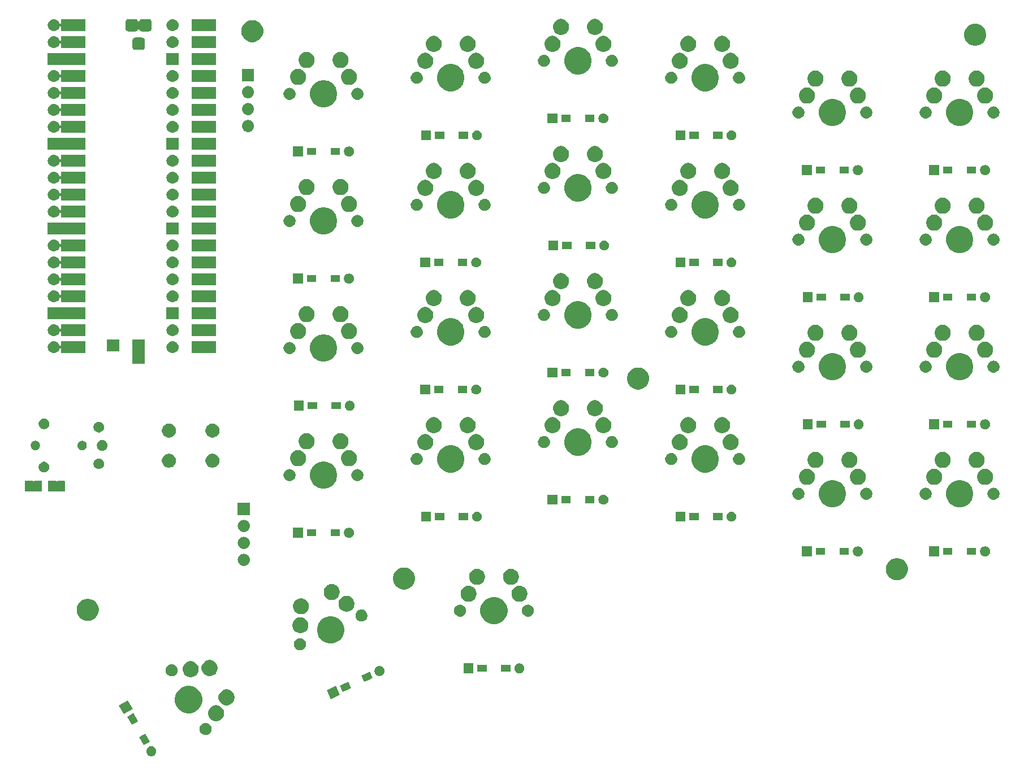
<source format=gbs>
G04 #@! TF.GenerationSoftware,KiCad,Pcbnew,(5.1.4)-1*
G04 #@! TF.CreationDate,2021-07-06T10:58:29+08:00*
G04 #@! TF.ProjectId,Split Keeb,53706c69-7420-44b6-9565-622e6b696361,rev?*
G04 #@! TF.SameCoordinates,Original*
G04 #@! TF.FileFunction,Soldermask,Bot*
G04 #@! TF.FilePolarity,Negative*
%FSLAX46Y46*%
G04 Gerber Fmt 4.6, Leading zero omitted, Abs format (unit mm)*
G04 Created by KiCad (PCBNEW (5.1.4)-1) date 2021-07-06 10:58:29*
%MOMM*%
%LPD*%
G04 APERTURE LIST*
%ADD10C,0.100000*%
G04 APERTURE END LIST*
D10*
G36*
X89369259Y-159641318D02*
G01*
X89493455Y-159666021D01*
X89629856Y-159722520D01*
X89752613Y-159804544D01*
X89857009Y-159908940D01*
X89939033Y-160031697D01*
X89995532Y-160168098D01*
X90024334Y-160312900D01*
X90024334Y-160460538D01*
X89995532Y-160605340D01*
X89939033Y-160741741D01*
X89857009Y-160864498D01*
X89752613Y-160968894D01*
X89629856Y-161050918D01*
X89493455Y-161107417D01*
X89369259Y-161132120D01*
X89348654Y-161136219D01*
X89201014Y-161136219D01*
X89180409Y-161132120D01*
X89056213Y-161107417D01*
X88919812Y-161050918D01*
X88797055Y-160968894D01*
X88692659Y-160864498D01*
X88610635Y-160741741D01*
X88554136Y-160605340D01*
X88525334Y-160460538D01*
X88525334Y-160312900D01*
X88554136Y-160168098D01*
X88610635Y-160031697D01*
X88692659Y-159908940D01*
X88797055Y-159804544D01*
X88919812Y-159722520D01*
X89056213Y-159666021D01*
X89180409Y-159641318D01*
X89201014Y-159637219D01*
X89348654Y-159637219D01*
X89369259Y-159641318D01*
X89369259Y-159641318D01*
G37*
G36*
X89063364Y-158968441D02*
G01*
X88607834Y-159231441D01*
X88152305Y-159494441D01*
X88152304Y-159494441D01*
X87451304Y-158280273D01*
X87906834Y-158017273D01*
X88362363Y-157754273D01*
X88362364Y-157754273D01*
X89063364Y-158968441D01*
X89063364Y-158968441D01*
G37*
G36*
X97584952Y-156167866D02*
G01*
X97672075Y-156185196D01*
X97781498Y-156230521D01*
X97836211Y-156253184D01*
X97982933Y-156351220D01*
X97983928Y-156351885D01*
X98109552Y-156477509D01*
X98109554Y-156477512D01*
X98208253Y-156625226D01*
X98208253Y-156625227D01*
X98276241Y-156789362D01*
X98310900Y-156963608D01*
X98310900Y-157141266D01*
X98276241Y-157315512D01*
X98230916Y-157424935D01*
X98208253Y-157479648D01*
X98110217Y-157626370D01*
X98109552Y-157627365D01*
X97983928Y-157752989D01*
X97983925Y-157752991D01*
X97836211Y-157851690D01*
X97781498Y-157874353D01*
X97672075Y-157919678D01*
X97584952Y-157937007D01*
X97497831Y-157954337D01*
X97320169Y-157954337D01*
X97233048Y-157937007D01*
X97145925Y-157919678D01*
X97036502Y-157874353D01*
X96981789Y-157851690D01*
X96834075Y-157752991D01*
X96834072Y-157752989D01*
X96708448Y-157627365D01*
X96707783Y-157626370D01*
X96609747Y-157479648D01*
X96587084Y-157424935D01*
X96541759Y-157315512D01*
X96507100Y-157141266D01*
X96507100Y-156963608D01*
X96541759Y-156789362D01*
X96609747Y-156625227D01*
X96609747Y-156625226D01*
X96708446Y-156477512D01*
X96708448Y-156477509D01*
X96834072Y-156351885D01*
X96835067Y-156351220D01*
X96981789Y-156253184D01*
X97036502Y-156230521D01*
X97145925Y-156185196D01*
X97233048Y-156167866D01*
X97320169Y-156150537D01*
X97497831Y-156150537D01*
X97584952Y-156167866D01*
X97584952Y-156167866D01*
G37*
G36*
X87288364Y-155894051D02*
G01*
X86844117Y-156150537D01*
X86377305Y-156420051D01*
X86377304Y-156420051D01*
X85676304Y-155205883D01*
X86131834Y-154942883D01*
X86587363Y-154679883D01*
X86587364Y-154679883D01*
X87288364Y-155894051D01*
X87288364Y-155894051D01*
G37*
G36*
X99321981Y-153534469D02*
G01*
X99532456Y-153621651D01*
X99539276Y-153624476D01*
X99734835Y-153755145D01*
X99901145Y-153921455D01*
X99924612Y-153956575D01*
X100031815Y-154117016D01*
X100121821Y-154334309D01*
X100167705Y-154564985D01*
X100167705Y-154800185D01*
X100121821Y-155030861D01*
X100049324Y-155205883D01*
X100031814Y-155248156D01*
X99901145Y-155443715D01*
X99734835Y-155610025D01*
X99539276Y-155740694D01*
X99539275Y-155740695D01*
X99539274Y-155740695D01*
X99321981Y-155830701D01*
X99091305Y-155876585D01*
X98856105Y-155876585D01*
X98625429Y-155830701D01*
X98408136Y-155740695D01*
X98408135Y-155740695D01*
X98408134Y-155740694D01*
X98212575Y-155610025D01*
X98046265Y-155443715D01*
X97915596Y-155248156D01*
X97898086Y-155205883D01*
X97825589Y-155030861D01*
X97779705Y-154800185D01*
X97779705Y-154564985D01*
X97825589Y-154334309D01*
X97915595Y-154117016D01*
X98022799Y-153956575D01*
X98046265Y-153921455D01*
X98212575Y-153755145D01*
X98408134Y-153624476D01*
X98414954Y-153621651D01*
X98625429Y-153534469D01*
X98856105Y-153488585D01*
X99091305Y-153488585D01*
X99321981Y-153534469D01*
X99321981Y-153534469D01*
G37*
G36*
X86488671Y-154061941D02*
G01*
X85190498Y-154811442D01*
X84440997Y-153513269D01*
X85739170Y-152763768D01*
X86488671Y-154061941D01*
X86488671Y-154061941D01*
G37*
G36*
X95465474Y-150686712D02*
G01*
X95683474Y-150777011D01*
X95837623Y-150840861D01*
X96172548Y-151064651D01*
X96457377Y-151349480D01*
X96681167Y-151684405D01*
X96745017Y-151838554D01*
X96835316Y-152056554D01*
X96913900Y-152451622D01*
X96913900Y-152854434D01*
X96835316Y-153249502D01*
X96785055Y-153370842D01*
X96681167Y-153621651D01*
X96457377Y-153956576D01*
X96172548Y-154241405D01*
X95837623Y-154465195D01*
X95683474Y-154529045D01*
X95465474Y-154619344D01*
X95070406Y-154697928D01*
X94667594Y-154697928D01*
X94272526Y-154619344D01*
X94054526Y-154529045D01*
X93900377Y-154465195D01*
X93565452Y-154241405D01*
X93280623Y-153956576D01*
X93056833Y-153621651D01*
X92952945Y-153370842D01*
X92902684Y-153249502D01*
X92824100Y-152854434D01*
X92824100Y-152451622D01*
X92902684Y-152056554D01*
X92992983Y-151838554D01*
X93056833Y-151684405D01*
X93280623Y-151349480D01*
X93565452Y-151064651D01*
X93900377Y-150840861D01*
X94054526Y-150777011D01*
X94272526Y-150686712D01*
X94667594Y-150608128D01*
X95070406Y-150608128D01*
X95465474Y-150686712D01*
X95465474Y-150686712D01*
G37*
G36*
X100886685Y-151164617D02*
G01*
X101103978Y-151254623D01*
X101103980Y-151254624D01*
X101299539Y-151385293D01*
X101465849Y-151551603D01*
X101554586Y-151684406D01*
X101596519Y-151747164D01*
X101686525Y-151964457D01*
X101732409Y-152195133D01*
X101732409Y-152430333D01*
X101686525Y-152661009D01*
X101643960Y-152763769D01*
X101596518Y-152878304D01*
X101465849Y-153073863D01*
X101299539Y-153240173D01*
X101103980Y-153370842D01*
X101103979Y-153370843D01*
X101103978Y-153370843D01*
X100886685Y-153460849D01*
X100656009Y-153506733D01*
X100420809Y-153506733D01*
X100190133Y-153460849D01*
X99972840Y-153370843D01*
X99972839Y-153370843D01*
X99972838Y-153370842D01*
X99777279Y-153240173D01*
X99610969Y-153073863D01*
X99480300Y-152878304D01*
X99432858Y-152763769D01*
X99390293Y-152661009D01*
X99344409Y-152430333D01*
X99344409Y-152195133D01*
X99390293Y-151964457D01*
X99480299Y-151747164D01*
X99522233Y-151684406D01*
X99610969Y-151551603D01*
X99777279Y-151385293D01*
X99972838Y-151254624D01*
X99972840Y-151254623D01*
X100190133Y-151164617D01*
X100420809Y-151118733D01*
X100656009Y-151118733D01*
X100886685Y-151164617D01*
X100886685Y-151164617D01*
G37*
G36*
X117530332Y-151944060D02*
G01*
X116171777Y-152577565D01*
X115538272Y-151219010D01*
X116896827Y-150585505D01*
X117530332Y-151944060D01*
X117530332Y-151944060D01*
G37*
G36*
X119236258Y-150901968D02*
G01*
X118887383Y-151064651D01*
X117965615Y-151494479D01*
X117965614Y-151494479D01*
X117521020Y-150541044D01*
X118156342Y-150244789D01*
X118791663Y-149948533D01*
X118791664Y-149948533D01*
X119236258Y-150901968D01*
X119236258Y-150901968D01*
G37*
G36*
X122453650Y-149401674D02*
G01*
X121818328Y-149697929D01*
X121183007Y-149994185D01*
X121183006Y-149994185D01*
X120738412Y-149040750D01*
X121510265Y-148680829D01*
X122009055Y-148448239D01*
X122009056Y-148448239D01*
X122453650Y-149401674D01*
X122453650Y-149401674D01*
G37*
G36*
X95511981Y-146935355D02*
G01*
X95729274Y-147025361D01*
X95729276Y-147025362D01*
X95924835Y-147156031D01*
X96091145Y-147322341D01*
X96179362Y-147454366D01*
X96221815Y-147517902D01*
X96311821Y-147735195D01*
X96357705Y-147965871D01*
X96357705Y-148201071D01*
X96311821Y-148431747D01*
X96221815Y-148649040D01*
X96221814Y-148649042D01*
X96091145Y-148844601D01*
X95924835Y-149010911D01*
X95729276Y-149141580D01*
X95729275Y-149141581D01*
X95729274Y-149141581D01*
X95511981Y-149231587D01*
X95281305Y-149277471D01*
X95046105Y-149277471D01*
X94815429Y-149231587D01*
X94598136Y-149141581D01*
X94598135Y-149141581D01*
X94598134Y-149141580D01*
X94402575Y-149010911D01*
X94236265Y-148844601D01*
X94105596Y-148649042D01*
X94105595Y-148649040D01*
X94015589Y-148431747D01*
X93969705Y-148201071D01*
X93969705Y-147965871D01*
X94015589Y-147735195D01*
X94105595Y-147517902D01*
X94148049Y-147454366D01*
X94236265Y-147322341D01*
X94402575Y-147156031D01*
X94598134Y-147025362D01*
X94598136Y-147025361D01*
X94815429Y-146935355D01*
X95046105Y-146889471D01*
X95281305Y-146889471D01*
X95511981Y-146935355D01*
X95511981Y-146935355D01*
G37*
G36*
X92504952Y-147369048D02*
G01*
X92592075Y-147386378D01*
X92694972Y-147429000D01*
X92756211Y-147454366D01*
X92902933Y-147552402D01*
X92903928Y-147553067D01*
X93029552Y-147678691D01*
X93029554Y-147678694D01*
X93128253Y-147826408D01*
X93128253Y-147826409D01*
X93196241Y-147990544D01*
X93230900Y-148164790D01*
X93230900Y-148342448D01*
X93196241Y-148516694D01*
X93153781Y-148619199D01*
X93128253Y-148680830D01*
X93112437Y-148704500D01*
X93029552Y-148828547D01*
X92903928Y-148954171D01*
X92903925Y-148954173D01*
X92756211Y-149052872D01*
X92735528Y-149061439D01*
X92592075Y-149120860D01*
X92504952Y-149138190D01*
X92417831Y-149155519D01*
X92240169Y-149155519D01*
X92153048Y-149138190D01*
X92065925Y-149120860D01*
X91922472Y-149061439D01*
X91901789Y-149052872D01*
X91754075Y-148954173D01*
X91754072Y-148954171D01*
X91628448Y-148828547D01*
X91545563Y-148704500D01*
X91529747Y-148680830D01*
X91504219Y-148619199D01*
X91461759Y-148516694D01*
X91427100Y-148342448D01*
X91427100Y-148164790D01*
X91461759Y-147990544D01*
X91529747Y-147826409D01*
X91529747Y-147826408D01*
X91628446Y-147678694D01*
X91628448Y-147678691D01*
X91754072Y-147553067D01*
X91755067Y-147552402D01*
X91901789Y-147454366D01*
X91963028Y-147429000D01*
X92065925Y-147386378D01*
X92153048Y-147369048D01*
X92240169Y-147351719D01*
X92417831Y-147351719D01*
X92504952Y-147369048D01*
X92504952Y-147369048D01*
G37*
G36*
X123534793Y-147615782D02*
G01*
X123658989Y-147640485D01*
X123795390Y-147696984D01*
X123918147Y-147779008D01*
X124022543Y-147883404D01*
X124104567Y-148006161D01*
X124161066Y-148142562D01*
X124189868Y-148287364D01*
X124189868Y-148435002D01*
X124161066Y-148579804D01*
X124104567Y-148716205D01*
X124022543Y-148838962D01*
X123918147Y-148943358D01*
X123795390Y-149025382D01*
X123658989Y-149081881D01*
X123534793Y-149106584D01*
X123514188Y-149110683D01*
X123366548Y-149110683D01*
X123345943Y-149106584D01*
X123221747Y-149081881D01*
X123085346Y-149025382D01*
X122962589Y-148943358D01*
X122858193Y-148838962D01*
X122776169Y-148716205D01*
X122719670Y-148579804D01*
X122690868Y-148435002D01*
X122690868Y-148287364D01*
X122719670Y-148142562D01*
X122776169Y-148006161D01*
X122858193Y-147883404D01*
X122962589Y-147779008D01*
X123085346Y-147696984D01*
X123221747Y-147640485D01*
X123345943Y-147615782D01*
X123366548Y-147611683D01*
X123514188Y-147611683D01*
X123534793Y-147615782D01*
X123534793Y-147615782D01*
G37*
G36*
X98346685Y-146765207D02*
G01*
X98563978Y-146855213D01*
X98563980Y-146855214D01*
X98615249Y-146889471D01*
X98759539Y-146985883D01*
X98925849Y-147152193D01*
X99056519Y-147347754D01*
X99146525Y-147565047D01*
X99192409Y-147795723D01*
X99192409Y-148030923D01*
X99146525Y-148261599D01*
X99074699Y-148435002D01*
X99056518Y-148478894D01*
X98925849Y-148674453D01*
X98759539Y-148840763D01*
X98563980Y-148971432D01*
X98563979Y-148971433D01*
X98563978Y-148971433D01*
X98346685Y-149061439D01*
X98116009Y-149107323D01*
X97880809Y-149107323D01*
X97650133Y-149061439D01*
X97432840Y-148971433D01*
X97432839Y-148971433D01*
X97432838Y-148971432D01*
X97237279Y-148840763D01*
X97070969Y-148674453D01*
X96940300Y-148478894D01*
X96922119Y-148435002D01*
X96850293Y-148261599D01*
X96804409Y-148030923D01*
X96804409Y-147795723D01*
X96850293Y-147565047D01*
X96940299Y-147347754D01*
X97070969Y-147152193D01*
X97237279Y-146985883D01*
X97381569Y-146889471D01*
X97432838Y-146855214D01*
X97432840Y-146855213D01*
X97650133Y-146765207D01*
X97880809Y-146719323D01*
X98116009Y-146719323D01*
X98346685Y-146765207D01*
X98346685Y-146765207D01*
G37*
G36*
X144493425Y-147209599D02*
G01*
X144617621Y-147234302D01*
X144754022Y-147290801D01*
X144876779Y-147372825D01*
X144981175Y-147477221D01*
X145063199Y-147599978D01*
X145119698Y-147736379D01*
X145148500Y-147881181D01*
X145148500Y-148028819D01*
X145119698Y-148173621D01*
X145063199Y-148310022D01*
X144981175Y-148432779D01*
X144876779Y-148537175D01*
X144754022Y-148619199D01*
X144617621Y-148675698D01*
X144493425Y-148700401D01*
X144472820Y-148704500D01*
X144325180Y-148704500D01*
X144304575Y-148700401D01*
X144180379Y-148675698D01*
X144043978Y-148619199D01*
X143921221Y-148537175D01*
X143816825Y-148432779D01*
X143734801Y-148310022D01*
X143678302Y-148173621D01*
X143649500Y-148028819D01*
X143649500Y-147881181D01*
X143678302Y-147736379D01*
X143734801Y-147599978D01*
X143816825Y-147477221D01*
X143921221Y-147372825D01*
X144043978Y-147290801D01*
X144180379Y-147234302D01*
X144304575Y-147209599D01*
X144325180Y-147205500D01*
X144472820Y-147205500D01*
X144493425Y-147209599D01*
X144493425Y-147209599D01*
G37*
G36*
X137528500Y-148704500D02*
G01*
X136029500Y-148704500D01*
X136029500Y-147205500D01*
X137528500Y-147205500D01*
X137528500Y-148704500D01*
X137528500Y-148704500D01*
G37*
G36*
X139515000Y-148481000D02*
G01*
X138113000Y-148481000D01*
X138113000Y-147429000D01*
X139515000Y-147429000D01*
X139515000Y-148481000D01*
X139515000Y-148481000D01*
G37*
G36*
X143065000Y-148481000D02*
G01*
X141663000Y-148481000D01*
X141663000Y-147429000D01*
X143065000Y-147429000D01*
X143065000Y-148481000D01*
X143065000Y-148481000D01*
G37*
G36*
X111706534Y-143462247D02*
G01*
X111793657Y-143479576D01*
X111903080Y-143524901D01*
X111957793Y-143547564D01*
X112104515Y-143645600D01*
X112105510Y-143646265D01*
X112231134Y-143771889D01*
X112231136Y-143771892D01*
X112329835Y-143919606D01*
X112329835Y-143919607D01*
X112397823Y-144083742D01*
X112432482Y-144257988D01*
X112432482Y-144435646D01*
X112397823Y-144609892D01*
X112352498Y-144719315D01*
X112329835Y-144774028D01*
X112231799Y-144920750D01*
X112231134Y-144921745D01*
X112105510Y-145047369D01*
X112105507Y-145047371D01*
X111957793Y-145146070D01*
X111903080Y-145168733D01*
X111793657Y-145214058D01*
X111706534Y-145231388D01*
X111619413Y-145248717D01*
X111441751Y-145248717D01*
X111354630Y-145231388D01*
X111267507Y-145214058D01*
X111158084Y-145168733D01*
X111103371Y-145146070D01*
X110955657Y-145047371D01*
X110955654Y-145047369D01*
X110830030Y-144921745D01*
X110829365Y-144920750D01*
X110731329Y-144774028D01*
X110708666Y-144719315D01*
X110663341Y-144609892D01*
X110628682Y-144435646D01*
X110628682Y-144257988D01*
X110663341Y-144083742D01*
X110731329Y-143919607D01*
X110731329Y-143919606D01*
X110830028Y-143771892D01*
X110830030Y-143771889D01*
X110955654Y-143646265D01*
X110956649Y-143645600D01*
X111103371Y-143547564D01*
X111158084Y-143524901D01*
X111267507Y-143479576D01*
X111354630Y-143462247D01*
X111441751Y-143444917D01*
X111619413Y-143444917D01*
X111706534Y-143462247D01*
X111706534Y-143462247D01*
G37*
G36*
X116731100Y-140233600D02*
G01*
X116925371Y-140314070D01*
X117103249Y-140387749D01*
X117438174Y-140611539D01*
X117723003Y-140896368D01*
X117946793Y-141231293D01*
X117969170Y-141285316D01*
X118100942Y-141603442D01*
X118179526Y-141998510D01*
X118179526Y-142401322D01*
X118100942Y-142796390D01*
X118010643Y-143014390D01*
X117946793Y-143168539D01*
X117723003Y-143503464D01*
X117438174Y-143788293D01*
X117103249Y-144012083D01*
X116949100Y-144075933D01*
X116731100Y-144166232D01*
X116336032Y-144244816D01*
X115933220Y-144244816D01*
X115538152Y-144166232D01*
X115320152Y-144075933D01*
X115166003Y-144012083D01*
X114831078Y-143788293D01*
X114546249Y-143503464D01*
X114322459Y-143168539D01*
X114258609Y-143014390D01*
X114168310Y-142796390D01*
X114089726Y-142401322D01*
X114089726Y-141998510D01*
X114168310Y-141603442D01*
X114300082Y-141285316D01*
X114322459Y-141231293D01*
X114546249Y-140896368D01*
X114831078Y-140611539D01*
X115166003Y-140387749D01*
X115343881Y-140314070D01*
X115538152Y-140233600D01*
X115933220Y-140155016D01*
X116336032Y-140155016D01*
X116731100Y-140233600D01*
X116731100Y-140233600D01*
G37*
G36*
X111956419Y-140359954D02*
G01*
X112173712Y-140449960D01*
X112173714Y-140449961D01*
X112369273Y-140580630D01*
X112535583Y-140746940D01*
X112651390Y-140920256D01*
X112666253Y-140942501D01*
X112756259Y-141159794D01*
X112802143Y-141390470D01*
X112802143Y-141625670D01*
X112756259Y-141856346D01*
X112697372Y-141998511D01*
X112666252Y-142073641D01*
X112535583Y-142269200D01*
X112369273Y-142435510D01*
X112173714Y-142566179D01*
X112173713Y-142566180D01*
X112173712Y-142566180D01*
X111956419Y-142656186D01*
X111725743Y-142702070D01*
X111490543Y-142702070D01*
X111259867Y-142656186D01*
X111042574Y-142566180D01*
X111042573Y-142566180D01*
X111042572Y-142566179D01*
X110847013Y-142435510D01*
X110680703Y-142269200D01*
X110550034Y-142073641D01*
X110518914Y-141998511D01*
X110460027Y-141856346D01*
X110414143Y-141625670D01*
X110414143Y-141390470D01*
X110460027Y-141159794D01*
X110550033Y-140942501D01*
X110564897Y-140920256D01*
X110680703Y-140746940D01*
X110847013Y-140580630D01*
X111042572Y-140449961D01*
X111042574Y-140449960D01*
X111259867Y-140359954D01*
X111490543Y-140314070D01*
X111725743Y-140314070D01*
X111956419Y-140359954D01*
X111956419Y-140359954D01*
G37*
G36*
X141185474Y-137352684D02*
G01*
X141403474Y-137442983D01*
X141557623Y-137506833D01*
X141892548Y-137730623D01*
X142177377Y-138015452D01*
X142401167Y-138350377D01*
X142465017Y-138504526D01*
X142555316Y-138722526D01*
X142633900Y-139117594D01*
X142633900Y-139520406D01*
X142555316Y-139915474D01*
X142471322Y-140118253D01*
X142401167Y-140287623D01*
X142177377Y-140622548D01*
X141892548Y-140907377D01*
X141557623Y-141131167D01*
X141403474Y-141195017D01*
X141185474Y-141285316D01*
X140790406Y-141363900D01*
X140387594Y-141363900D01*
X139992526Y-141285316D01*
X139774526Y-141195017D01*
X139620377Y-141131167D01*
X139285452Y-140907377D01*
X139000623Y-140622548D01*
X138776833Y-140287623D01*
X138706678Y-140118253D01*
X138622684Y-139915474D01*
X138544100Y-139520406D01*
X138544100Y-139117594D01*
X138622684Y-138722526D01*
X138712983Y-138504526D01*
X138776833Y-138350377D01*
X139000623Y-138015452D01*
X139285452Y-137730623D01*
X139620377Y-137506833D01*
X139774526Y-137442983D01*
X139992526Y-137352684D01*
X140387594Y-137274100D01*
X140790406Y-137274100D01*
X141185474Y-137352684D01*
X141185474Y-137352684D01*
G37*
G36*
X120914622Y-139168444D02*
G01*
X121001745Y-139185774D01*
X121108922Y-139230169D01*
X121165881Y-139253762D01*
X121303668Y-139345828D01*
X121313598Y-139352463D01*
X121439222Y-139478087D01*
X121439224Y-139478090D01*
X121537923Y-139625804D01*
X121537923Y-139625805D01*
X121605911Y-139789940D01*
X121611381Y-139817439D01*
X121626595Y-139893925D01*
X121640570Y-139964186D01*
X121640570Y-140141844D01*
X121605911Y-140316090D01*
X121587741Y-140359955D01*
X121537923Y-140480226D01*
X121470835Y-140580630D01*
X121439222Y-140627943D01*
X121313598Y-140753567D01*
X121313595Y-140753569D01*
X121165881Y-140852268D01*
X121111168Y-140874931D01*
X121001745Y-140920256D01*
X120914622Y-140937585D01*
X120827501Y-140954915D01*
X120649839Y-140954915D01*
X120562718Y-140937585D01*
X120475595Y-140920256D01*
X120366172Y-140874931D01*
X120311459Y-140852268D01*
X120163745Y-140753569D01*
X120163742Y-140753567D01*
X120038118Y-140627943D01*
X120006505Y-140580630D01*
X119939417Y-140480226D01*
X119889599Y-140359955D01*
X119871429Y-140316090D01*
X119836770Y-140141844D01*
X119836770Y-139964186D01*
X119850746Y-139893925D01*
X119865959Y-139817439D01*
X119871429Y-139789940D01*
X119939417Y-139625805D01*
X119939417Y-139625804D01*
X120038116Y-139478090D01*
X120038118Y-139478087D01*
X120163742Y-139352463D01*
X120173672Y-139345828D01*
X120311459Y-139253762D01*
X120368418Y-139230169D01*
X120475595Y-139185774D01*
X120562718Y-139168444D01*
X120649839Y-139151115D01*
X120827501Y-139151115D01*
X120914622Y-139168444D01*
X120914622Y-139168444D01*
G37*
G36*
X80117345Y-137580531D02*
G01*
X80237579Y-137604447D01*
X80450037Y-137692450D01*
X80507911Y-137716422D01*
X80538042Y-137728903D01*
X80808451Y-137909585D01*
X81038415Y-138139549D01*
X81219097Y-138409958D01*
X81343553Y-138710421D01*
X81350247Y-138744075D01*
X81407000Y-139029389D01*
X81407000Y-139354611D01*
X81390843Y-139435835D01*
X81343553Y-139673579D01*
X81283964Y-139817439D01*
X81223180Y-139964186D01*
X81219097Y-139974042D01*
X81038415Y-140244451D01*
X80808451Y-140474415D01*
X80538042Y-140655097D01*
X80237579Y-140779553D01*
X80131256Y-140800702D01*
X79918611Y-140843000D01*
X79593389Y-140843000D01*
X79380744Y-140800702D01*
X79274421Y-140779553D01*
X78973958Y-140655097D01*
X78703549Y-140474415D01*
X78473585Y-140244451D01*
X78292903Y-139974042D01*
X78288821Y-139964186D01*
X78228036Y-139817439D01*
X78168447Y-139673579D01*
X78121157Y-139435835D01*
X78105000Y-139354611D01*
X78105000Y-139029389D01*
X78161753Y-138744075D01*
X78168447Y-138710421D01*
X78292903Y-138409958D01*
X78473585Y-138139549D01*
X78703549Y-137909585D01*
X78973958Y-137728903D01*
X79004090Y-137716422D01*
X79061963Y-137692450D01*
X79274421Y-137604447D01*
X79394655Y-137580531D01*
X79593389Y-137541000D01*
X79918611Y-137541000D01*
X80117345Y-137580531D01*
X80117345Y-137580531D01*
G37*
G36*
X145844952Y-138434430D02*
G01*
X145932075Y-138451759D01*
X146041498Y-138497084D01*
X146096211Y-138519747D01*
X146242933Y-138617783D01*
X146243928Y-138618448D01*
X146369552Y-138744072D01*
X146369554Y-138744075D01*
X146468253Y-138891789D01*
X146468253Y-138891790D01*
X146536241Y-139055925D01*
X146536241Y-139055927D01*
X146570900Y-139230169D01*
X146570900Y-139407831D01*
X146556203Y-139481719D01*
X146536241Y-139582075D01*
X146498338Y-139673579D01*
X146468253Y-139746211D01*
X146370217Y-139892933D01*
X146369552Y-139893928D01*
X146243928Y-140019552D01*
X146243925Y-140019554D01*
X146096211Y-140118253D01*
X146041498Y-140140916D01*
X145932075Y-140186241D01*
X145844952Y-140203571D01*
X145757831Y-140220900D01*
X145580169Y-140220900D01*
X145493048Y-140203571D01*
X145405925Y-140186241D01*
X145296502Y-140140916D01*
X145241789Y-140118253D01*
X145094075Y-140019554D01*
X145094072Y-140019552D01*
X144968448Y-139893928D01*
X144967783Y-139892933D01*
X144869747Y-139746211D01*
X144839662Y-139673579D01*
X144801759Y-139582075D01*
X144781797Y-139481719D01*
X144767100Y-139407831D01*
X144767100Y-139230169D01*
X144801759Y-139055927D01*
X144801759Y-139055925D01*
X144869747Y-138891790D01*
X144869747Y-138891789D01*
X144968446Y-138744075D01*
X144968448Y-138744072D01*
X145094072Y-138618448D01*
X145095067Y-138617783D01*
X145241789Y-138519747D01*
X145296502Y-138497084D01*
X145405925Y-138451759D01*
X145493048Y-138434430D01*
X145580169Y-138417100D01*
X145757831Y-138417100D01*
X145844952Y-138434430D01*
X145844952Y-138434430D01*
G37*
G36*
X135684952Y-138434430D02*
G01*
X135772075Y-138451759D01*
X135881498Y-138497084D01*
X135936211Y-138519747D01*
X136082933Y-138617783D01*
X136083928Y-138618448D01*
X136209552Y-138744072D01*
X136209554Y-138744075D01*
X136308253Y-138891789D01*
X136308253Y-138891790D01*
X136376241Y-139055925D01*
X136376241Y-139055927D01*
X136410900Y-139230169D01*
X136410900Y-139407831D01*
X136396203Y-139481719D01*
X136376241Y-139582075D01*
X136338338Y-139673579D01*
X136308253Y-139746211D01*
X136210217Y-139892933D01*
X136209552Y-139893928D01*
X136083928Y-140019552D01*
X136083925Y-140019554D01*
X135936211Y-140118253D01*
X135881498Y-140140916D01*
X135772075Y-140186241D01*
X135684952Y-140203571D01*
X135597831Y-140220900D01*
X135420169Y-140220900D01*
X135333048Y-140203571D01*
X135245925Y-140186241D01*
X135136502Y-140140916D01*
X135081789Y-140118253D01*
X134934075Y-140019554D01*
X134934072Y-140019552D01*
X134808448Y-139893928D01*
X134807783Y-139892933D01*
X134709747Y-139746211D01*
X134679662Y-139673579D01*
X134641759Y-139582075D01*
X134621797Y-139481719D01*
X134607100Y-139407831D01*
X134607100Y-139230169D01*
X134641759Y-139055927D01*
X134641759Y-139055925D01*
X134709747Y-138891790D01*
X134709747Y-138891789D01*
X134808446Y-138744075D01*
X134808448Y-138744072D01*
X134934072Y-138618448D01*
X134935067Y-138617783D01*
X135081789Y-138519747D01*
X135136502Y-138497084D01*
X135245925Y-138451759D01*
X135333048Y-138434430D01*
X135420169Y-138417100D01*
X135597831Y-138417100D01*
X135684952Y-138434430D01*
X135684952Y-138434430D01*
G37*
G36*
X112033979Y-137521207D02*
G01*
X112234937Y-137604447D01*
X112251274Y-137611214D01*
X112446833Y-137741883D01*
X112613143Y-137908193D01*
X112684812Y-138015452D01*
X112743813Y-138103754D01*
X112833819Y-138321047D01*
X112879703Y-138551723D01*
X112879703Y-138786923D01*
X112833819Y-139017599D01*
X112743813Y-139234892D01*
X112743812Y-139234894D01*
X112613143Y-139430453D01*
X112446833Y-139596763D01*
X112251274Y-139727432D01*
X112251273Y-139727433D01*
X112251272Y-139727433D01*
X112033979Y-139817439D01*
X111803303Y-139863323D01*
X111568103Y-139863323D01*
X111337427Y-139817439D01*
X111120134Y-139727433D01*
X111120133Y-139727433D01*
X111120132Y-139727432D01*
X110924573Y-139596763D01*
X110758263Y-139430453D01*
X110627594Y-139234894D01*
X110627593Y-139234892D01*
X110537587Y-139017599D01*
X110491703Y-138786923D01*
X110491703Y-138551723D01*
X110537587Y-138321047D01*
X110627593Y-138103754D01*
X110686595Y-138015452D01*
X110758263Y-137908193D01*
X110924573Y-137741883D01*
X111120132Y-137611214D01*
X111136469Y-137604447D01*
X111337427Y-137521207D01*
X111568103Y-137475323D01*
X111803303Y-137475323D01*
X112033979Y-137521207D01*
X112033979Y-137521207D01*
G37*
G36*
X118862484Y-137139603D02*
G01*
X119079777Y-137229609D01*
X119079779Y-137229610D01*
X119251826Y-137344569D01*
X119275338Y-137360279D01*
X119441648Y-137526589D01*
X119572318Y-137722150D01*
X119662324Y-137939443D01*
X119708208Y-138170119D01*
X119708208Y-138405319D01*
X119662324Y-138635995D01*
X119599807Y-138786923D01*
X119572317Y-138853290D01*
X119441648Y-139048849D01*
X119275338Y-139215159D01*
X119079779Y-139345828D01*
X119079778Y-139345829D01*
X119079777Y-139345829D01*
X118862484Y-139435835D01*
X118631808Y-139481719D01*
X118396608Y-139481719D01*
X118165932Y-139435835D01*
X117948639Y-139345829D01*
X117948638Y-139345829D01*
X117948637Y-139345828D01*
X117753078Y-139215159D01*
X117586768Y-139048849D01*
X117456099Y-138853290D01*
X117428609Y-138786923D01*
X117366092Y-138635995D01*
X117320208Y-138405319D01*
X117320208Y-138170119D01*
X117366092Y-137939443D01*
X117456098Y-137722150D01*
X117586768Y-137526589D01*
X117753078Y-137360279D01*
X117776590Y-137344569D01*
X117948637Y-137229610D01*
X117948639Y-137229609D01*
X118165932Y-137139603D01*
X118396608Y-137093719D01*
X118631808Y-137093719D01*
X118862484Y-137139603D01*
X118862484Y-137139603D01*
G37*
G36*
X137127276Y-135630884D02*
G01*
X137344569Y-135720890D01*
X137344571Y-135720891D01*
X137426173Y-135775416D01*
X137540130Y-135851560D01*
X137706440Y-136017870D01*
X137837110Y-136213431D01*
X137927116Y-136430724D01*
X137973000Y-136661400D01*
X137973000Y-136896600D01*
X137927116Y-137127276D01*
X137866299Y-137274100D01*
X137837109Y-137344571D01*
X137706440Y-137540130D01*
X137540130Y-137706440D01*
X137344571Y-137837109D01*
X137344570Y-137837110D01*
X137344569Y-137837110D01*
X137127276Y-137927116D01*
X136896600Y-137973000D01*
X136661400Y-137973000D01*
X136430724Y-137927116D01*
X136213431Y-137837110D01*
X136213430Y-137837110D01*
X136213429Y-137837109D01*
X136017870Y-137706440D01*
X135851560Y-137540130D01*
X135720891Y-137344571D01*
X135691701Y-137274100D01*
X135630884Y-137127276D01*
X135585000Y-136896600D01*
X135585000Y-136661400D01*
X135630884Y-136430724D01*
X135720890Y-136213431D01*
X135851560Y-136017870D01*
X136017870Y-135851560D01*
X136131827Y-135775416D01*
X136213429Y-135720891D01*
X136213431Y-135720890D01*
X136430724Y-135630884D01*
X136661400Y-135585000D01*
X136896600Y-135585000D01*
X137127276Y-135630884D01*
X137127276Y-135630884D01*
G37*
G36*
X144747276Y-135630884D02*
G01*
X144964569Y-135720890D01*
X144964571Y-135720891D01*
X145046173Y-135775416D01*
X145160130Y-135851560D01*
X145326440Y-136017870D01*
X145457110Y-136213431D01*
X145547116Y-136430724D01*
X145593000Y-136661400D01*
X145593000Y-136896600D01*
X145547116Y-137127276D01*
X145486299Y-137274100D01*
X145457109Y-137344571D01*
X145326440Y-137540130D01*
X145160130Y-137706440D01*
X144964571Y-137837109D01*
X144964570Y-137837110D01*
X144964569Y-137837110D01*
X144747276Y-137927116D01*
X144516600Y-137973000D01*
X144281400Y-137973000D01*
X144050724Y-137927116D01*
X143833431Y-137837110D01*
X143833430Y-137837110D01*
X143833429Y-137837109D01*
X143637870Y-137706440D01*
X143471560Y-137540130D01*
X143340891Y-137344571D01*
X143311701Y-137274100D01*
X143250884Y-137127276D01*
X143205000Y-136896600D01*
X143205000Y-136661400D01*
X143250884Y-136430724D01*
X143340890Y-136213431D01*
X143471560Y-136017870D01*
X143637870Y-135851560D01*
X143751827Y-135775416D01*
X143833429Y-135720891D01*
X143833431Y-135720890D01*
X144050724Y-135630884D01*
X144281400Y-135585000D01*
X144516600Y-135585000D01*
X144747276Y-135630884D01*
X144747276Y-135630884D01*
G37*
G36*
X116638023Y-135374306D02*
G01*
X116779722Y-135433000D01*
X116855318Y-135464313D01*
X116976746Y-135545449D01*
X117050877Y-135594982D01*
X117217187Y-135761292D01*
X117347857Y-135956853D01*
X117437863Y-136174146D01*
X117483747Y-136404822D01*
X117483747Y-136640022D01*
X117437863Y-136870698D01*
X117347857Y-137087991D01*
X117347856Y-137087993D01*
X117217187Y-137283552D01*
X117050877Y-137449862D01*
X116855318Y-137580531D01*
X116855317Y-137580532D01*
X116855316Y-137580532D01*
X116638023Y-137670538D01*
X116407347Y-137716422D01*
X116172147Y-137716422D01*
X115941471Y-137670538D01*
X115724178Y-137580532D01*
X115724177Y-137580532D01*
X115724176Y-137580531D01*
X115528617Y-137449862D01*
X115362307Y-137283552D01*
X115231638Y-137087993D01*
X115231637Y-137087991D01*
X115141631Y-136870698D01*
X115095747Y-136640022D01*
X115095747Y-136404822D01*
X115141631Y-136174146D01*
X115231637Y-135956853D01*
X115362307Y-135761292D01*
X115528617Y-135594982D01*
X115602748Y-135545449D01*
X115724176Y-135464313D01*
X115799772Y-135433000D01*
X115941471Y-135374306D01*
X116172147Y-135328422D01*
X116407347Y-135328422D01*
X116638023Y-135374306D01*
X116638023Y-135374306D01*
G37*
G36*
X127502256Y-132884298D02*
G01*
X127608579Y-132905447D01*
X127909042Y-133029903D01*
X128179451Y-133210585D01*
X128409415Y-133440549D01*
X128590097Y-133710958D01*
X128714553Y-134011421D01*
X128778000Y-134330391D01*
X128778000Y-134655609D01*
X128714553Y-134974579D01*
X128590097Y-135275042D01*
X128409415Y-135545451D01*
X128179451Y-135775415D01*
X127909042Y-135956097D01*
X127608579Y-136080553D01*
X127502256Y-136101702D01*
X127289611Y-136144000D01*
X126964389Y-136144000D01*
X126751744Y-136101702D01*
X126645421Y-136080553D01*
X126344958Y-135956097D01*
X126074549Y-135775415D01*
X125844585Y-135545451D01*
X125663903Y-135275042D01*
X125539447Y-134974579D01*
X125476000Y-134655609D01*
X125476000Y-134330391D01*
X125539447Y-134011421D01*
X125663903Y-133710958D01*
X125844585Y-133440549D01*
X126074549Y-133210585D01*
X126344958Y-133029903D01*
X126645421Y-132905447D01*
X126751744Y-132884298D01*
X126964389Y-132842000D01*
X127289611Y-132842000D01*
X127502256Y-132884298D01*
X127502256Y-132884298D01*
G37*
G36*
X138397276Y-133090884D02*
G01*
X138614569Y-133180890D01*
X138614571Y-133180891D01*
X138810130Y-133311560D01*
X138976440Y-133477870D01*
X139107110Y-133673431D01*
X139197116Y-133890724D01*
X139243000Y-134121400D01*
X139243000Y-134356600D01*
X139197116Y-134587276D01*
X139130956Y-134747000D01*
X139107109Y-134804571D01*
X138976440Y-135000130D01*
X138810130Y-135166440D01*
X138614571Y-135297109D01*
X138614570Y-135297110D01*
X138614569Y-135297110D01*
X138397276Y-135387116D01*
X138166600Y-135433000D01*
X137931400Y-135433000D01*
X137700724Y-135387116D01*
X137483431Y-135297110D01*
X137483430Y-135297110D01*
X137483429Y-135297109D01*
X137287870Y-135166440D01*
X137121560Y-135000130D01*
X136990891Y-134804571D01*
X136967044Y-134747000D01*
X136900884Y-134587276D01*
X136855000Y-134356600D01*
X136855000Y-134121400D01*
X136900884Y-133890724D01*
X136990890Y-133673431D01*
X137121560Y-133477870D01*
X137287870Y-133311560D01*
X137483429Y-133180891D01*
X137483431Y-133180890D01*
X137700724Y-133090884D01*
X137931400Y-133045000D01*
X138166600Y-133045000D01*
X138397276Y-133090884D01*
X138397276Y-133090884D01*
G37*
G36*
X143477276Y-133090884D02*
G01*
X143694569Y-133180890D01*
X143694571Y-133180891D01*
X143890130Y-133311560D01*
X144056440Y-133477870D01*
X144187110Y-133673431D01*
X144277116Y-133890724D01*
X144323000Y-134121400D01*
X144323000Y-134356600D01*
X144277116Y-134587276D01*
X144210956Y-134747000D01*
X144187109Y-134804571D01*
X144056440Y-135000130D01*
X143890130Y-135166440D01*
X143694571Y-135297109D01*
X143694570Y-135297110D01*
X143694569Y-135297110D01*
X143477276Y-135387116D01*
X143246600Y-135433000D01*
X143011400Y-135433000D01*
X142780724Y-135387116D01*
X142563431Y-135297110D01*
X142563430Y-135297110D01*
X142563429Y-135297109D01*
X142367870Y-135166440D01*
X142201560Y-135000130D01*
X142070891Y-134804571D01*
X142047044Y-134747000D01*
X141980884Y-134587276D01*
X141935000Y-134356600D01*
X141935000Y-134121400D01*
X141980884Y-133890724D01*
X142070890Y-133673431D01*
X142201560Y-133477870D01*
X142367870Y-133311560D01*
X142563429Y-133180891D01*
X142563431Y-133180890D01*
X142780724Y-133090884D01*
X143011400Y-133045000D01*
X143246600Y-133045000D01*
X143477276Y-133090884D01*
X143477276Y-133090884D01*
G37*
G36*
X201289256Y-131487298D02*
G01*
X201395579Y-131508447D01*
X201696042Y-131632903D01*
X201966451Y-131813585D01*
X202196415Y-132043549D01*
X202302283Y-132201991D01*
X202377098Y-132313960D01*
X202387547Y-132339186D01*
X202495580Y-132600000D01*
X202501553Y-132614422D01*
X202565000Y-132933389D01*
X202565000Y-133258611D01*
X202528810Y-133440549D01*
X202501553Y-133577579D01*
X202377097Y-133878042D01*
X202196415Y-134148451D01*
X201966451Y-134378415D01*
X201696042Y-134559097D01*
X201395579Y-134683553D01*
X201289256Y-134704702D01*
X201076611Y-134747000D01*
X200751389Y-134747000D01*
X200538744Y-134704702D01*
X200432421Y-134683553D01*
X200131958Y-134559097D01*
X199861549Y-134378415D01*
X199631585Y-134148451D01*
X199450903Y-133878042D01*
X199326447Y-133577579D01*
X199299190Y-133440549D01*
X199263000Y-133258611D01*
X199263000Y-132933389D01*
X199326447Y-132614422D01*
X199332421Y-132600000D01*
X199440453Y-132339186D01*
X199450902Y-132313960D01*
X199525717Y-132201991D01*
X199631585Y-132043549D01*
X199861549Y-131813585D01*
X200131958Y-131632903D01*
X200432421Y-131508447D01*
X200538744Y-131487298D01*
X200751389Y-131445000D01*
X201076611Y-131445000D01*
X201289256Y-131487298D01*
X201289256Y-131487298D01*
G37*
G36*
X103234442Y-130804518D02*
G01*
X103300627Y-130811037D01*
X103470466Y-130862557D01*
X103626991Y-130946222D01*
X103662729Y-130975552D01*
X103764186Y-131058814D01*
X103838771Y-131149698D01*
X103876778Y-131196009D01*
X103960443Y-131352534D01*
X104011963Y-131522373D01*
X104029359Y-131699000D01*
X104011963Y-131875627D01*
X103960443Y-132045466D01*
X103876778Y-132201991D01*
X103847448Y-132237729D01*
X103764186Y-132339186D01*
X103662729Y-132422448D01*
X103626991Y-132451778D01*
X103470466Y-132535443D01*
X103300627Y-132586963D01*
X103234442Y-132593482D01*
X103168260Y-132600000D01*
X103079740Y-132600000D01*
X103013558Y-132593482D01*
X102947373Y-132586963D01*
X102777534Y-132535443D01*
X102621009Y-132451778D01*
X102585271Y-132422448D01*
X102483814Y-132339186D01*
X102400552Y-132237729D01*
X102371222Y-132201991D01*
X102287557Y-132045466D01*
X102236037Y-131875627D01*
X102218641Y-131699000D01*
X102236037Y-131522373D01*
X102287557Y-131352534D01*
X102371222Y-131196009D01*
X102409229Y-131149698D01*
X102483814Y-131058814D01*
X102585271Y-130975552D01*
X102621009Y-130946222D01*
X102777534Y-130862557D01*
X102947373Y-130811037D01*
X103013558Y-130804518D01*
X103079740Y-130798000D01*
X103168260Y-130798000D01*
X103234442Y-130804518D01*
X103234442Y-130804518D01*
G37*
G36*
X207251500Y-131178500D02*
G01*
X205752500Y-131178500D01*
X205752500Y-129679500D01*
X207251500Y-129679500D01*
X207251500Y-131178500D01*
X207251500Y-131178500D01*
G37*
G36*
X195166425Y-129683599D02*
G01*
X195290621Y-129708302D01*
X195427022Y-129764801D01*
X195549779Y-129846825D01*
X195654175Y-129951221D01*
X195736199Y-130073978D01*
X195792698Y-130210379D01*
X195821500Y-130355181D01*
X195821500Y-130502819D01*
X195792698Y-130647621D01*
X195736199Y-130784022D01*
X195654175Y-130906779D01*
X195549779Y-131011175D01*
X195427022Y-131093199D01*
X195290621Y-131149698D01*
X195166425Y-131174401D01*
X195145820Y-131178500D01*
X194998180Y-131178500D01*
X194977575Y-131174401D01*
X194853379Y-131149698D01*
X194716978Y-131093199D01*
X194594221Y-131011175D01*
X194489825Y-130906779D01*
X194407801Y-130784022D01*
X194351302Y-130647621D01*
X194322500Y-130502819D01*
X194322500Y-130355181D01*
X194351302Y-130210379D01*
X194407801Y-130073978D01*
X194489825Y-129951221D01*
X194594221Y-129846825D01*
X194716978Y-129764801D01*
X194853379Y-129708302D01*
X194977575Y-129683599D01*
X194998180Y-129679500D01*
X195145820Y-129679500D01*
X195166425Y-129683599D01*
X195166425Y-129683599D01*
G37*
G36*
X214216425Y-129683599D02*
G01*
X214340621Y-129708302D01*
X214477022Y-129764801D01*
X214599779Y-129846825D01*
X214704175Y-129951221D01*
X214786199Y-130073978D01*
X214842698Y-130210379D01*
X214871500Y-130355181D01*
X214871500Y-130502819D01*
X214842698Y-130647621D01*
X214786199Y-130784022D01*
X214704175Y-130906779D01*
X214599779Y-131011175D01*
X214477022Y-131093199D01*
X214340621Y-131149698D01*
X214216425Y-131174401D01*
X214195820Y-131178500D01*
X214048180Y-131178500D01*
X214027575Y-131174401D01*
X213903379Y-131149698D01*
X213766978Y-131093199D01*
X213644221Y-131011175D01*
X213539825Y-130906779D01*
X213457801Y-130784022D01*
X213401302Y-130647621D01*
X213372500Y-130502819D01*
X213372500Y-130355181D01*
X213401302Y-130210379D01*
X213457801Y-130073978D01*
X213539825Y-129951221D01*
X213644221Y-129846825D01*
X213766978Y-129764801D01*
X213903379Y-129708302D01*
X214027575Y-129683599D01*
X214048180Y-129679500D01*
X214195820Y-129679500D01*
X214216425Y-129683599D01*
X214216425Y-129683599D01*
G37*
G36*
X188201500Y-131178500D02*
G01*
X186702500Y-131178500D01*
X186702500Y-129679500D01*
X188201500Y-129679500D01*
X188201500Y-131178500D01*
X188201500Y-131178500D01*
G37*
G36*
X209238000Y-130955000D02*
G01*
X207836000Y-130955000D01*
X207836000Y-129903000D01*
X209238000Y-129903000D01*
X209238000Y-130955000D01*
X209238000Y-130955000D01*
G37*
G36*
X212788000Y-130955000D02*
G01*
X211386000Y-130955000D01*
X211386000Y-129903000D01*
X212788000Y-129903000D01*
X212788000Y-130955000D01*
X212788000Y-130955000D01*
G37*
G36*
X190188000Y-130955000D02*
G01*
X188786000Y-130955000D01*
X188786000Y-129903000D01*
X190188000Y-129903000D01*
X190188000Y-130955000D01*
X190188000Y-130955000D01*
G37*
G36*
X193738000Y-130955000D02*
G01*
X192336000Y-130955000D01*
X192336000Y-129903000D01*
X193738000Y-129903000D01*
X193738000Y-130955000D01*
X193738000Y-130955000D01*
G37*
G36*
X103234443Y-128264519D02*
G01*
X103300627Y-128271037D01*
X103470466Y-128322557D01*
X103626991Y-128406222D01*
X103662729Y-128435552D01*
X103764186Y-128518814D01*
X103847448Y-128620271D01*
X103876778Y-128656009D01*
X103960443Y-128812534D01*
X104011963Y-128982373D01*
X104029359Y-129159000D01*
X104011963Y-129335627D01*
X103960443Y-129505466D01*
X103876778Y-129661991D01*
X103847448Y-129697729D01*
X103764186Y-129799186D01*
X103662729Y-129882448D01*
X103626991Y-129911778D01*
X103470466Y-129995443D01*
X103300627Y-130046963D01*
X103234442Y-130053482D01*
X103168260Y-130060000D01*
X103079740Y-130060000D01*
X103013558Y-130053482D01*
X102947373Y-130046963D01*
X102777534Y-129995443D01*
X102621009Y-129911778D01*
X102585271Y-129882448D01*
X102483814Y-129799186D01*
X102400552Y-129697729D01*
X102371222Y-129661991D01*
X102287557Y-129505466D01*
X102236037Y-129335627D01*
X102218641Y-129159000D01*
X102236037Y-128982373D01*
X102287557Y-128812534D01*
X102371222Y-128656009D01*
X102400552Y-128620271D01*
X102483814Y-128518814D01*
X102585271Y-128435552D01*
X102621009Y-128406222D01*
X102777534Y-128322557D01*
X102947373Y-128271037D01*
X103013557Y-128264519D01*
X103079740Y-128258000D01*
X103168260Y-128258000D01*
X103234443Y-128264519D01*
X103234443Y-128264519D01*
G37*
G36*
X112001500Y-128384500D02*
G01*
X110502500Y-128384500D01*
X110502500Y-126885500D01*
X112001500Y-126885500D01*
X112001500Y-128384500D01*
X112001500Y-128384500D01*
G37*
G36*
X118966425Y-126889599D02*
G01*
X119090621Y-126914302D01*
X119227022Y-126970801D01*
X119349779Y-127052825D01*
X119454175Y-127157221D01*
X119536199Y-127279978D01*
X119592698Y-127416379D01*
X119621500Y-127561181D01*
X119621500Y-127708819D01*
X119592698Y-127853621D01*
X119536199Y-127990022D01*
X119454175Y-128112779D01*
X119349779Y-128217175D01*
X119227022Y-128299199D01*
X119090621Y-128355698D01*
X118966425Y-128380401D01*
X118945820Y-128384500D01*
X118798180Y-128384500D01*
X118777575Y-128380401D01*
X118653379Y-128355698D01*
X118516978Y-128299199D01*
X118394221Y-128217175D01*
X118289825Y-128112779D01*
X118207801Y-127990022D01*
X118151302Y-127853621D01*
X118122500Y-127708819D01*
X118122500Y-127561181D01*
X118151302Y-127416379D01*
X118207801Y-127279978D01*
X118289825Y-127157221D01*
X118394221Y-127052825D01*
X118516978Y-126970801D01*
X118653379Y-126914302D01*
X118777575Y-126889599D01*
X118798180Y-126885500D01*
X118945820Y-126885500D01*
X118966425Y-126889599D01*
X118966425Y-126889599D01*
G37*
G36*
X117538000Y-128161000D02*
G01*
X116136000Y-128161000D01*
X116136000Y-127109000D01*
X117538000Y-127109000D01*
X117538000Y-128161000D01*
X117538000Y-128161000D01*
G37*
G36*
X113988000Y-128161000D02*
G01*
X112586000Y-128161000D01*
X112586000Y-127109000D01*
X113988000Y-127109000D01*
X113988000Y-128161000D01*
X113988000Y-128161000D01*
G37*
G36*
X103234443Y-125724519D02*
G01*
X103300627Y-125731037D01*
X103470466Y-125782557D01*
X103626991Y-125866222D01*
X103651333Y-125886199D01*
X103764186Y-125978814D01*
X103847448Y-126080271D01*
X103876778Y-126116009D01*
X103960443Y-126272534D01*
X104011963Y-126442373D01*
X104029359Y-126619000D01*
X104011963Y-126795627D01*
X103960443Y-126965466D01*
X103876778Y-127121991D01*
X103847865Y-127157221D01*
X103764186Y-127259186D01*
X103662729Y-127342448D01*
X103626991Y-127371778D01*
X103470466Y-127455443D01*
X103300627Y-127506963D01*
X103234442Y-127513482D01*
X103168260Y-127520000D01*
X103079740Y-127520000D01*
X103013558Y-127513482D01*
X102947373Y-127506963D01*
X102777534Y-127455443D01*
X102621009Y-127371778D01*
X102585271Y-127342448D01*
X102483814Y-127259186D01*
X102400135Y-127157221D01*
X102371222Y-127121991D01*
X102287557Y-126965466D01*
X102236037Y-126795627D01*
X102218641Y-126619000D01*
X102236037Y-126442373D01*
X102287557Y-126272534D01*
X102371222Y-126116009D01*
X102400552Y-126080271D01*
X102483814Y-125978814D01*
X102596667Y-125886199D01*
X102621009Y-125866222D01*
X102777534Y-125782557D01*
X102947373Y-125731037D01*
X103013557Y-125724519D01*
X103079740Y-125718000D01*
X103168260Y-125718000D01*
X103234443Y-125724519D01*
X103234443Y-125724519D01*
G37*
G36*
X169275500Y-125971500D02*
G01*
X167776500Y-125971500D01*
X167776500Y-124472500D01*
X169275500Y-124472500D01*
X169275500Y-125971500D01*
X169275500Y-125971500D01*
G37*
G36*
X176240425Y-124476599D02*
G01*
X176364621Y-124501302D01*
X176501022Y-124557801D01*
X176623779Y-124639825D01*
X176728175Y-124744221D01*
X176810199Y-124866978D01*
X176866698Y-125003379D01*
X176895500Y-125148181D01*
X176895500Y-125295819D01*
X176866698Y-125440621D01*
X176810199Y-125577022D01*
X176728175Y-125699779D01*
X176623779Y-125804175D01*
X176501022Y-125886199D01*
X176364621Y-125942698D01*
X176240425Y-125967401D01*
X176219820Y-125971500D01*
X176072180Y-125971500D01*
X176051575Y-125967401D01*
X175927379Y-125942698D01*
X175790978Y-125886199D01*
X175668221Y-125804175D01*
X175563825Y-125699779D01*
X175481801Y-125577022D01*
X175425302Y-125440621D01*
X175396500Y-125295819D01*
X175396500Y-125148181D01*
X175425302Y-125003379D01*
X175481801Y-124866978D01*
X175563825Y-124744221D01*
X175668221Y-124639825D01*
X175790978Y-124557801D01*
X175927379Y-124501302D01*
X176051575Y-124476599D01*
X176072180Y-124472500D01*
X176219820Y-124472500D01*
X176240425Y-124476599D01*
X176240425Y-124476599D01*
G37*
G36*
X138143425Y-124476599D02*
G01*
X138267621Y-124501302D01*
X138404022Y-124557801D01*
X138526779Y-124639825D01*
X138631175Y-124744221D01*
X138713199Y-124866978D01*
X138769698Y-125003379D01*
X138798500Y-125148181D01*
X138798500Y-125295819D01*
X138769698Y-125440621D01*
X138713199Y-125577022D01*
X138631175Y-125699779D01*
X138526779Y-125804175D01*
X138404022Y-125886199D01*
X138267621Y-125942698D01*
X138143425Y-125967401D01*
X138122820Y-125971500D01*
X137975180Y-125971500D01*
X137954575Y-125967401D01*
X137830379Y-125942698D01*
X137693978Y-125886199D01*
X137571221Y-125804175D01*
X137466825Y-125699779D01*
X137384801Y-125577022D01*
X137328302Y-125440621D01*
X137299500Y-125295819D01*
X137299500Y-125148181D01*
X137328302Y-125003379D01*
X137384801Y-124866978D01*
X137466825Y-124744221D01*
X137571221Y-124639825D01*
X137693978Y-124557801D01*
X137830379Y-124501302D01*
X137954575Y-124476599D01*
X137975180Y-124472500D01*
X138122820Y-124472500D01*
X138143425Y-124476599D01*
X138143425Y-124476599D01*
G37*
G36*
X131178500Y-125971500D02*
G01*
X129679500Y-125971500D01*
X129679500Y-124472500D01*
X131178500Y-124472500D01*
X131178500Y-125971500D01*
X131178500Y-125971500D01*
G37*
G36*
X136715000Y-125748000D02*
G01*
X135313000Y-125748000D01*
X135313000Y-124696000D01*
X136715000Y-124696000D01*
X136715000Y-125748000D01*
X136715000Y-125748000D01*
G37*
G36*
X133165000Y-125748000D02*
G01*
X131763000Y-125748000D01*
X131763000Y-124696000D01*
X133165000Y-124696000D01*
X133165000Y-125748000D01*
X133165000Y-125748000D01*
G37*
G36*
X171262000Y-125748000D02*
G01*
X169860000Y-125748000D01*
X169860000Y-124696000D01*
X171262000Y-124696000D01*
X171262000Y-125748000D01*
X171262000Y-125748000D01*
G37*
G36*
X174812000Y-125748000D02*
G01*
X173410000Y-125748000D01*
X173410000Y-124696000D01*
X174812000Y-124696000D01*
X174812000Y-125748000D01*
X174812000Y-125748000D01*
G37*
G36*
X104025000Y-124980000D02*
G01*
X102223000Y-124980000D01*
X102223000Y-123178000D01*
X104025000Y-123178000D01*
X104025000Y-124980000D01*
X104025000Y-124980000D01*
G37*
G36*
X210908474Y-119826684D02*
G01*
X211078060Y-119896929D01*
X211280623Y-119980833D01*
X211615548Y-120204623D01*
X211900377Y-120489452D01*
X212124167Y-120824377D01*
X212182545Y-120965315D01*
X212278316Y-121196526D01*
X212356900Y-121591594D01*
X212356900Y-121994406D01*
X212278316Y-122389474D01*
X212194322Y-122592253D01*
X212124167Y-122761623D01*
X211900377Y-123096548D01*
X211615548Y-123381377D01*
X211280623Y-123605167D01*
X211126474Y-123669017D01*
X210908474Y-123759316D01*
X210513406Y-123837900D01*
X210110594Y-123837900D01*
X209715526Y-123759316D01*
X209497526Y-123669017D01*
X209343377Y-123605167D01*
X209008452Y-123381377D01*
X208723623Y-123096548D01*
X208499833Y-122761623D01*
X208429678Y-122592253D01*
X208345684Y-122389474D01*
X208267100Y-121994406D01*
X208267100Y-121591594D01*
X208345684Y-121196526D01*
X208441455Y-120965315D01*
X208499833Y-120824377D01*
X208723623Y-120489452D01*
X209008452Y-120204623D01*
X209343377Y-119980833D01*
X209545940Y-119896929D01*
X209715526Y-119826684D01*
X210110594Y-119748100D01*
X210513406Y-119748100D01*
X210908474Y-119826684D01*
X210908474Y-119826684D01*
G37*
G36*
X191858474Y-119826684D02*
G01*
X192028060Y-119896929D01*
X192230623Y-119980833D01*
X192565548Y-120204623D01*
X192850377Y-120489452D01*
X193074167Y-120824377D01*
X193132545Y-120965315D01*
X193228316Y-121196526D01*
X193306900Y-121591594D01*
X193306900Y-121994406D01*
X193228316Y-122389474D01*
X193144322Y-122592253D01*
X193074167Y-122761623D01*
X192850377Y-123096548D01*
X192565548Y-123381377D01*
X192230623Y-123605167D01*
X192076474Y-123669017D01*
X191858474Y-123759316D01*
X191463406Y-123837900D01*
X191060594Y-123837900D01*
X190665526Y-123759316D01*
X190447526Y-123669017D01*
X190293377Y-123605167D01*
X189958452Y-123381377D01*
X189673623Y-123096548D01*
X189449833Y-122761623D01*
X189379678Y-122592253D01*
X189295684Y-122389474D01*
X189217100Y-121994406D01*
X189217100Y-121591594D01*
X189295684Y-121196526D01*
X189391455Y-120965315D01*
X189449833Y-120824377D01*
X189673623Y-120489452D01*
X189958452Y-120204623D01*
X190293377Y-119980833D01*
X190495940Y-119896929D01*
X190665526Y-119826684D01*
X191060594Y-119748100D01*
X191463406Y-119748100D01*
X191858474Y-119826684D01*
X191858474Y-119826684D01*
G37*
G36*
X150101500Y-123431500D02*
G01*
X148602500Y-123431500D01*
X148602500Y-121932500D01*
X150101500Y-121932500D01*
X150101500Y-123431500D01*
X150101500Y-123431500D01*
G37*
G36*
X157066425Y-121936599D02*
G01*
X157190621Y-121961302D01*
X157327022Y-122017801D01*
X157449779Y-122099825D01*
X157554175Y-122204221D01*
X157636199Y-122326978D01*
X157692698Y-122463379D01*
X157721500Y-122608181D01*
X157721500Y-122755819D01*
X157692698Y-122900621D01*
X157636199Y-123037022D01*
X157554175Y-123159779D01*
X157449779Y-123264175D01*
X157327022Y-123346199D01*
X157190621Y-123402698D01*
X157066425Y-123427401D01*
X157045820Y-123431500D01*
X156898180Y-123431500D01*
X156877575Y-123427401D01*
X156753379Y-123402698D01*
X156616978Y-123346199D01*
X156494221Y-123264175D01*
X156389825Y-123159779D01*
X156307801Y-123037022D01*
X156251302Y-122900621D01*
X156222500Y-122755819D01*
X156222500Y-122608181D01*
X156251302Y-122463379D01*
X156307801Y-122326978D01*
X156389825Y-122204221D01*
X156494221Y-122099825D01*
X156616978Y-122017801D01*
X156753379Y-121961302D01*
X156877575Y-121936599D01*
X156898180Y-121932500D01*
X157045820Y-121932500D01*
X157066425Y-121936599D01*
X157066425Y-121936599D01*
G37*
G36*
X152088000Y-123208000D02*
G01*
X150686000Y-123208000D01*
X150686000Y-122156000D01*
X152088000Y-122156000D01*
X152088000Y-123208000D01*
X152088000Y-123208000D01*
G37*
G36*
X155638000Y-123208000D02*
G01*
X154236000Y-123208000D01*
X154236000Y-122156000D01*
X155638000Y-122156000D01*
X155638000Y-123208000D01*
X155638000Y-123208000D01*
G37*
G36*
X196517952Y-120908429D02*
G01*
X196605075Y-120925759D01*
X196714498Y-120971084D01*
X196769211Y-120993747D01*
X196915933Y-121091783D01*
X196916928Y-121092448D01*
X197042552Y-121218072D01*
X197042554Y-121218075D01*
X197141253Y-121365789D01*
X197156786Y-121403289D01*
X197209241Y-121529925D01*
X197243900Y-121704171D01*
X197243900Y-121881829D01*
X197209241Y-122056075D01*
X197167850Y-122156000D01*
X197141253Y-122220211D01*
X197069914Y-122326978D01*
X197042552Y-122367928D01*
X196916928Y-122493552D01*
X196916925Y-122493554D01*
X196769211Y-122592253D01*
X196730757Y-122608181D01*
X196605075Y-122660241D01*
X196517952Y-122677570D01*
X196430831Y-122694900D01*
X196253169Y-122694900D01*
X196166048Y-122677570D01*
X196078925Y-122660241D01*
X195953243Y-122608181D01*
X195914789Y-122592253D01*
X195767075Y-122493554D01*
X195767072Y-122493552D01*
X195641448Y-122367928D01*
X195614086Y-122326978D01*
X195542747Y-122220211D01*
X195516150Y-122156000D01*
X195474759Y-122056075D01*
X195440100Y-121881829D01*
X195440100Y-121704171D01*
X195474759Y-121529925D01*
X195527214Y-121403289D01*
X195542747Y-121365789D01*
X195641446Y-121218075D01*
X195641448Y-121218072D01*
X195767072Y-121092448D01*
X195768067Y-121091783D01*
X195914789Y-120993747D01*
X195969502Y-120971084D01*
X196078925Y-120925759D01*
X196166048Y-120908429D01*
X196253169Y-120891100D01*
X196430831Y-120891100D01*
X196517952Y-120908429D01*
X196517952Y-120908429D01*
G37*
G36*
X205407952Y-120908429D02*
G01*
X205495075Y-120925759D01*
X205604498Y-120971084D01*
X205659211Y-120993747D01*
X205805933Y-121091783D01*
X205806928Y-121092448D01*
X205932552Y-121218072D01*
X205932554Y-121218075D01*
X206031253Y-121365789D01*
X206046786Y-121403289D01*
X206099241Y-121529925D01*
X206133900Y-121704171D01*
X206133900Y-121881829D01*
X206099241Y-122056075D01*
X206057850Y-122156000D01*
X206031253Y-122220211D01*
X205959914Y-122326978D01*
X205932552Y-122367928D01*
X205806928Y-122493552D01*
X205806925Y-122493554D01*
X205659211Y-122592253D01*
X205620757Y-122608181D01*
X205495075Y-122660241D01*
X205407952Y-122677570D01*
X205320831Y-122694900D01*
X205143169Y-122694900D01*
X205056048Y-122677570D01*
X204968925Y-122660241D01*
X204843243Y-122608181D01*
X204804789Y-122592253D01*
X204657075Y-122493554D01*
X204657072Y-122493552D01*
X204531448Y-122367928D01*
X204504086Y-122326978D01*
X204432747Y-122220211D01*
X204406150Y-122156000D01*
X204364759Y-122056075D01*
X204330100Y-121881829D01*
X204330100Y-121704171D01*
X204364759Y-121529925D01*
X204417214Y-121403289D01*
X204432747Y-121365789D01*
X204531446Y-121218075D01*
X204531448Y-121218072D01*
X204657072Y-121092448D01*
X204658067Y-121091783D01*
X204804789Y-120993747D01*
X204859502Y-120971084D01*
X204968925Y-120925759D01*
X205056048Y-120908429D01*
X205143169Y-120891100D01*
X205320831Y-120891100D01*
X205407952Y-120908429D01*
X205407952Y-120908429D01*
G37*
G36*
X215567952Y-120908429D02*
G01*
X215655075Y-120925759D01*
X215764498Y-120971084D01*
X215819211Y-120993747D01*
X215965933Y-121091783D01*
X215966928Y-121092448D01*
X216092552Y-121218072D01*
X216092554Y-121218075D01*
X216191253Y-121365789D01*
X216206786Y-121403289D01*
X216259241Y-121529925D01*
X216293900Y-121704171D01*
X216293900Y-121881829D01*
X216259241Y-122056075D01*
X216217850Y-122156000D01*
X216191253Y-122220211D01*
X216119914Y-122326978D01*
X216092552Y-122367928D01*
X215966928Y-122493552D01*
X215966925Y-122493554D01*
X215819211Y-122592253D01*
X215780757Y-122608181D01*
X215655075Y-122660241D01*
X215567952Y-122677570D01*
X215480831Y-122694900D01*
X215303169Y-122694900D01*
X215216048Y-122677570D01*
X215128925Y-122660241D01*
X215003243Y-122608181D01*
X214964789Y-122592253D01*
X214817075Y-122493554D01*
X214817072Y-122493552D01*
X214691448Y-122367928D01*
X214664086Y-122326978D01*
X214592747Y-122220211D01*
X214566150Y-122156000D01*
X214524759Y-122056075D01*
X214490100Y-121881829D01*
X214490100Y-121704171D01*
X214524759Y-121529925D01*
X214577214Y-121403289D01*
X214592747Y-121365789D01*
X214691446Y-121218075D01*
X214691448Y-121218072D01*
X214817072Y-121092448D01*
X214818067Y-121091783D01*
X214964789Y-120993747D01*
X215019502Y-120971084D01*
X215128925Y-120925759D01*
X215216048Y-120908429D01*
X215303169Y-120891100D01*
X215480831Y-120891100D01*
X215567952Y-120908429D01*
X215567952Y-120908429D01*
G37*
G36*
X186357952Y-120908429D02*
G01*
X186445075Y-120925759D01*
X186554498Y-120971084D01*
X186609211Y-120993747D01*
X186755933Y-121091783D01*
X186756928Y-121092448D01*
X186882552Y-121218072D01*
X186882554Y-121218075D01*
X186981253Y-121365789D01*
X186996786Y-121403289D01*
X187049241Y-121529925D01*
X187083900Y-121704171D01*
X187083900Y-121881829D01*
X187049241Y-122056075D01*
X187007850Y-122156000D01*
X186981253Y-122220211D01*
X186909914Y-122326978D01*
X186882552Y-122367928D01*
X186756928Y-122493552D01*
X186756925Y-122493554D01*
X186609211Y-122592253D01*
X186570757Y-122608181D01*
X186445075Y-122660241D01*
X186357952Y-122677570D01*
X186270831Y-122694900D01*
X186093169Y-122694900D01*
X186006048Y-122677570D01*
X185918925Y-122660241D01*
X185793243Y-122608181D01*
X185754789Y-122592253D01*
X185607075Y-122493554D01*
X185607072Y-122493552D01*
X185481448Y-122367928D01*
X185454086Y-122326978D01*
X185382747Y-122220211D01*
X185356150Y-122156000D01*
X185314759Y-122056075D01*
X185280100Y-121881829D01*
X185280100Y-121704171D01*
X185314759Y-121529925D01*
X185367214Y-121403289D01*
X185382747Y-121365789D01*
X185481446Y-121218075D01*
X185481448Y-121218072D01*
X185607072Y-121092448D01*
X185608067Y-121091783D01*
X185754789Y-120993747D01*
X185809502Y-120971084D01*
X185918925Y-120925759D01*
X186006048Y-120908429D01*
X186093169Y-120891100D01*
X186270831Y-120891100D01*
X186357952Y-120908429D01*
X186357952Y-120908429D01*
G37*
G36*
X74991999Y-119875137D02*
G01*
X75001608Y-119878052D01*
X75010472Y-119882790D01*
X75018237Y-119889163D01*
X75028884Y-119902137D01*
X75035053Y-119911368D01*
X75052381Y-119928694D01*
X75072756Y-119942307D01*
X75095395Y-119951683D01*
X75119428Y-119956463D01*
X75143932Y-119956462D01*
X75167965Y-119951680D01*
X75190604Y-119942302D01*
X75210978Y-119928687D01*
X75228304Y-119911359D01*
X75235175Y-119902083D01*
X75245726Y-119889200D01*
X75247103Y-119888068D01*
X75253484Y-119882819D01*
X75262339Y-119878074D01*
X75265377Y-119877149D01*
X75271915Y-119875158D01*
X75271918Y-119875158D01*
X75271950Y-119875148D01*
X75282000Y-119874153D01*
X75282065Y-119874153D01*
X75288175Y-119873548D01*
X76275860Y-119873548D01*
X76291999Y-119875137D01*
X76301608Y-119878052D01*
X76310472Y-119882790D01*
X76318237Y-119889163D01*
X76324610Y-119896928D01*
X76329348Y-119905792D01*
X76332263Y-119915401D01*
X76333852Y-119931540D01*
X76333852Y-121419260D01*
X76332263Y-121435399D01*
X76329348Y-121445008D01*
X76324610Y-121453872D01*
X76318237Y-121461637D01*
X76310472Y-121468010D01*
X76301608Y-121472748D01*
X76291999Y-121475663D01*
X76275860Y-121477252D01*
X75288140Y-121477252D01*
X75272001Y-121475663D01*
X75262392Y-121472748D01*
X75253528Y-121468010D01*
X75245788Y-121461658D01*
X75245787Y-121461657D01*
X75245763Y-121461637D01*
X75239360Y-121453827D01*
X75239323Y-121453772D01*
X75231520Y-121444253D01*
X75231489Y-121444278D01*
X75220147Y-121430428D01*
X75201221Y-121414863D01*
X75179623Y-121403289D01*
X75156181Y-121396151D01*
X75131798Y-121393724D01*
X75107409Y-121396100D01*
X75083953Y-121403189D01*
X75062330Y-121414718D01*
X75043372Y-121430243D01*
X75027807Y-121449169D01*
X75025971Y-121452225D01*
X75024582Y-121453914D01*
X75024581Y-121453916D01*
X75019485Y-121460112D01*
X75018200Y-121461674D01*
X75010425Y-121468042D01*
X75004517Y-121471191D01*
X75001562Y-121472767D01*
X74991981Y-121475662D01*
X74991915Y-121475682D01*
X74975887Y-121477252D01*
X73838140Y-121477252D01*
X73822001Y-121475663D01*
X73812392Y-121472748D01*
X73803528Y-121468010D01*
X73795763Y-121461637D01*
X73789390Y-121453872D01*
X73784652Y-121445008D01*
X73781737Y-121435399D01*
X73780148Y-121419260D01*
X73780148Y-119931540D01*
X73781737Y-119915401D01*
X73784652Y-119905792D01*
X73789390Y-119896928D01*
X73795763Y-119889163D01*
X73803528Y-119882790D01*
X73812392Y-119878052D01*
X73822001Y-119875137D01*
X73838140Y-119873548D01*
X74975860Y-119873548D01*
X74991999Y-119875137D01*
X74991999Y-119875137D01*
G37*
G36*
X71537599Y-119875137D02*
G01*
X71547208Y-119878052D01*
X71556072Y-119882790D01*
X71563837Y-119889163D01*
X71574484Y-119902137D01*
X71580653Y-119911368D01*
X71597981Y-119928694D01*
X71618356Y-119942307D01*
X71640995Y-119951683D01*
X71665028Y-119956463D01*
X71689532Y-119956462D01*
X71713565Y-119951680D01*
X71736204Y-119942302D01*
X71756578Y-119928687D01*
X71773904Y-119911359D01*
X71780775Y-119902083D01*
X71791326Y-119889200D01*
X71792703Y-119888068D01*
X71799084Y-119882819D01*
X71807939Y-119878074D01*
X71810977Y-119877149D01*
X71817515Y-119875158D01*
X71817518Y-119875158D01*
X71817550Y-119875148D01*
X71827600Y-119874153D01*
X71827665Y-119874153D01*
X71833775Y-119873548D01*
X72821460Y-119873548D01*
X72837599Y-119875137D01*
X72847208Y-119878052D01*
X72856072Y-119882790D01*
X72863837Y-119889163D01*
X72870210Y-119896928D01*
X72874948Y-119905792D01*
X72877863Y-119915401D01*
X72879452Y-119931540D01*
X72879452Y-121419260D01*
X72877863Y-121435399D01*
X72874948Y-121445008D01*
X72870210Y-121453872D01*
X72863837Y-121461637D01*
X72856072Y-121468010D01*
X72847208Y-121472748D01*
X72837599Y-121475663D01*
X72821460Y-121477252D01*
X71833740Y-121477252D01*
X71817601Y-121475663D01*
X71807992Y-121472748D01*
X71799128Y-121468010D01*
X71791388Y-121461658D01*
X71791387Y-121461657D01*
X71791363Y-121461637D01*
X71784960Y-121453827D01*
X71784923Y-121453772D01*
X71777120Y-121444253D01*
X71777089Y-121444278D01*
X71765747Y-121430428D01*
X71746821Y-121414863D01*
X71725223Y-121403289D01*
X71701781Y-121396151D01*
X71677398Y-121393724D01*
X71653009Y-121396100D01*
X71629553Y-121403189D01*
X71607930Y-121414718D01*
X71588972Y-121430243D01*
X71573407Y-121449169D01*
X71571571Y-121452225D01*
X71570182Y-121453914D01*
X71570181Y-121453916D01*
X71565085Y-121460112D01*
X71563800Y-121461674D01*
X71556025Y-121468042D01*
X71550117Y-121471191D01*
X71547162Y-121472767D01*
X71537581Y-121475662D01*
X71537515Y-121475682D01*
X71521487Y-121477252D01*
X70383740Y-121477252D01*
X70367601Y-121475663D01*
X70357992Y-121472748D01*
X70349128Y-121468010D01*
X70341363Y-121461637D01*
X70334990Y-121453872D01*
X70330252Y-121445008D01*
X70327337Y-121435399D01*
X70325748Y-121419260D01*
X70325748Y-119931540D01*
X70327337Y-119915401D01*
X70330252Y-119905792D01*
X70334990Y-119896928D01*
X70341363Y-119889163D01*
X70349128Y-119882790D01*
X70357992Y-119878052D01*
X70367601Y-119875137D01*
X70383740Y-119873548D01*
X71521460Y-119873548D01*
X71537599Y-119875137D01*
X71537599Y-119875137D01*
G37*
G36*
X115658474Y-117032684D02*
G01*
X115806897Y-117094163D01*
X116030623Y-117186833D01*
X116365548Y-117410623D01*
X116650377Y-117695452D01*
X116874167Y-118030377D01*
X116933813Y-118174377D01*
X117028316Y-118402526D01*
X117106900Y-118797594D01*
X117106900Y-119200406D01*
X117028316Y-119595474D01*
X116965096Y-119748100D01*
X116874167Y-119967623D01*
X116650377Y-120302548D01*
X116365548Y-120587377D01*
X116030623Y-120811167D01*
X115876474Y-120875017D01*
X115658474Y-120965316D01*
X115263406Y-121043900D01*
X114860594Y-121043900D01*
X114465526Y-120965316D01*
X114247526Y-120875017D01*
X114093377Y-120811167D01*
X113758452Y-120587377D01*
X113473623Y-120302548D01*
X113249833Y-119967623D01*
X113158904Y-119748100D01*
X113095684Y-119595474D01*
X113017100Y-119200406D01*
X113017100Y-118797594D01*
X113095684Y-118402526D01*
X113190187Y-118174377D01*
X113249833Y-118030377D01*
X113473623Y-117695452D01*
X113758452Y-117410623D01*
X114093377Y-117186833D01*
X114317103Y-117094163D01*
X114465526Y-117032684D01*
X114860594Y-116954100D01*
X115263406Y-116954100D01*
X115658474Y-117032684D01*
X115658474Y-117032684D01*
G37*
G36*
X195420276Y-118104884D02*
G01*
X195609868Y-118183416D01*
X195637571Y-118194891D01*
X195644838Y-118199747D01*
X195833130Y-118325560D01*
X195999440Y-118491870D01*
X196130110Y-118687431D01*
X196220116Y-118904724D01*
X196266000Y-119135400D01*
X196266000Y-119370600D01*
X196220116Y-119601276D01*
X196159299Y-119748100D01*
X196130109Y-119818571D01*
X195999440Y-120014130D01*
X195833130Y-120180440D01*
X195637571Y-120311109D01*
X195637570Y-120311110D01*
X195637569Y-120311110D01*
X195420276Y-120401116D01*
X195189600Y-120447000D01*
X194954400Y-120447000D01*
X194723724Y-120401116D01*
X194506431Y-120311110D01*
X194506430Y-120311110D01*
X194506429Y-120311109D01*
X194310870Y-120180440D01*
X194144560Y-120014130D01*
X194013891Y-119818571D01*
X193984701Y-119748100D01*
X193923884Y-119601276D01*
X193878000Y-119370600D01*
X193878000Y-119135400D01*
X193923884Y-118904724D01*
X194013890Y-118687431D01*
X194144560Y-118491870D01*
X194310870Y-118325560D01*
X194499162Y-118199747D01*
X194506429Y-118194891D01*
X194534132Y-118183416D01*
X194723724Y-118104884D01*
X194954400Y-118059000D01*
X195189600Y-118059000D01*
X195420276Y-118104884D01*
X195420276Y-118104884D01*
G37*
G36*
X214470276Y-118104884D02*
G01*
X214659868Y-118183416D01*
X214687571Y-118194891D01*
X214694838Y-118199747D01*
X214883130Y-118325560D01*
X215049440Y-118491870D01*
X215180110Y-118687431D01*
X215270116Y-118904724D01*
X215316000Y-119135400D01*
X215316000Y-119370600D01*
X215270116Y-119601276D01*
X215209299Y-119748100D01*
X215180109Y-119818571D01*
X215049440Y-120014130D01*
X214883130Y-120180440D01*
X214687571Y-120311109D01*
X214687570Y-120311110D01*
X214687569Y-120311110D01*
X214470276Y-120401116D01*
X214239600Y-120447000D01*
X214004400Y-120447000D01*
X213773724Y-120401116D01*
X213556431Y-120311110D01*
X213556430Y-120311110D01*
X213556429Y-120311109D01*
X213360870Y-120180440D01*
X213194560Y-120014130D01*
X213063891Y-119818571D01*
X213034701Y-119748100D01*
X212973884Y-119601276D01*
X212928000Y-119370600D01*
X212928000Y-119135400D01*
X212973884Y-118904724D01*
X213063890Y-118687431D01*
X213194560Y-118491870D01*
X213360870Y-118325560D01*
X213549162Y-118199747D01*
X213556429Y-118194891D01*
X213584132Y-118183416D01*
X213773724Y-118104884D01*
X214004400Y-118059000D01*
X214239600Y-118059000D01*
X214470276Y-118104884D01*
X214470276Y-118104884D01*
G37*
G36*
X206850276Y-118104884D02*
G01*
X207039868Y-118183416D01*
X207067571Y-118194891D01*
X207074838Y-118199747D01*
X207263130Y-118325560D01*
X207429440Y-118491870D01*
X207560110Y-118687431D01*
X207650116Y-118904724D01*
X207696000Y-119135400D01*
X207696000Y-119370600D01*
X207650116Y-119601276D01*
X207589299Y-119748100D01*
X207560109Y-119818571D01*
X207429440Y-120014130D01*
X207263130Y-120180440D01*
X207067571Y-120311109D01*
X207067570Y-120311110D01*
X207067569Y-120311110D01*
X206850276Y-120401116D01*
X206619600Y-120447000D01*
X206384400Y-120447000D01*
X206153724Y-120401116D01*
X205936431Y-120311110D01*
X205936430Y-120311110D01*
X205936429Y-120311109D01*
X205740870Y-120180440D01*
X205574560Y-120014130D01*
X205443891Y-119818571D01*
X205414701Y-119748100D01*
X205353884Y-119601276D01*
X205308000Y-119370600D01*
X205308000Y-119135400D01*
X205353884Y-118904724D01*
X205443890Y-118687431D01*
X205574560Y-118491870D01*
X205740870Y-118325560D01*
X205929162Y-118199747D01*
X205936429Y-118194891D01*
X205964132Y-118183416D01*
X206153724Y-118104884D01*
X206384400Y-118059000D01*
X206619600Y-118059000D01*
X206850276Y-118104884D01*
X206850276Y-118104884D01*
G37*
G36*
X187800276Y-118104884D02*
G01*
X187989868Y-118183416D01*
X188017571Y-118194891D01*
X188024838Y-118199747D01*
X188213130Y-118325560D01*
X188379440Y-118491870D01*
X188510110Y-118687431D01*
X188600116Y-118904724D01*
X188646000Y-119135400D01*
X188646000Y-119370600D01*
X188600116Y-119601276D01*
X188539299Y-119748100D01*
X188510109Y-119818571D01*
X188379440Y-120014130D01*
X188213130Y-120180440D01*
X188017571Y-120311109D01*
X188017570Y-120311110D01*
X188017569Y-120311110D01*
X187800276Y-120401116D01*
X187569600Y-120447000D01*
X187334400Y-120447000D01*
X187103724Y-120401116D01*
X186886431Y-120311110D01*
X186886430Y-120311110D01*
X186886429Y-120311109D01*
X186690870Y-120180440D01*
X186524560Y-120014130D01*
X186393891Y-119818571D01*
X186364701Y-119748100D01*
X186303884Y-119601276D01*
X186258000Y-119370600D01*
X186258000Y-119135400D01*
X186303884Y-118904724D01*
X186393890Y-118687431D01*
X186524560Y-118491870D01*
X186690870Y-118325560D01*
X186879162Y-118199747D01*
X186886429Y-118194891D01*
X186914132Y-118183416D01*
X187103724Y-118104884D01*
X187334400Y-118059000D01*
X187569600Y-118059000D01*
X187800276Y-118104884D01*
X187800276Y-118104884D01*
G37*
G36*
X110157952Y-118114429D02*
G01*
X110245075Y-118131759D01*
X110347962Y-118174377D01*
X110409211Y-118199747D01*
X110555933Y-118297783D01*
X110556928Y-118298448D01*
X110682552Y-118424072D01*
X110682554Y-118424075D01*
X110781253Y-118571789D01*
X110795009Y-118605000D01*
X110849241Y-118735925D01*
X110849241Y-118735927D01*
X110882817Y-118904723D01*
X110883900Y-118910171D01*
X110883900Y-119087829D01*
X110849241Y-119262075D01*
X110804288Y-119370599D01*
X110781253Y-119426211D01*
X110683217Y-119572933D01*
X110682552Y-119573928D01*
X110556928Y-119699552D01*
X110556925Y-119699554D01*
X110409211Y-119798253D01*
X110360164Y-119818569D01*
X110245075Y-119866241D01*
X110185585Y-119878074D01*
X110070831Y-119900900D01*
X109893169Y-119900900D01*
X109778415Y-119878074D01*
X109718925Y-119866241D01*
X109603836Y-119818569D01*
X109554789Y-119798253D01*
X109407075Y-119699554D01*
X109407072Y-119699552D01*
X109281448Y-119573928D01*
X109280783Y-119572933D01*
X109182747Y-119426211D01*
X109159712Y-119370599D01*
X109114759Y-119262075D01*
X109080100Y-119087829D01*
X109080100Y-118910171D01*
X109081184Y-118904723D01*
X109114759Y-118735927D01*
X109114759Y-118735925D01*
X109168991Y-118605000D01*
X109182747Y-118571789D01*
X109281446Y-118424075D01*
X109281448Y-118424072D01*
X109407072Y-118298448D01*
X109408067Y-118297783D01*
X109554789Y-118199747D01*
X109616038Y-118174377D01*
X109718925Y-118131759D01*
X109806048Y-118114429D01*
X109893169Y-118097100D01*
X110070831Y-118097100D01*
X110157952Y-118114429D01*
X110157952Y-118114429D01*
G37*
G36*
X120317952Y-118114429D02*
G01*
X120405075Y-118131759D01*
X120507962Y-118174377D01*
X120569211Y-118199747D01*
X120715933Y-118297783D01*
X120716928Y-118298448D01*
X120842552Y-118424072D01*
X120842554Y-118424075D01*
X120941253Y-118571789D01*
X120955009Y-118605000D01*
X121009241Y-118735925D01*
X121009241Y-118735927D01*
X121042817Y-118904723D01*
X121043900Y-118910171D01*
X121043900Y-119087829D01*
X121009241Y-119262075D01*
X120964288Y-119370599D01*
X120941253Y-119426211D01*
X120843217Y-119572933D01*
X120842552Y-119573928D01*
X120716928Y-119699552D01*
X120716925Y-119699554D01*
X120569211Y-119798253D01*
X120520164Y-119818569D01*
X120405075Y-119866241D01*
X120345585Y-119878074D01*
X120230831Y-119900900D01*
X120053169Y-119900900D01*
X119938415Y-119878074D01*
X119878925Y-119866241D01*
X119763836Y-119818569D01*
X119714789Y-119798253D01*
X119567075Y-119699554D01*
X119567072Y-119699552D01*
X119441448Y-119573928D01*
X119440783Y-119572933D01*
X119342747Y-119426211D01*
X119319712Y-119370599D01*
X119274759Y-119262075D01*
X119240100Y-119087829D01*
X119240100Y-118910171D01*
X119241184Y-118904723D01*
X119274759Y-118735927D01*
X119274759Y-118735925D01*
X119328991Y-118605000D01*
X119342747Y-118571789D01*
X119441446Y-118424075D01*
X119441448Y-118424072D01*
X119567072Y-118298448D01*
X119568067Y-118297783D01*
X119714789Y-118199747D01*
X119776038Y-118174377D01*
X119878925Y-118131759D01*
X119966048Y-118114429D01*
X120053169Y-118097100D01*
X120230831Y-118097100D01*
X120317952Y-118114429D01*
X120317952Y-118114429D01*
G37*
G36*
X172808474Y-114619684D02*
G01*
X172954403Y-114680130D01*
X173180623Y-114773833D01*
X173515548Y-114997623D01*
X173800377Y-115282452D01*
X174024167Y-115617377D01*
X174088017Y-115771526D01*
X174178316Y-115989526D01*
X174256900Y-116384594D01*
X174256900Y-116787406D01*
X174178316Y-117182474D01*
X174113964Y-117337833D01*
X174024167Y-117554623D01*
X173800377Y-117889548D01*
X173515548Y-118174377D01*
X173180623Y-118398167D01*
X173118082Y-118424072D01*
X172808474Y-118552316D01*
X172413406Y-118630900D01*
X172010594Y-118630900D01*
X171615526Y-118552316D01*
X171305918Y-118424072D01*
X171243377Y-118398167D01*
X170908452Y-118174377D01*
X170623623Y-117889548D01*
X170399833Y-117554623D01*
X170310036Y-117337833D01*
X170245684Y-117182474D01*
X170167100Y-116787406D01*
X170167100Y-116384594D01*
X170245684Y-115989526D01*
X170335983Y-115771526D01*
X170399833Y-115617377D01*
X170623623Y-115282452D01*
X170908452Y-114997623D01*
X171243377Y-114773833D01*
X171469597Y-114680130D01*
X171615526Y-114619684D01*
X172010594Y-114541100D01*
X172413406Y-114541100D01*
X172808474Y-114619684D01*
X172808474Y-114619684D01*
G37*
G36*
X134708474Y-114619684D02*
G01*
X134854403Y-114680130D01*
X135080623Y-114773833D01*
X135415548Y-114997623D01*
X135700377Y-115282452D01*
X135924167Y-115617377D01*
X135988017Y-115771526D01*
X136078316Y-115989526D01*
X136156900Y-116384594D01*
X136156900Y-116787406D01*
X136078316Y-117182474D01*
X136013964Y-117337833D01*
X135924167Y-117554623D01*
X135700377Y-117889548D01*
X135415548Y-118174377D01*
X135080623Y-118398167D01*
X135018082Y-118424072D01*
X134708474Y-118552316D01*
X134313406Y-118630900D01*
X133910594Y-118630900D01*
X133515526Y-118552316D01*
X133205918Y-118424072D01*
X133143377Y-118398167D01*
X132808452Y-118174377D01*
X132523623Y-117889548D01*
X132299833Y-117554623D01*
X132210036Y-117337833D01*
X132145684Y-117182474D01*
X132067100Y-116787406D01*
X132067100Y-116384594D01*
X132145684Y-115989526D01*
X132235983Y-115771526D01*
X132299833Y-115617377D01*
X132523623Y-115282452D01*
X132808452Y-114997623D01*
X133143377Y-114773833D01*
X133369597Y-114680130D01*
X133515526Y-114619684D01*
X133910594Y-114541100D01*
X134313406Y-114541100D01*
X134708474Y-114619684D01*
X134708474Y-114619684D01*
G37*
G36*
X73448642Y-117033781D02*
G01*
X73594414Y-117094162D01*
X73594416Y-117094163D01*
X73725608Y-117181822D01*
X73837178Y-117293392D01*
X73924837Y-117424584D01*
X73924838Y-117424586D01*
X73985219Y-117570358D01*
X74016000Y-117725107D01*
X74016000Y-117882893D01*
X73985219Y-118037642D01*
X73957366Y-118104884D01*
X73924837Y-118183416D01*
X73837178Y-118314608D01*
X73725608Y-118426178D01*
X73594416Y-118513837D01*
X73594415Y-118513838D01*
X73594414Y-118513838D01*
X73448642Y-118574219D01*
X73293893Y-118605000D01*
X73136107Y-118605000D01*
X72981358Y-118574219D01*
X72835586Y-118513838D01*
X72835585Y-118513838D01*
X72835584Y-118513837D01*
X72704392Y-118426178D01*
X72592822Y-118314608D01*
X72505163Y-118183416D01*
X72472634Y-118104884D01*
X72444781Y-118037642D01*
X72414000Y-117882893D01*
X72414000Y-117725107D01*
X72444781Y-117570358D01*
X72505162Y-117424586D01*
X72505163Y-117424584D01*
X72592822Y-117293392D01*
X72704392Y-117181822D01*
X72835584Y-117094163D01*
X72835586Y-117094162D01*
X72981358Y-117033781D01*
X73136107Y-117003000D01*
X73293893Y-117003000D01*
X73448642Y-117033781D01*
X73448642Y-117033781D01*
G37*
G36*
X81648642Y-116533781D02*
G01*
X81794414Y-116594162D01*
X81794416Y-116594163D01*
X81925608Y-116681822D01*
X82037178Y-116793392D01*
X82124837Y-116924584D01*
X82124838Y-116924586D01*
X82185219Y-117070358D01*
X82216000Y-117225107D01*
X82216000Y-117382893D01*
X82185219Y-117537642D01*
X82142638Y-117640440D01*
X82124837Y-117683416D01*
X82037178Y-117814608D01*
X81925608Y-117926178D01*
X81794416Y-118013837D01*
X81794415Y-118013838D01*
X81794414Y-118013838D01*
X81648642Y-118074219D01*
X81493893Y-118105000D01*
X81336107Y-118105000D01*
X81181358Y-118074219D01*
X81035586Y-118013838D01*
X81035585Y-118013838D01*
X81035584Y-118013837D01*
X80904392Y-117926178D01*
X80792822Y-117814608D01*
X80705163Y-117683416D01*
X80687362Y-117640440D01*
X80644781Y-117537642D01*
X80614000Y-117382893D01*
X80614000Y-117225107D01*
X80644781Y-117070358D01*
X80705162Y-116924586D01*
X80705163Y-116924584D01*
X80792822Y-116793392D01*
X80904392Y-116681822D01*
X81035584Y-116594163D01*
X81035586Y-116594162D01*
X81181358Y-116533781D01*
X81336107Y-116503000D01*
X81493893Y-116503000D01*
X81648642Y-116533781D01*
X81648642Y-116533781D01*
G37*
G36*
X208120276Y-115564884D02*
G01*
X208288046Y-115634377D01*
X208337571Y-115654891D01*
X208533130Y-115785560D01*
X208699440Y-115951870D01*
X208805583Y-116110723D01*
X208830110Y-116147431D01*
X208920116Y-116364724D01*
X208966000Y-116595400D01*
X208966000Y-116830600D01*
X208920116Y-117061276D01*
X208852254Y-117225108D01*
X208830109Y-117278571D01*
X208699440Y-117474130D01*
X208533130Y-117640440D01*
X208337571Y-117771109D01*
X208337570Y-117771110D01*
X208337569Y-117771110D01*
X208120276Y-117861116D01*
X207889600Y-117907000D01*
X207654400Y-117907000D01*
X207423724Y-117861116D01*
X207206431Y-117771110D01*
X207206430Y-117771110D01*
X207206429Y-117771109D01*
X207010870Y-117640440D01*
X206844560Y-117474130D01*
X206713891Y-117278571D01*
X206691746Y-117225108D01*
X206623884Y-117061276D01*
X206578000Y-116830600D01*
X206578000Y-116595400D01*
X206623884Y-116364724D01*
X206713890Y-116147431D01*
X206738418Y-116110723D01*
X206844560Y-115951870D01*
X207010870Y-115785560D01*
X207206429Y-115654891D01*
X207255954Y-115634377D01*
X207423724Y-115564884D01*
X207654400Y-115519000D01*
X207889600Y-115519000D01*
X208120276Y-115564884D01*
X208120276Y-115564884D01*
G37*
G36*
X194150276Y-115564884D02*
G01*
X194318046Y-115634377D01*
X194367571Y-115654891D01*
X194563130Y-115785560D01*
X194729440Y-115951870D01*
X194835583Y-116110723D01*
X194860110Y-116147431D01*
X194950116Y-116364724D01*
X194996000Y-116595400D01*
X194996000Y-116830600D01*
X194950116Y-117061276D01*
X194882254Y-117225108D01*
X194860109Y-117278571D01*
X194729440Y-117474130D01*
X194563130Y-117640440D01*
X194367571Y-117771109D01*
X194367570Y-117771110D01*
X194367569Y-117771110D01*
X194150276Y-117861116D01*
X193919600Y-117907000D01*
X193684400Y-117907000D01*
X193453724Y-117861116D01*
X193236431Y-117771110D01*
X193236430Y-117771110D01*
X193236429Y-117771109D01*
X193040870Y-117640440D01*
X192874560Y-117474130D01*
X192743891Y-117278571D01*
X192721746Y-117225108D01*
X192653884Y-117061276D01*
X192608000Y-116830600D01*
X192608000Y-116595400D01*
X192653884Y-116364724D01*
X192743890Y-116147431D01*
X192768418Y-116110723D01*
X192874560Y-115951870D01*
X193040870Y-115785560D01*
X193236429Y-115654891D01*
X193285954Y-115634377D01*
X193453724Y-115564884D01*
X193684400Y-115519000D01*
X193919600Y-115519000D01*
X194150276Y-115564884D01*
X194150276Y-115564884D01*
G37*
G36*
X189070276Y-115564884D02*
G01*
X189238046Y-115634377D01*
X189287571Y-115654891D01*
X189483130Y-115785560D01*
X189649440Y-115951870D01*
X189755583Y-116110723D01*
X189780110Y-116147431D01*
X189870116Y-116364724D01*
X189916000Y-116595400D01*
X189916000Y-116830600D01*
X189870116Y-117061276D01*
X189802254Y-117225108D01*
X189780109Y-117278571D01*
X189649440Y-117474130D01*
X189483130Y-117640440D01*
X189287571Y-117771109D01*
X189287570Y-117771110D01*
X189287569Y-117771110D01*
X189070276Y-117861116D01*
X188839600Y-117907000D01*
X188604400Y-117907000D01*
X188373724Y-117861116D01*
X188156431Y-117771110D01*
X188156430Y-117771110D01*
X188156429Y-117771109D01*
X187960870Y-117640440D01*
X187794560Y-117474130D01*
X187663891Y-117278571D01*
X187641746Y-117225108D01*
X187573884Y-117061276D01*
X187528000Y-116830600D01*
X187528000Y-116595400D01*
X187573884Y-116364724D01*
X187663890Y-116147431D01*
X187688418Y-116110723D01*
X187794560Y-115951870D01*
X187960870Y-115785560D01*
X188156429Y-115654891D01*
X188205954Y-115634377D01*
X188373724Y-115564884D01*
X188604400Y-115519000D01*
X188839600Y-115519000D01*
X189070276Y-115564884D01*
X189070276Y-115564884D01*
G37*
G36*
X213200276Y-115564884D02*
G01*
X213368046Y-115634377D01*
X213417571Y-115654891D01*
X213613130Y-115785560D01*
X213779440Y-115951870D01*
X213885583Y-116110723D01*
X213910110Y-116147431D01*
X214000116Y-116364724D01*
X214046000Y-116595400D01*
X214046000Y-116830600D01*
X214000116Y-117061276D01*
X213932254Y-117225108D01*
X213910109Y-117278571D01*
X213779440Y-117474130D01*
X213613130Y-117640440D01*
X213417571Y-117771109D01*
X213417570Y-117771110D01*
X213417569Y-117771110D01*
X213200276Y-117861116D01*
X212969600Y-117907000D01*
X212734400Y-117907000D01*
X212503724Y-117861116D01*
X212286431Y-117771110D01*
X212286430Y-117771110D01*
X212286429Y-117771109D01*
X212090870Y-117640440D01*
X211924560Y-117474130D01*
X211793891Y-117278571D01*
X211771746Y-117225108D01*
X211703884Y-117061276D01*
X211658000Y-116830600D01*
X211658000Y-116595400D01*
X211703884Y-116364724D01*
X211793890Y-116147431D01*
X211818418Y-116110723D01*
X211924560Y-115951870D01*
X212090870Y-115785560D01*
X212286429Y-115654891D01*
X212335954Y-115634377D01*
X212503724Y-115564884D01*
X212734400Y-115519000D01*
X212969600Y-115519000D01*
X213200276Y-115564884D01*
X213200276Y-115564884D01*
G37*
G36*
X98731564Y-115829389D02*
G01*
X98886175Y-115893431D01*
X98922835Y-115908616D01*
X99094973Y-116023635D01*
X99241365Y-116170027D01*
X99355874Y-116341401D01*
X99356385Y-116342167D01*
X99435611Y-116533436D01*
X99476000Y-116736484D01*
X99476000Y-116943516D01*
X99435611Y-117146564D01*
X99356385Y-117337833D01*
X99356384Y-117337835D01*
X99241365Y-117509973D01*
X99094973Y-117656365D01*
X98922835Y-117771384D01*
X98922834Y-117771385D01*
X98922833Y-117771385D01*
X98731564Y-117850611D01*
X98528516Y-117891000D01*
X98321484Y-117891000D01*
X98118436Y-117850611D01*
X97927167Y-117771385D01*
X97927166Y-117771385D01*
X97927165Y-117771384D01*
X97755027Y-117656365D01*
X97608635Y-117509973D01*
X97493616Y-117337835D01*
X97493615Y-117337833D01*
X97414389Y-117146564D01*
X97374000Y-116943516D01*
X97374000Y-116736484D01*
X97414389Y-116533436D01*
X97493615Y-116342167D01*
X97494127Y-116341401D01*
X97608635Y-116170027D01*
X97755027Y-116023635D01*
X97927165Y-115908616D01*
X97963825Y-115893431D01*
X98118436Y-115829389D01*
X98321484Y-115789000D01*
X98528516Y-115789000D01*
X98731564Y-115829389D01*
X98731564Y-115829389D01*
G37*
G36*
X92231564Y-115829389D02*
G01*
X92386175Y-115893431D01*
X92422835Y-115908616D01*
X92594973Y-116023635D01*
X92741365Y-116170027D01*
X92855874Y-116341401D01*
X92856385Y-116342167D01*
X92935611Y-116533436D01*
X92976000Y-116736484D01*
X92976000Y-116943516D01*
X92935611Y-117146564D01*
X92856385Y-117337833D01*
X92856384Y-117337835D01*
X92741365Y-117509973D01*
X92594973Y-117656365D01*
X92422835Y-117771384D01*
X92422834Y-117771385D01*
X92422833Y-117771385D01*
X92231564Y-117850611D01*
X92028516Y-117891000D01*
X91821484Y-117891000D01*
X91618436Y-117850611D01*
X91427167Y-117771385D01*
X91427166Y-117771385D01*
X91427165Y-117771384D01*
X91255027Y-117656365D01*
X91108635Y-117509973D01*
X90993616Y-117337835D01*
X90993615Y-117337833D01*
X90914389Y-117146564D01*
X90874000Y-116943516D01*
X90874000Y-116736484D01*
X90914389Y-116533436D01*
X90993615Y-116342167D01*
X90994127Y-116341401D01*
X91108635Y-116170027D01*
X91255027Y-116023635D01*
X91427165Y-115908616D01*
X91463825Y-115893431D01*
X91618436Y-115829389D01*
X91821484Y-115789000D01*
X92028516Y-115789000D01*
X92231564Y-115829389D01*
X92231564Y-115829389D01*
G37*
G36*
X119220276Y-115310884D02*
G01*
X119437569Y-115400890D01*
X119437571Y-115400891D01*
X119633130Y-115531560D01*
X119799440Y-115697870D01*
X119906548Y-115858167D01*
X119930110Y-115893431D01*
X120020116Y-116110724D01*
X120066000Y-116341400D01*
X120066000Y-116576600D01*
X120020116Y-116807276D01*
X119930110Y-117024569D01*
X119930109Y-117024571D01*
X119799440Y-117220130D01*
X119633130Y-117386440D01*
X119437571Y-117517109D01*
X119437570Y-117517110D01*
X119437569Y-117517110D01*
X119220276Y-117607116D01*
X118989600Y-117653000D01*
X118754400Y-117653000D01*
X118523724Y-117607116D01*
X118306431Y-117517110D01*
X118306430Y-117517110D01*
X118306429Y-117517109D01*
X118110870Y-117386440D01*
X117944560Y-117220130D01*
X117813891Y-117024571D01*
X117813890Y-117024569D01*
X117723884Y-116807276D01*
X117678000Y-116576600D01*
X117678000Y-116341400D01*
X117723884Y-116110724D01*
X117813890Y-115893431D01*
X117837453Y-115858167D01*
X117944560Y-115697870D01*
X118110870Y-115531560D01*
X118306429Y-115400891D01*
X118306431Y-115400890D01*
X118523724Y-115310884D01*
X118754400Y-115265000D01*
X118989600Y-115265000D01*
X119220276Y-115310884D01*
X119220276Y-115310884D01*
G37*
G36*
X111600276Y-115310884D02*
G01*
X111817569Y-115400890D01*
X111817571Y-115400891D01*
X112013130Y-115531560D01*
X112179440Y-115697870D01*
X112286548Y-115858167D01*
X112310110Y-115893431D01*
X112400116Y-116110724D01*
X112446000Y-116341400D01*
X112446000Y-116576600D01*
X112400116Y-116807276D01*
X112310110Y-117024569D01*
X112310109Y-117024571D01*
X112179440Y-117220130D01*
X112013130Y-117386440D01*
X111817571Y-117517109D01*
X111817570Y-117517110D01*
X111817569Y-117517110D01*
X111600276Y-117607116D01*
X111369600Y-117653000D01*
X111134400Y-117653000D01*
X110903724Y-117607116D01*
X110686431Y-117517110D01*
X110686430Y-117517110D01*
X110686429Y-117517109D01*
X110490870Y-117386440D01*
X110324560Y-117220130D01*
X110193891Y-117024571D01*
X110193890Y-117024569D01*
X110103884Y-116807276D01*
X110058000Y-116576600D01*
X110058000Y-116341400D01*
X110103884Y-116110724D01*
X110193890Y-115893431D01*
X110217453Y-115858167D01*
X110324560Y-115697870D01*
X110490870Y-115531560D01*
X110686429Y-115400891D01*
X110686431Y-115400890D01*
X110903724Y-115310884D01*
X111134400Y-115265000D01*
X111369600Y-115265000D01*
X111600276Y-115310884D01*
X111600276Y-115310884D01*
G37*
G36*
X167290057Y-115697870D02*
G01*
X167395075Y-115718759D01*
X167504498Y-115764084D01*
X167559211Y-115786747D01*
X167666099Y-115858167D01*
X167706928Y-115885448D01*
X167832552Y-116011072D01*
X167832554Y-116011075D01*
X167931253Y-116158789D01*
X167931253Y-116158790D01*
X167999241Y-116322925D01*
X168033900Y-116497171D01*
X168033900Y-116674829D01*
X167999241Y-116849075D01*
X167967963Y-116924586D01*
X167931253Y-117013211D01*
X167842150Y-117146564D01*
X167832552Y-117160928D01*
X167706928Y-117286552D01*
X167706925Y-117286554D01*
X167559211Y-117385253D01*
X167504498Y-117407916D01*
X167395075Y-117453241D01*
X167307952Y-117470571D01*
X167220831Y-117487900D01*
X167043169Y-117487900D01*
X166956048Y-117470571D01*
X166868925Y-117453241D01*
X166759502Y-117407916D01*
X166704789Y-117385253D01*
X166557075Y-117286554D01*
X166557072Y-117286552D01*
X166431448Y-117160928D01*
X166421850Y-117146564D01*
X166332747Y-117013211D01*
X166296037Y-116924586D01*
X166264759Y-116849075D01*
X166230100Y-116674829D01*
X166230100Y-116497171D01*
X166264759Y-116322925D01*
X166332747Y-116158790D01*
X166332747Y-116158789D01*
X166431446Y-116011075D01*
X166431448Y-116011072D01*
X166557072Y-115885448D01*
X166597901Y-115858167D01*
X166704789Y-115786747D01*
X166759502Y-115764084D01*
X166868925Y-115718759D01*
X166973943Y-115697870D01*
X167043169Y-115684100D01*
X167220831Y-115684100D01*
X167290057Y-115697870D01*
X167290057Y-115697870D01*
G37*
G36*
X177450057Y-115697870D02*
G01*
X177555075Y-115718759D01*
X177664498Y-115764084D01*
X177719211Y-115786747D01*
X177826099Y-115858167D01*
X177866928Y-115885448D01*
X177992552Y-116011072D01*
X177992554Y-116011075D01*
X178091253Y-116158789D01*
X178091253Y-116158790D01*
X178159241Y-116322925D01*
X178193900Y-116497171D01*
X178193900Y-116674829D01*
X178159241Y-116849075D01*
X178127963Y-116924586D01*
X178091253Y-117013211D01*
X178002150Y-117146564D01*
X177992552Y-117160928D01*
X177866928Y-117286552D01*
X177866925Y-117286554D01*
X177719211Y-117385253D01*
X177664498Y-117407916D01*
X177555075Y-117453241D01*
X177467952Y-117470571D01*
X177380831Y-117487900D01*
X177203169Y-117487900D01*
X177116048Y-117470571D01*
X177028925Y-117453241D01*
X176919502Y-117407916D01*
X176864789Y-117385253D01*
X176717075Y-117286554D01*
X176717072Y-117286552D01*
X176591448Y-117160928D01*
X176581850Y-117146564D01*
X176492747Y-117013211D01*
X176456037Y-116924586D01*
X176424759Y-116849075D01*
X176390100Y-116674829D01*
X176390100Y-116497171D01*
X176424759Y-116322925D01*
X176492747Y-116158790D01*
X176492747Y-116158789D01*
X176591446Y-116011075D01*
X176591448Y-116011072D01*
X176717072Y-115885448D01*
X176757901Y-115858167D01*
X176864789Y-115786747D01*
X176919502Y-115764084D01*
X177028925Y-115718759D01*
X177133943Y-115697870D01*
X177203169Y-115684100D01*
X177380831Y-115684100D01*
X177450057Y-115697870D01*
X177450057Y-115697870D01*
G37*
G36*
X129190057Y-115697870D02*
G01*
X129295075Y-115718759D01*
X129404498Y-115764084D01*
X129459211Y-115786747D01*
X129566099Y-115858167D01*
X129606928Y-115885448D01*
X129732552Y-116011072D01*
X129732554Y-116011075D01*
X129831253Y-116158789D01*
X129831253Y-116158790D01*
X129899241Y-116322925D01*
X129933900Y-116497171D01*
X129933900Y-116674829D01*
X129899241Y-116849075D01*
X129867963Y-116924586D01*
X129831253Y-117013211D01*
X129742150Y-117146564D01*
X129732552Y-117160928D01*
X129606928Y-117286552D01*
X129606925Y-117286554D01*
X129459211Y-117385253D01*
X129404498Y-117407916D01*
X129295075Y-117453241D01*
X129207952Y-117470571D01*
X129120831Y-117487900D01*
X128943169Y-117487900D01*
X128856048Y-117470571D01*
X128768925Y-117453241D01*
X128659502Y-117407916D01*
X128604789Y-117385253D01*
X128457075Y-117286554D01*
X128457072Y-117286552D01*
X128331448Y-117160928D01*
X128321850Y-117146564D01*
X128232747Y-117013211D01*
X128196037Y-116924586D01*
X128164759Y-116849075D01*
X128130100Y-116674829D01*
X128130100Y-116497171D01*
X128164759Y-116322925D01*
X128232747Y-116158790D01*
X128232747Y-116158789D01*
X128331446Y-116011075D01*
X128331448Y-116011072D01*
X128457072Y-115885448D01*
X128497901Y-115858167D01*
X128604789Y-115786747D01*
X128659502Y-115764084D01*
X128768925Y-115718759D01*
X128873943Y-115697870D01*
X128943169Y-115684100D01*
X129120831Y-115684100D01*
X129190057Y-115697870D01*
X129190057Y-115697870D01*
G37*
G36*
X139350057Y-115697870D02*
G01*
X139455075Y-115718759D01*
X139564498Y-115764084D01*
X139619211Y-115786747D01*
X139726099Y-115858167D01*
X139766928Y-115885448D01*
X139892552Y-116011072D01*
X139892554Y-116011075D01*
X139991253Y-116158789D01*
X139991253Y-116158790D01*
X140059241Y-116322925D01*
X140093900Y-116497171D01*
X140093900Y-116674829D01*
X140059241Y-116849075D01*
X140027963Y-116924586D01*
X139991253Y-117013211D01*
X139902150Y-117146564D01*
X139892552Y-117160928D01*
X139766928Y-117286552D01*
X139766925Y-117286554D01*
X139619211Y-117385253D01*
X139564498Y-117407916D01*
X139455075Y-117453241D01*
X139367952Y-117470571D01*
X139280831Y-117487900D01*
X139103169Y-117487900D01*
X139016048Y-117470571D01*
X138928925Y-117453241D01*
X138819502Y-117407916D01*
X138764789Y-117385253D01*
X138617075Y-117286554D01*
X138617072Y-117286552D01*
X138491448Y-117160928D01*
X138481850Y-117146564D01*
X138392747Y-117013211D01*
X138356037Y-116924586D01*
X138324759Y-116849075D01*
X138290100Y-116674829D01*
X138290100Y-116497171D01*
X138324759Y-116322925D01*
X138392747Y-116158790D01*
X138392747Y-116158789D01*
X138491446Y-116011075D01*
X138491448Y-116011072D01*
X138617072Y-115885448D01*
X138657901Y-115858167D01*
X138764789Y-115786747D01*
X138819502Y-115764084D01*
X138928925Y-115718759D01*
X139033943Y-115697870D01*
X139103169Y-115684100D01*
X139280831Y-115684100D01*
X139350057Y-115697870D01*
X139350057Y-115697870D01*
G37*
G36*
X153758474Y-112079684D02*
G01*
X153976474Y-112169983D01*
X154130623Y-112233833D01*
X154465548Y-112457623D01*
X154750377Y-112742452D01*
X154974167Y-113077377D01*
X155038017Y-113231526D01*
X155128316Y-113449526D01*
X155206900Y-113844594D01*
X155206900Y-114247406D01*
X155128316Y-114642474D01*
X155080267Y-114758474D01*
X154974167Y-115014623D01*
X154750377Y-115349548D01*
X154465548Y-115634377D01*
X154130623Y-115858167D01*
X154008830Y-115908615D01*
X153758474Y-116012316D01*
X153363406Y-116090900D01*
X152960594Y-116090900D01*
X152565526Y-116012316D01*
X152315170Y-115908615D01*
X152193377Y-115858167D01*
X151858452Y-115634377D01*
X151573623Y-115349548D01*
X151349833Y-115014623D01*
X151243733Y-114758474D01*
X151195684Y-114642474D01*
X151117100Y-114247406D01*
X151117100Y-113844594D01*
X151195684Y-113449526D01*
X151285983Y-113231526D01*
X151349833Y-113077377D01*
X151573623Y-112742452D01*
X151858452Y-112457623D01*
X152193377Y-112233833D01*
X152347526Y-112169983D01*
X152565526Y-112079684D01*
X152960594Y-112001100D01*
X153363406Y-112001100D01*
X153758474Y-112079684D01*
X153758474Y-112079684D01*
G37*
G36*
X82148642Y-113783781D02*
G01*
X82294414Y-113844162D01*
X82294416Y-113844163D01*
X82425608Y-113931822D01*
X82537178Y-114043392D01*
X82624837Y-114174584D01*
X82624838Y-114174586D01*
X82685219Y-114320358D01*
X82716000Y-114475107D01*
X82716000Y-114632893D01*
X82685219Y-114787642D01*
X82644457Y-114886049D01*
X82624837Y-114933416D01*
X82537178Y-115064608D01*
X82425608Y-115176178D01*
X82294416Y-115263837D01*
X82294415Y-115263838D01*
X82294414Y-115263838D01*
X82148642Y-115324219D01*
X81993893Y-115355000D01*
X81836107Y-115355000D01*
X81681358Y-115324219D01*
X81535586Y-115263838D01*
X81535585Y-115263838D01*
X81535584Y-115263837D01*
X81404392Y-115176178D01*
X81292822Y-115064608D01*
X81205163Y-114933416D01*
X81185543Y-114886049D01*
X81144781Y-114787642D01*
X81114000Y-114632893D01*
X81114000Y-114475107D01*
X81144781Y-114320358D01*
X81205162Y-114174586D01*
X81205163Y-114174584D01*
X81292822Y-114043392D01*
X81404392Y-113931822D01*
X81535584Y-113844163D01*
X81535586Y-113844162D01*
X81681358Y-113783781D01*
X81836107Y-113753000D01*
X81993893Y-113753000D01*
X82148642Y-113783781D01*
X82148642Y-113783781D01*
G37*
G36*
X72119473Y-113879938D02*
G01*
X72247049Y-113932782D01*
X72361859Y-114009495D01*
X72459505Y-114107141D01*
X72536218Y-114221951D01*
X72589062Y-114349527D01*
X72616000Y-114484956D01*
X72616000Y-114623044D01*
X72589062Y-114758473D01*
X72536218Y-114886049D01*
X72459505Y-115000859D01*
X72361859Y-115098505D01*
X72247049Y-115175218D01*
X72119473Y-115228062D01*
X71984044Y-115255000D01*
X71845956Y-115255000D01*
X71710527Y-115228062D01*
X71582951Y-115175218D01*
X71468141Y-115098505D01*
X71370495Y-115000859D01*
X71293782Y-114886049D01*
X71240938Y-114758473D01*
X71214000Y-114623044D01*
X71214000Y-114484956D01*
X71240938Y-114349527D01*
X71293782Y-114221951D01*
X71370495Y-114107141D01*
X71468141Y-114009495D01*
X71582951Y-113932782D01*
X71710527Y-113879938D01*
X71845956Y-113853000D01*
X71984044Y-113853000D01*
X72119473Y-113879938D01*
X72119473Y-113879938D01*
G37*
G36*
X79119473Y-113879938D02*
G01*
X79247049Y-113932782D01*
X79361859Y-114009495D01*
X79459505Y-114107141D01*
X79536218Y-114221951D01*
X79589062Y-114349527D01*
X79616000Y-114484956D01*
X79616000Y-114623044D01*
X79589062Y-114758473D01*
X79536218Y-114886049D01*
X79459505Y-115000859D01*
X79361859Y-115098505D01*
X79247049Y-115175218D01*
X79119473Y-115228062D01*
X78984044Y-115255000D01*
X78845956Y-115255000D01*
X78710527Y-115228062D01*
X78582951Y-115175218D01*
X78468141Y-115098505D01*
X78370495Y-115000859D01*
X78293782Y-114886049D01*
X78240938Y-114758473D01*
X78214000Y-114623044D01*
X78214000Y-114484956D01*
X78240938Y-114349527D01*
X78293782Y-114221951D01*
X78370495Y-114107141D01*
X78468141Y-114009495D01*
X78582951Y-113932782D01*
X78710527Y-113879938D01*
X78845956Y-113853000D01*
X78984044Y-113853000D01*
X79119473Y-113879938D01*
X79119473Y-113879938D01*
G37*
G36*
X138270276Y-112897884D02*
G01*
X138487569Y-112987890D01*
X138487571Y-112987891D01*
X138683130Y-113118560D01*
X138849440Y-113284870D01*
X138959460Y-113449525D01*
X138980110Y-113480431D01*
X139070116Y-113697724D01*
X139116000Y-113928400D01*
X139116000Y-114163600D01*
X139070116Y-114394276D01*
X139036634Y-114475108D01*
X138980109Y-114611571D01*
X138849440Y-114807130D01*
X138683130Y-114973440D01*
X138487571Y-115104109D01*
X138487570Y-115104110D01*
X138487569Y-115104110D01*
X138270276Y-115194116D01*
X138039600Y-115240000D01*
X137804400Y-115240000D01*
X137573724Y-115194116D01*
X137356431Y-115104110D01*
X137356430Y-115104110D01*
X137356429Y-115104109D01*
X137160870Y-114973440D01*
X136994560Y-114807130D01*
X136863891Y-114611571D01*
X136807366Y-114475108D01*
X136773884Y-114394276D01*
X136728000Y-114163600D01*
X136728000Y-113928400D01*
X136773884Y-113697724D01*
X136863890Y-113480431D01*
X136884541Y-113449525D01*
X136994560Y-113284870D01*
X137160870Y-113118560D01*
X137356429Y-112987891D01*
X137356431Y-112987890D01*
X137573724Y-112897884D01*
X137804400Y-112852000D01*
X138039600Y-112852000D01*
X138270276Y-112897884D01*
X138270276Y-112897884D01*
G37*
G36*
X176370276Y-112897884D02*
G01*
X176587569Y-112987890D01*
X176587571Y-112987891D01*
X176783130Y-113118560D01*
X176949440Y-113284870D01*
X177059460Y-113449525D01*
X177080110Y-113480431D01*
X177170116Y-113697724D01*
X177216000Y-113928400D01*
X177216000Y-114163600D01*
X177170116Y-114394276D01*
X177136634Y-114475108D01*
X177080109Y-114611571D01*
X176949440Y-114807130D01*
X176783130Y-114973440D01*
X176587571Y-115104109D01*
X176587570Y-115104110D01*
X176587569Y-115104110D01*
X176370276Y-115194116D01*
X176139600Y-115240000D01*
X175904400Y-115240000D01*
X175673724Y-115194116D01*
X175456431Y-115104110D01*
X175456430Y-115104110D01*
X175456429Y-115104109D01*
X175260870Y-114973440D01*
X175094560Y-114807130D01*
X174963891Y-114611571D01*
X174907366Y-114475108D01*
X174873884Y-114394276D01*
X174828000Y-114163600D01*
X174828000Y-113928400D01*
X174873884Y-113697724D01*
X174963890Y-113480431D01*
X174984541Y-113449525D01*
X175094560Y-113284870D01*
X175260870Y-113118560D01*
X175456429Y-112987891D01*
X175456431Y-112987890D01*
X175673724Y-112897884D01*
X175904400Y-112852000D01*
X176139600Y-112852000D01*
X176370276Y-112897884D01*
X176370276Y-112897884D01*
G37*
G36*
X168750276Y-112897884D02*
G01*
X168967569Y-112987890D01*
X168967571Y-112987891D01*
X169163130Y-113118560D01*
X169329440Y-113284870D01*
X169439460Y-113449525D01*
X169460110Y-113480431D01*
X169550116Y-113697724D01*
X169596000Y-113928400D01*
X169596000Y-114163600D01*
X169550116Y-114394276D01*
X169516634Y-114475108D01*
X169460109Y-114611571D01*
X169329440Y-114807130D01*
X169163130Y-114973440D01*
X168967571Y-115104109D01*
X168967570Y-115104110D01*
X168967569Y-115104110D01*
X168750276Y-115194116D01*
X168519600Y-115240000D01*
X168284400Y-115240000D01*
X168053724Y-115194116D01*
X167836431Y-115104110D01*
X167836430Y-115104110D01*
X167836429Y-115104109D01*
X167640870Y-114973440D01*
X167474560Y-114807130D01*
X167343891Y-114611571D01*
X167287366Y-114475108D01*
X167253884Y-114394276D01*
X167208000Y-114163600D01*
X167208000Y-113928400D01*
X167253884Y-113697724D01*
X167343890Y-113480431D01*
X167364541Y-113449525D01*
X167474560Y-113284870D01*
X167640870Y-113118560D01*
X167836429Y-112987891D01*
X167836431Y-112987890D01*
X168053724Y-112897884D01*
X168284400Y-112852000D01*
X168519600Y-112852000D01*
X168750276Y-112897884D01*
X168750276Y-112897884D01*
G37*
G36*
X130650276Y-112897884D02*
G01*
X130867569Y-112987890D01*
X130867571Y-112987891D01*
X131063130Y-113118560D01*
X131229440Y-113284870D01*
X131339460Y-113449525D01*
X131360110Y-113480431D01*
X131450116Y-113697724D01*
X131496000Y-113928400D01*
X131496000Y-114163600D01*
X131450116Y-114394276D01*
X131416634Y-114475108D01*
X131360109Y-114611571D01*
X131229440Y-114807130D01*
X131063130Y-114973440D01*
X130867571Y-115104109D01*
X130867570Y-115104110D01*
X130867569Y-115104110D01*
X130650276Y-115194116D01*
X130419600Y-115240000D01*
X130184400Y-115240000D01*
X129953724Y-115194116D01*
X129736431Y-115104110D01*
X129736430Y-115104110D01*
X129736429Y-115104109D01*
X129540870Y-114973440D01*
X129374560Y-114807130D01*
X129243891Y-114611571D01*
X129187366Y-114475108D01*
X129153884Y-114394276D01*
X129108000Y-114163600D01*
X129108000Y-113928400D01*
X129153884Y-113697724D01*
X129243890Y-113480431D01*
X129264541Y-113449525D01*
X129374560Y-113284870D01*
X129540870Y-113118560D01*
X129736429Y-112987891D01*
X129736431Y-112987890D01*
X129953724Y-112897884D01*
X130184400Y-112852000D01*
X130419600Y-112852000D01*
X130650276Y-112897884D01*
X130650276Y-112897884D01*
G37*
G36*
X112870276Y-112770884D02*
G01*
X113087569Y-112860890D01*
X113087571Y-112860891D01*
X113283130Y-112991560D01*
X113449440Y-113157870D01*
X113525289Y-113271385D01*
X113580110Y-113353431D01*
X113670116Y-113570724D01*
X113716000Y-113801400D01*
X113716000Y-114036600D01*
X113670116Y-114267276D01*
X113584029Y-114475107D01*
X113580109Y-114484571D01*
X113449440Y-114680130D01*
X113283130Y-114846440D01*
X113087571Y-114977109D01*
X113087570Y-114977110D01*
X113087569Y-114977110D01*
X112870276Y-115067116D01*
X112639600Y-115113000D01*
X112404400Y-115113000D01*
X112173724Y-115067116D01*
X111956431Y-114977110D01*
X111956430Y-114977110D01*
X111956429Y-114977109D01*
X111760870Y-114846440D01*
X111594560Y-114680130D01*
X111463891Y-114484571D01*
X111459971Y-114475107D01*
X111373884Y-114267276D01*
X111328000Y-114036600D01*
X111328000Y-113801400D01*
X111373884Y-113570724D01*
X111463890Y-113353431D01*
X111518712Y-113271385D01*
X111594560Y-113157870D01*
X111760870Y-112991560D01*
X111956429Y-112860891D01*
X111956431Y-112860890D01*
X112173724Y-112770884D01*
X112404400Y-112725000D01*
X112639600Y-112725000D01*
X112870276Y-112770884D01*
X112870276Y-112770884D01*
G37*
G36*
X117950276Y-112770884D02*
G01*
X118167569Y-112860890D01*
X118167571Y-112860891D01*
X118363130Y-112991560D01*
X118529440Y-113157870D01*
X118605289Y-113271385D01*
X118660110Y-113353431D01*
X118750116Y-113570724D01*
X118796000Y-113801400D01*
X118796000Y-114036600D01*
X118750116Y-114267276D01*
X118664029Y-114475107D01*
X118660109Y-114484571D01*
X118529440Y-114680130D01*
X118363130Y-114846440D01*
X118167571Y-114977109D01*
X118167570Y-114977110D01*
X118167569Y-114977110D01*
X117950276Y-115067116D01*
X117719600Y-115113000D01*
X117484400Y-115113000D01*
X117253724Y-115067116D01*
X117036431Y-114977110D01*
X117036430Y-114977110D01*
X117036429Y-114977109D01*
X116840870Y-114846440D01*
X116674560Y-114680130D01*
X116543891Y-114484571D01*
X116539971Y-114475107D01*
X116453884Y-114267276D01*
X116408000Y-114036600D01*
X116408000Y-113801400D01*
X116453884Y-113570724D01*
X116543890Y-113353431D01*
X116598712Y-113271385D01*
X116674560Y-113157870D01*
X116840870Y-112991560D01*
X117036429Y-112860891D01*
X117036431Y-112860890D01*
X117253724Y-112770884D01*
X117484400Y-112725000D01*
X117719600Y-112725000D01*
X117950276Y-112770884D01*
X117950276Y-112770884D01*
G37*
G36*
X148232491Y-113156365D02*
G01*
X148345075Y-113178759D01*
X148454498Y-113224084D01*
X148509211Y-113246747D01*
X148546084Y-113271385D01*
X148656928Y-113345448D01*
X148782552Y-113471072D01*
X148782554Y-113471075D01*
X148881253Y-113618789D01*
X148881253Y-113618790D01*
X148949241Y-113782925D01*
X148966570Y-113870048D01*
X148983900Y-113957169D01*
X148983900Y-114134831D01*
X148975992Y-114174586D01*
X148949241Y-114309075D01*
X148903916Y-114418498D01*
X148881253Y-114473211D01*
X148835891Y-114541100D01*
X148782552Y-114620928D01*
X148656928Y-114746552D01*
X148656925Y-114746554D01*
X148509211Y-114845253D01*
X148454498Y-114867916D01*
X148345075Y-114913241D01*
X148257952Y-114930570D01*
X148170831Y-114947900D01*
X147993169Y-114947900D01*
X147906048Y-114930570D01*
X147818925Y-114913241D01*
X147709502Y-114867916D01*
X147654789Y-114845253D01*
X147507075Y-114746554D01*
X147507072Y-114746552D01*
X147381448Y-114620928D01*
X147328109Y-114541100D01*
X147282747Y-114473211D01*
X147260084Y-114418498D01*
X147214759Y-114309075D01*
X147188008Y-114174586D01*
X147180100Y-114134831D01*
X147180100Y-113957169D01*
X147197429Y-113870048D01*
X147214759Y-113782925D01*
X147282747Y-113618790D01*
X147282747Y-113618789D01*
X147381446Y-113471075D01*
X147381448Y-113471072D01*
X147507072Y-113345448D01*
X147617916Y-113271385D01*
X147654789Y-113246747D01*
X147709502Y-113224084D01*
X147818925Y-113178759D01*
X147931509Y-113156365D01*
X147993169Y-113144100D01*
X148170831Y-113144100D01*
X148232491Y-113156365D01*
X148232491Y-113156365D01*
G37*
G36*
X158392491Y-113156365D02*
G01*
X158505075Y-113178759D01*
X158614498Y-113224084D01*
X158669211Y-113246747D01*
X158706084Y-113271385D01*
X158816928Y-113345448D01*
X158942552Y-113471072D01*
X158942554Y-113471075D01*
X159041253Y-113618789D01*
X159041253Y-113618790D01*
X159109241Y-113782925D01*
X159126571Y-113870048D01*
X159143900Y-113957169D01*
X159143900Y-114134831D01*
X159135992Y-114174586D01*
X159109241Y-114309075D01*
X159063916Y-114418498D01*
X159041253Y-114473211D01*
X158995891Y-114541100D01*
X158942552Y-114620928D01*
X158816928Y-114746552D01*
X158816925Y-114746554D01*
X158669211Y-114845253D01*
X158614498Y-114867916D01*
X158505075Y-114913241D01*
X158417952Y-114930570D01*
X158330831Y-114947900D01*
X158153169Y-114947900D01*
X158066048Y-114930570D01*
X157978925Y-114913241D01*
X157869502Y-114867916D01*
X157814789Y-114845253D01*
X157667075Y-114746554D01*
X157667072Y-114746552D01*
X157541448Y-114620928D01*
X157488109Y-114541100D01*
X157442747Y-114473211D01*
X157420084Y-114418498D01*
X157374759Y-114309075D01*
X157348008Y-114174586D01*
X157340100Y-114134831D01*
X157340100Y-113957169D01*
X157357429Y-113870048D01*
X157374759Y-113782925D01*
X157442747Y-113618790D01*
X157442747Y-113618789D01*
X157541446Y-113471075D01*
X157541448Y-113471072D01*
X157667072Y-113345448D01*
X157777916Y-113271385D01*
X157814789Y-113246747D01*
X157869502Y-113224084D01*
X157978925Y-113178759D01*
X158091509Y-113156365D01*
X158153169Y-113144100D01*
X158330831Y-113144100D01*
X158392491Y-113156365D01*
X158392491Y-113156365D01*
G37*
G36*
X98731564Y-111329389D02*
G01*
X98922833Y-111408615D01*
X98922835Y-111408616D01*
X98988989Y-111452819D01*
X99094973Y-111523635D01*
X99241365Y-111670027D01*
X99356385Y-111842167D01*
X99435611Y-112033436D01*
X99476000Y-112236484D01*
X99476000Y-112443516D01*
X99435611Y-112646564D01*
X99356385Y-112837833D01*
X99356384Y-112837835D01*
X99241365Y-113009973D01*
X99094973Y-113156365D01*
X98922835Y-113271384D01*
X98922834Y-113271385D01*
X98922833Y-113271385D01*
X98731564Y-113350611D01*
X98528516Y-113391000D01*
X98321484Y-113391000D01*
X98118436Y-113350611D01*
X97927167Y-113271385D01*
X97927166Y-113271385D01*
X97927165Y-113271384D01*
X97755027Y-113156365D01*
X97608635Y-113009973D01*
X97493616Y-112837835D01*
X97493615Y-112837833D01*
X97414389Y-112646564D01*
X97374000Y-112443516D01*
X97374000Y-112236484D01*
X97414389Y-112033436D01*
X97493615Y-111842167D01*
X97608635Y-111670027D01*
X97755027Y-111523635D01*
X97861011Y-111452819D01*
X97927165Y-111408616D01*
X97927167Y-111408615D01*
X98118436Y-111329389D01*
X98321484Y-111289000D01*
X98528516Y-111289000D01*
X98731564Y-111329389D01*
X98731564Y-111329389D01*
G37*
G36*
X92231564Y-111329389D02*
G01*
X92422833Y-111408615D01*
X92422835Y-111408616D01*
X92488989Y-111452819D01*
X92594973Y-111523635D01*
X92741365Y-111670027D01*
X92856385Y-111842167D01*
X92935611Y-112033436D01*
X92976000Y-112236484D01*
X92976000Y-112443516D01*
X92935611Y-112646564D01*
X92856385Y-112837833D01*
X92856384Y-112837835D01*
X92741365Y-113009973D01*
X92594973Y-113156365D01*
X92422835Y-113271384D01*
X92422834Y-113271385D01*
X92422833Y-113271385D01*
X92231564Y-113350611D01*
X92028516Y-113391000D01*
X91821484Y-113391000D01*
X91618436Y-113350611D01*
X91427167Y-113271385D01*
X91427166Y-113271385D01*
X91427165Y-113271384D01*
X91255027Y-113156365D01*
X91108635Y-113009973D01*
X90993616Y-112837835D01*
X90993615Y-112837833D01*
X90914389Y-112646564D01*
X90874000Y-112443516D01*
X90874000Y-112236484D01*
X90914389Y-112033436D01*
X90993615Y-111842167D01*
X91108635Y-111670027D01*
X91255027Y-111523635D01*
X91361011Y-111452819D01*
X91427165Y-111408616D01*
X91427167Y-111408615D01*
X91618436Y-111329389D01*
X91821484Y-111289000D01*
X92028516Y-111289000D01*
X92231564Y-111329389D01*
X92231564Y-111329389D01*
G37*
G36*
X175100276Y-110357884D02*
G01*
X175317569Y-110447890D01*
X175317571Y-110447891D01*
X175513130Y-110578560D01*
X175679440Y-110744870D01*
X175799522Y-110924584D01*
X175810110Y-110940431D01*
X175900116Y-111157724D01*
X175946000Y-111388400D01*
X175946000Y-111623600D01*
X175900116Y-111854276D01*
X175821861Y-112043199D01*
X175810109Y-112071571D01*
X175679440Y-112267130D01*
X175513130Y-112433440D01*
X175317571Y-112564109D01*
X175317570Y-112564110D01*
X175317569Y-112564110D01*
X175100276Y-112654116D01*
X174869600Y-112700000D01*
X174634400Y-112700000D01*
X174403724Y-112654116D01*
X174186431Y-112564110D01*
X174186430Y-112564110D01*
X174186429Y-112564109D01*
X173990870Y-112433440D01*
X173824560Y-112267130D01*
X173693891Y-112071571D01*
X173682139Y-112043199D01*
X173603884Y-111854276D01*
X173558000Y-111623600D01*
X173558000Y-111388400D01*
X173603884Y-111157724D01*
X173693890Y-110940431D01*
X173704479Y-110924584D01*
X173824560Y-110744870D01*
X173990870Y-110578560D01*
X174186429Y-110447891D01*
X174186431Y-110447890D01*
X174403724Y-110357884D01*
X174634400Y-110312000D01*
X174869600Y-110312000D01*
X175100276Y-110357884D01*
X175100276Y-110357884D01*
G37*
G36*
X170020276Y-110357884D02*
G01*
X170237569Y-110447890D01*
X170237571Y-110447891D01*
X170433130Y-110578560D01*
X170599440Y-110744870D01*
X170719522Y-110924584D01*
X170730110Y-110940431D01*
X170820116Y-111157724D01*
X170866000Y-111388400D01*
X170866000Y-111623600D01*
X170820116Y-111854276D01*
X170741861Y-112043199D01*
X170730109Y-112071571D01*
X170599440Y-112267130D01*
X170433130Y-112433440D01*
X170237571Y-112564109D01*
X170237570Y-112564110D01*
X170237569Y-112564110D01*
X170020276Y-112654116D01*
X169789600Y-112700000D01*
X169554400Y-112700000D01*
X169323724Y-112654116D01*
X169106431Y-112564110D01*
X169106430Y-112564110D01*
X169106429Y-112564109D01*
X168910870Y-112433440D01*
X168744560Y-112267130D01*
X168613891Y-112071571D01*
X168602139Y-112043199D01*
X168523884Y-111854276D01*
X168478000Y-111623600D01*
X168478000Y-111388400D01*
X168523884Y-111157724D01*
X168613890Y-110940431D01*
X168624479Y-110924584D01*
X168744560Y-110744870D01*
X168910870Y-110578560D01*
X169106429Y-110447891D01*
X169106431Y-110447890D01*
X169323724Y-110357884D01*
X169554400Y-110312000D01*
X169789600Y-110312000D01*
X170020276Y-110357884D01*
X170020276Y-110357884D01*
G37*
G36*
X157320276Y-110357884D02*
G01*
X157537569Y-110447890D01*
X157537571Y-110447891D01*
X157733130Y-110578560D01*
X157899440Y-110744870D01*
X158019522Y-110924584D01*
X158030110Y-110940431D01*
X158120116Y-111157724D01*
X158166000Y-111388400D01*
X158166000Y-111623600D01*
X158120116Y-111854276D01*
X158041861Y-112043199D01*
X158030109Y-112071571D01*
X157899440Y-112267130D01*
X157733130Y-112433440D01*
X157537571Y-112564109D01*
X157537570Y-112564110D01*
X157537569Y-112564110D01*
X157320276Y-112654116D01*
X157089600Y-112700000D01*
X156854400Y-112700000D01*
X156623724Y-112654116D01*
X156406431Y-112564110D01*
X156406430Y-112564110D01*
X156406429Y-112564109D01*
X156210870Y-112433440D01*
X156044560Y-112267130D01*
X155913891Y-112071571D01*
X155902139Y-112043199D01*
X155823884Y-111854276D01*
X155778000Y-111623600D01*
X155778000Y-111388400D01*
X155823884Y-111157724D01*
X155913890Y-110940431D01*
X155924479Y-110924584D01*
X156044560Y-110744870D01*
X156210870Y-110578560D01*
X156406429Y-110447891D01*
X156406431Y-110447890D01*
X156623724Y-110357884D01*
X156854400Y-110312000D01*
X157089600Y-110312000D01*
X157320276Y-110357884D01*
X157320276Y-110357884D01*
G37*
G36*
X149700276Y-110357884D02*
G01*
X149917569Y-110447890D01*
X149917571Y-110447891D01*
X150113130Y-110578560D01*
X150279440Y-110744870D01*
X150399522Y-110924584D01*
X150410110Y-110940431D01*
X150500116Y-111157724D01*
X150546000Y-111388400D01*
X150546000Y-111623600D01*
X150500116Y-111854276D01*
X150421861Y-112043199D01*
X150410109Y-112071571D01*
X150279440Y-112267130D01*
X150113130Y-112433440D01*
X149917571Y-112564109D01*
X149917570Y-112564110D01*
X149917569Y-112564110D01*
X149700276Y-112654116D01*
X149469600Y-112700000D01*
X149234400Y-112700000D01*
X149003724Y-112654116D01*
X148786431Y-112564110D01*
X148786430Y-112564110D01*
X148786429Y-112564109D01*
X148590870Y-112433440D01*
X148424560Y-112267130D01*
X148293891Y-112071571D01*
X148282139Y-112043199D01*
X148203884Y-111854276D01*
X148158000Y-111623600D01*
X148158000Y-111388400D01*
X148203884Y-111157724D01*
X148293890Y-110940431D01*
X148304479Y-110924584D01*
X148424560Y-110744870D01*
X148590870Y-110578560D01*
X148786429Y-110447891D01*
X148786431Y-110447890D01*
X149003724Y-110357884D01*
X149234400Y-110312000D01*
X149469600Y-110312000D01*
X149700276Y-110357884D01*
X149700276Y-110357884D01*
G37*
G36*
X137000276Y-110357884D02*
G01*
X137217569Y-110447890D01*
X137217571Y-110447891D01*
X137413130Y-110578560D01*
X137579440Y-110744870D01*
X137699522Y-110924584D01*
X137710110Y-110940431D01*
X137800116Y-111157724D01*
X137846000Y-111388400D01*
X137846000Y-111623600D01*
X137800116Y-111854276D01*
X137721861Y-112043199D01*
X137710109Y-112071571D01*
X137579440Y-112267130D01*
X137413130Y-112433440D01*
X137217571Y-112564109D01*
X137217570Y-112564110D01*
X137217569Y-112564110D01*
X137000276Y-112654116D01*
X136769600Y-112700000D01*
X136534400Y-112700000D01*
X136303724Y-112654116D01*
X136086431Y-112564110D01*
X136086430Y-112564110D01*
X136086429Y-112564109D01*
X135890870Y-112433440D01*
X135724560Y-112267130D01*
X135593891Y-112071571D01*
X135582139Y-112043199D01*
X135503884Y-111854276D01*
X135458000Y-111623600D01*
X135458000Y-111388400D01*
X135503884Y-111157724D01*
X135593890Y-110940431D01*
X135604479Y-110924584D01*
X135724560Y-110744870D01*
X135890870Y-110578560D01*
X136086429Y-110447891D01*
X136086431Y-110447890D01*
X136303724Y-110357884D01*
X136534400Y-110312000D01*
X136769600Y-110312000D01*
X137000276Y-110357884D01*
X137000276Y-110357884D01*
G37*
G36*
X131920276Y-110357884D02*
G01*
X132137569Y-110447890D01*
X132137571Y-110447891D01*
X132333130Y-110578560D01*
X132499440Y-110744870D01*
X132619522Y-110924584D01*
X132630110Y-110940431D01*
X132720116Y-111157724D01*
X132766000Y-111388400D01*
X132766000Y-111623600D01*
X132720116Y-111854276D01*
X132641861Y-112043199D01*
X132630109Y-112071571D01*
X132499440Y-112267130D01*
X132333130Y-112433440D01*
X132137571Y-112564109D01*
X132137570Y-112564110D01*
X132137569Y-112564110D01*
X131920276Y-112654116D01*
X131689600Y-112700000D01*
X131454400Y-112700000D01*
X131223724Y-112654116D01*
X131006431Y-112564110D01*
X131006430Y-112564110D01*
X131006429Y-112564109D01*
X130810870Y-112433440D01*
X130644560Y-112267130D01*
X130513891Y-112071571D01*
X130502139Y-112043199D01*
X130423884Y-111854276D01*
X130378000Y-111623600D01*
X130378000Y-111388400D01*
X130423884Y-111157724D01*
X130513890Y-110940431D01*
X130524479Y-110924584D01*
X130644560Y-110744870D01*
X130810870Y-110578560D01*
X131006429Y-110447891D01*
X131006431Y-110447890D01*
X131223724Y-110357884D01*
X131454400Y-110312000D01*
X131689600Y-110312000D01*
X131920276Y-110357884D01*
X131920276Y-110357884D01*
G37*
G36*
X81648642Y-111033781D02*
G01*
X81794414Y-111094162D01*
X81794416Y-111094163D01*
X81925608Y-111181822D01*
X82037178Y-111293392D01*
X82124837Y-111424584D01*
X82124838Y-111424586D01*
X82185219Y-111570358D01*
X82216000Y-111725107D01*
X82216000Y-111882893D01*
X82185219Y-112037642D01*
X82159514Y-112099698D01*
X82124837Y-112183416D01*
X82037178Y-112314608D01*
X81925608Y-112426178D01*
X81794416Y-112513837D01*
X81794415Y-112513838D01*
X81794414Y-112513838D01*
X81648642Y-112574219D01*
X81493893Y-112605000D01*
X81336107Y-112605000D01*
X81181358Y-112574219D01*
X81035586Y-112513838D01*
X81035585Y-112513838D01*
X81035584Y-112513837D01*
X80904392Y-112426178D01*
X80792822Y-112314608D01*
X80705163Y-112183416D01*
X80670486Y-112099698D01*
X80644781Y-112037642D01*
X80614000Y-111882893D01*
X80614000Y-111725107D01*
X80644781Y-111570358D01*
X80705162Y-111424586D01*
X80705163Y-111424584D01*
X80792822Y-111293392D01*
X80904392Y-111181822D01*
X81035584Y-111094163D01*
X81035586Y-111094162D01*
X81181358Y-111033781D01*
X81336107Y-111003000D01*
X81493893Y-111003000D01*
X81648642Y-111033781D01*
X81648642Y-111033781D01*
G37*
G36*
X188328500Y-112128500D02*
G01*
X186829500Y-112128500D01*
X186829500Y-110629500D01*
X188328500Y-110629500D01*
X188328500Y-112128500D01*
X188328500Y-112128500D01*
G37*
G36*
X214216425Y-110633599D02*
G01*
X214340621Y-110658302D01*
X214477022Y-110714801D01*
X214599779Y-110796825D01*
X214704175Y-110901221D01*
X214786199Y-111023978D01*
X214842698Y-111160379D01*
X214871500Y-111305181D01*
X214871500Y-111452819D01*
X214842698Y-111597621D01*
X214786199Y-111734022D01*
X214704175Y-111856779D01*
X214599779Y-111961175D01*
X214477022Y-112043199D01*
X214340621Y-112099698D01*
X214216425Y-112124401D01*
X214195820Y-112128500D01*
X214048180Y-112128500D01*
X214027575Y-112124401D01*
X213903379Y-112099698D01*
X213766978Y-112043199D01*
X213644221Y-111961175D01*
X213539825Y-111856779D01*
X213457801Y-111734022D01*
X213401302Y-111597621D01*
X213372500Y-111452819D01*
X213372500Y-111305181D01*
X213401302Y-111160379D01*
X213457801Y-111023978D01*
X213539825Y-110901221D01*
X213644221Y-110796825D01*
X213766978Y-110714801D01*
X213903379Y-110658302D01*
X214027575Y-110633599D01*
X214048180Y-110629500D01*
X214195820Y-110629500D01*
X214216425Y-110633599D01*
X214216425Y-110633599D01*
G37*
G36*
X207251500Y-112128500D02*
G01*
X205752500Y-112128500D01*
X205752500Y-110629500D01*
X207251500Y-110629500D01*
X207251500Y-112128500D01*
X207251500Y-112128500D01*
G37*
G36*
X195293425Y-110633599D02*
G01*
X195417621Y-110658302D01*
X195554022Y-110714801D01*
X195676779Y-110796825D01*
X195781175Y-110901221D01*
X195863199Y-111023978D01*
X195919698Y-111160379D01*
X195948500Y-111305181D01*
X195948500Y-111452819D01*
X195919698Y-111597621D01*
X195863199Y-111734022D01*
X195781175Y-111856779D01*
X195676779Y-111961175D01*
X195554022Y-112043199D01*
X195417621Y-112099698D01*
X195293425Y-112124401D01*
X195272820Y-112128500D01*
X195125180Y-112128500D01*
X195104575Y-112124401D01*
X194980379Y-112099698D01*
X194843978Y-112043199D01*
X194721221Y-111961175D01*
X194616825Y-111856779D01*
X194534801Y-111734022D01*
X194478302Y-111597621D01*
X194449500Y-111452819D01*
X194449500Y-111305181D01*
X194478302Y-111160379D01*
X194534801Y-111023978D01*
X194616825Y-110901221D01*
X194721221Y-110796825D01*
X194843978Y-110714801D01*
X194980379Y-110658302D01*
X195104575Y-110633599D01*
X195125180Y-110629500D01*
X195272820Y-110629500D01*
X195293425Y-110633599D01*
X195293425Y-110633599D01*
G37*
G36*
X73448642Y-110533781D02*
G01*
X73594414Y-110594162D01*
X73594416Y-110594163D01*
X73725608Y-110681822D01*
X73837178Y-110793392D01*
X73877006Y-110853000D01*
X73924838Y-110924586D01*
X73985219Y-111070358D01*
X74016000Y-111225107D01*
X74016000Y-111382893D01*
X73985219Y-111537642D01*
X73949614Y-111623599D01*
X73924837Y-111683416D01*
X73837178Y-111814608D01*
X73725608Y-111926178D01*
X73594416Y-112013837D01*
X73594415Y-112013838D01*
X73594414Y-112013838D01*
X73448642Y-112074219D01*
X73293893Y-112105000D01*
X73136107Y-112105000D01*
X72981358Y-112074219D01*
X72835586Y-112013838D01*
X72835585Y-112013838D01*
X72835584Y-112013837D01*
X72704392Y-111926178D01*
X72592822Y-111814608D01*
X72505163Y-111683416D01*
X72480386Y-111623599D01*
X72444781Y-111537642D01*
X72414000Y-111382893D01*
X72414000Y-111225107D01*
X72444781Y-111070358D01*
X72505162Y-110924586D01*
X72552994Y-110853000D01*
X72592822Y-110793392D01*
X72704392Y-110681822D01*
X72835584Y-110594163D01*
X72835586Y-110594162D01*
X72981358Y-110533781D01*
X73136107Y-110503000D01*
X73293893Y-110503000D01*
X73448642Y-110533781D01*
X73448642Y-110533781D01*
G37*
G36*
X190315000Y-111905000D02*
G01*
X188913000Y-111905000D01*
X188913000Y-110853000D01*
X190315000Y-110853000D01*
X190315000Y-111905000D01*
X190315000Y-111905000D01*
G37*
G36*
X209238000Y-111905000D02*
G01*
X207836000Y-111905000D01*
X207836000Y-110853000D01*
X209238000Y-110853000D01*
X209238000Y-111905000D01*
X209238000Y-111905000D01*
G37*
G36*
X212788000Y-111905000D02*
G01*
X211386000Y-111905000D01*
X211386000Y-110853000D01*
X212788000Y-110853000D01*
X212788000Y-111905000D01*
X212788000Y-111905000D01*
G37*
G36*
X193865000Y-111905000D02*
G01*
X192463000Y-111905000D01*
X192463000Y-110853000D01*
X193865000Y-110853000D01*
X193865000Y-111905000D01*
X193865000Y-111905000D01*
G37*
G36*
X156050276Y-107817884D02*
G01*
X156267569Y-107907890D01*
X156267571Y-107907891D01*
X156286892Y-107920801D01*
X156463130Y-108038560D01*
X156629440Y-108204870D01*
X156760110Y-108400431D01*
X156850116Y-108617724D01*
X156896000Y-108848400D01*
X156896000Y-109083600D01*
X156850116Y-109314276D01*
X156760110Y-109531569D01*
X156760109Y-109531571D01*
X156629440Y-109727130D01*
X156463130Y-109893440D01*
X156267571Y-110024109D01*
X156267570Y-110024110D01*
X156267569Y-110024110D01*
X156050276Y-110114116D01*
X155819600Y-110160000D01*
X155584400Y-110160000D01*
X155353724Y-110114116D01*
X155136431Y-110024110D01*
X155136430Y-110024110D01*
X155136429Y-110024109D01*
X154940870Y-109893440D01*
X154774560Y-109727130D01*
X154643891Y-109531571D01*
X154643890Y-109531569D01*
X154553884Y-109314276D01*
X154508000Y-109083600D01*
X154508000Y-108848400D01*
X154553884Y-108617724D01*
X154643890Y-108400431D01*
X154774560Y-108204870D01*
X154940870Y-108038560D01*
X155117108Y-107920801D01*
X155136429Y-107907891D01*
X155136431Y-107907890D01*
X155353724Y-107817884D01*
X155584400Y-107772000D01*
X155819600Y-107772000D01*
X156050276Y-107817884D01*
X156050276Y-107817884D01*
G37*
G36*
X150970276Y-107817884D02*
G01*
X151187569Y-107907890D01*
X151187571Y-107907891D01*
X151206892Y-107920801D01*
X151383130Y-108038560D01*
X151549440Y-108204870D01*
X151680110Y-108400431D01*
X151770116Y-108617724D01*
X151816000Y-108848400D01*
X151816000Y-109083600D01*
X151770116Y-109314276D01*
X151680110Y-109531569D01*
X151680109Y-109531571D01*
X151549440Y-109727130D01*
X151383130Y-109893440D01*
X151187571Y-110024109D01*
X151187570Y-110024110D01*
X151187569Y-110024110D01*
X150970276Y-110114116D01*
X150739600Y-110160000D01*
X150504400Y-110160000D01*
X150273724Y-110114116D01*
X150056431Y-110024110D01*
X150056430Y-110024110D01*
X150056429Y-110024109D01*
X149860870Y-109893440D01*
X149694560Y-109727130D01*
X149563891Y-109531571D01*
X149563890Y-109531569D01*
X149473884Y-109314276D01*
X149428000Y-109083600D01*
X149428000Y-108848400D01*
X149473884Y-108617724D01*
X149563890Y-108400431D01*
X149694560Y-108204870D01*
X149860870Y-108038560D01*
X150037108Y-107920801D01*
X150056429Y-107907891D01*
X150056431Y-107907890D01*
X150273724Y-107817884D01*
X150504400Y-107772000D01*
X150739600Y-107772000D01*
X150970276Y-107817884D01*
X150970276Y-107817884D01*
G37*
G36*
X112128500Y-109334500D02*
G01*
X110629500Y-109334500D01*
X110629500Y-107835500D01*
X112128500Y-107835500D01*
X112128500Y-109334500D01*
X112128500Y-109334500D01*
G37*
G36*
X119093425Y-107839599D02*
G01*
X119217621Y-107864302D01*
X119354022Y-107920801D01*
X119476779Y-108002825D01*
X119581175Y-108107221D01*
X119663199Y-108229978D01*
X119719698Y-108366379D01*
X119748500Y-108511181D01*
X119748500Y-108658819D01*
X119719698Y-108803621D01*
X119663199Y-108940022D01*
X119581175Y-109062779D01*
X119476779Y-109167175D01*
X119354022Y-109249199D01*
X119217621Y-109305698D01*
X119093425Y-109330401D01*
X119072820Y-109334500D01*
X118925180Y-109334500D01*
X118904575Y-109330401D01*
X118780379Y-109305698D01*
X118643978Y-109249199D01*
X118521221Y-109167175D01*
X118416825Y-109062779D01*
X118334801Y-108940022D01*
X118278302Y-108803621D01*
X118249500Y-108658819D01*
X118249500Y-108511181D01*
X118278302Y-108366379D01*
X118334801Y-108229978D01*
X118416825Y-108107221D01*
X118521221Y-108002825D01*
X118643978Y-107920801D01*
X118780379Y-107864302D01*
X118904575Y-107839599D01*
X118925180Y-107835500D01*
X119072820Y-107835500D01*
X119093425Y-107839599D01*
X119093425Y-107839599D01*
G37*
G36*
X117665000Y-109111000D02*
G01*
X116263000Y-109111000D01*
X116263000Y-108059000D01*
X117665000Y-108059000D01*
X117665000Y-109111000D01*
X117665000Y-109111000D01*
G37*
G36*
X114115000Y-109111000D02*
G01*
X112713000Y-109111000D01*
X112713000Y-108059000D01*
X114115000Y-108059000D01*
X114115000Y-109111000D01*
X114115000Y-109111000D01*
G37*
G36*
X131051500Y-106921500D02*
G01*
X129552500Y-106921500D01*
X129552500Y-105422500D01*
X131051500Y-105422500D01*
X131051500Y-106921500D01*
X131051500Y-106921500D01*
G37*
G36*
X138016425Y-105426599D02*
G01*
X138140621Y-105451302D01*
X138277022Y-105507801D01*
X138399779Y-105589825D01*
X138504175Y-105694221D01*
X138586199Y-105816978D01*
X138642698Y-105953379D01*
X138671500Y-106098181D01*
X138671500Y-106245819D01*
X138642698Y-106390621D01*
X138586199Y-106527022D01*
X138504175Y-106649779D01*
X138399779Y-106754175D01*
X138277022Y-106836199D01*
X138140621Y-106892698D01*
X138016425Y-106917401D01*
X137995820Y-106921500D01*
X137848180Y-106921500D01*
X137827575Y-106917401D01*
X137703379Y-106892698D01*
X137566978Y-106836199D01*
X137444221Y-106754175D01*
X137339825Y-106649779D01*
X137257801Y-106527022D01*
X137201302Y-106390621D01*
X137172500Y-106245819D01*
X137172500Y-106098181D01*
X137201302Y-105953379D01*
X137257801Y-105816978D01*
X137339825Y-105694221D01*
X137444221Y-105589825D01*
X137566978Y-105507801D01*
X137703379Y-105451302D01*
X137827575Y-105426599D01*
X137848180Y-105422500D01*
X137995820Y-105422500D01*
X138016425Y-105426599D01*
X138016425Y-105426599D01*
G37*
G36*
X169278500Y-106921500D02*
G01*
X167779500Y-106921500D01*
X167779500Y-105422500D01*
X169278500Y-105422500D01*
X169278500Y-106921500D01*
X169278500Y-106921500D01*
G37*
G36*
X176243425Y-105426599D02*
G01*
X176367621Y-105451302D01*
X176504022Y-105507801D01*
X176626779Y-105589825D01*
X176731175Y-105694221D01*
X176813199Y-105816978D01*
X176869698Y-105953379D01*
X176898500Y-106098181D01*
X176898500Y-106245819D01*
X176869698Y-106390621D01*
X176813199Y-106527022D01*
X176731175Y-106649779D01*
X176626779Y-106754175D01*
X176504022Y-106836199D01*
X176367621Y-106892698D01*
X176243425Y-106917401D01*
X176222820Y-106921500D01*
X176075180Y-106921500D01*
X176054575Y-106917401D01*
X175930379Y-106892698D01*
X175793978Y-106836199D01*
X175671221Y-106754175D01*
X175566825Y-106649779D01*
X175484801Y-106527022D01*
X175428302Y-106390621D01*
X175399500Y-106245819D01*
X175399500Y-106098181D01*
X175428302Y-105953379D01*
X175484801Y-105816978D01*
X175566825Y-105694221D01*
X175671221Y-105589825D01*
X175793978Y-105507801D01*
X175930379Y-105451302D01*
X176054575Y-105426599D01*
X176075180Y-105422500D01*
X176222820Y-105422500D01*
X176243425Y-105426599D01*
X176243425Y-105426599D01*
G37*
G36*
X171265000Y-106698000D02*
G01*
X169863000Y-106698000D01*
X169863000Y-105646000D01*
X171265000Y-105646000D01*
X171265000Y-106698000D01*
X171265000Y-106698000D01*
G37*
G36*
X174815000Y-106698000D02*
G01*
X173413000Y-106698000D01*
X173413000Y-105646000D01*
X174815000Y-105646000D01*
X174815000Y-106698000D01*
X174815000Y-106698000D01*
G37*
G36*
X133038000Y-106698000D02*
G01*
X131636000Y-106698000D01*
X131636000Y-105646000D01*
X133038000Y-105646000D01*
X133038000Y-106698000D01*
X133038000Y-106698000D01*
G37*
G36*
X136588000Y-106698000D02*
G01*
X135186000Y-106698000D01*
X135186000Y-105646000D01*
X136588000Y-105646000D01*
X136588000Y-106698000D01*
X136588000Y-106698000D01*
G37*
G36*
X162554256Y-102912298D02*
G01*
X162660579Y-102933447D01*
X162961042Y-103057903D01*
X163231451Y-103238585D01*
X163461415Y-103468549D01*
X163642097Y-103738958D01*
X163766553Y-104039421D01*
X163780547Y-104109776D01*
X163828868Y-104352697D01*
X163830000Y-104358391D01*
X163830000Y-104683609D01*
X163766553Y-105002579D01*
X163642097Y-105303042D01*
X163461415Y-105573451D01*
X163231451Y-105803415D01*
X162961042Y-105984097D01*
X162660579Y-106108553D01*
X162554256Y-106129702D01*
X162341611Y-106172000D01*
X162016389Y-106172000D01*
X161803744Y-106129702D01*
X161697421Y-106108553D01*
X161396958Y-105984097D01*
X161126549Y-105803415D01*
X160896585Y-105573451D01*
X160715903Y-105303042D01*
X160591447Y-105002579D01*
X160528000Y-104683609D01*
X160528000Y-104358391D01*
X160529133Y-104352697D01*
X160577453Y-104109776D01*
X160591447Y-104039421D01*
X160715903Y-103738958D01*
X160896585Y-103468549D01*
X161126549Y-103238585D01*
X161396958Y-103057903D01*
X161697421Y-102933447D01*
X161803744Y-102912298D01*
X162016389Y-102870000D01*
X162341611Y-102870000D01*
X162554256Y-102912298D01*
X162554256Y-102912298D01*
G37*
G36*
X210908474Y-100776684D02*
G01*
X211087647Y-100850900D01*
X211280623Y-100930833D01*
X211615548Y-101154623D01*
X211900377Y-101439452D01*
X212124167Y-101774377D01*
X212182545Y-101915315D01*
X212278316Y-102146526D01*
X212356900Y-102541594D01*
X212356900Y-102944406D01*
X212278316Y-103339474D01*
X212224851Y-103468549D01*
X212124167Y-103711623D01*
X211900377Y-104046548D01*
X211615548Y-104331377D01*
X211280623Y-104555167D01*
X211126474Y-104619017D01*
X210908474Y-104709316D01*
X210513406Y-104787900D01*
X210110594Y-104787900D01*
X209715526Y-104709316D01*
X209497526Y-104619017D01*
X209343377Y-104555167D01*
X209008452Y-104331377D01*
X208723623Y-104046548D01*
X208499833Y-103711623D01*
X208399149Y-103468549D01*
X208345684Y-103339474D01*
X208267100Y-102944406D01*
X208267100Y-102541594D01*
X208345684Y-102146526D01*
X208441455Y-101915315D01*
X208499833Y-101774377D01*
X208723623Y-101439452D01*
X209008452Y-101154623D01*
X209343377Y-100930833D01*
X209536353Y-100850900D01*
X209715526Y-100776684D01*
X210110594Y-100698100D01*
X210513406Y-100698100D01*
X210908474Y-100776684D01*
X210908474Y-100776684D01*
G37*
G36*
X191858474Y-100776684D02*
G01*
X192037647Y-100850900D01*
X192230623Y-100930833D01*
X192565548Y-101154623D01*
X192850377Y-101439452D01*
X193074167Y-101774377D01*
X193132545Y-101915315D01*
X193228316Y-102146526D01*
X193306900Y-102541594D01*
X193306900Y-102944406D01*
X193228316Y-103339474D01*
X193174851Y-103468549D01*
X193074167Y-103711623D01*
X192850377Y-104046548D01*
X192565548Y-104331377D01*
X192230623Y-104555167D01*
X192076474Y-104619017D01*
X191858474Y-104709316D01*
X191463406Y-104787900D01*
X191060594Y-104787900D01*
X190665526Y-104709316D01*
X190447526Y-104619017D01*
X190293377Y-104555167D01*
X189958452Y-104331377D01*
X189673623Y-104046548D01*
X189449833Y-103711623D01*
X189349149Y-103468549D01*
X189295684Y-103339474D01*
X189217100Y-102944406D01*
X189217100Y-102541594D01*
X189295684Y-102146526D01*
X189391455Y-101915315D01*
X189449833Y-101774377D01*
X189673623Y-101439452D01*
X189958452Y-101154623D01*
X190293377Y-100930833D01*
X190486353Y-100850900D01*
X190665526Y-100776684D01*
X191060594Y-100698100D01*
X191463406Y-100698100D01*
X191858474Y-100776684D01*
X191858474Y-100776684D01*
G37*
G36*
X150101500Y-104381500D02*
G01*
X148602500Y-104381500D01*
X148602500Y-102882500D01*
X150101500Y-102882500D01*
X150101500Y-104381500D01*
X150101500Y-104381500D01*
G37*
G36*
X157066425Y-102886599D02*
G01*
X157190621Y-102911302D01*
X157327022Y-102967801D01*
X157449779Y-103049825D01*
X157554175Y-103154221D01*
X157636199Y-103276978D01*
X157692698Y-103413379D01*
X157721500Y-103558181D01*
X157721500Y-103705819D01*
X157692698Y-103850621D01*
X157636199Y-103987022D01*
X157554175Y-104109779D01*
X157449779Y-104214175D01*
X157327022Y-104296199D01*
X157190621Y-104352698D01*
X157066425Y-104377401D01*
X157045820Y-104381500D01*
X156898180Y-104381500D01*
X156877575Y-104377401D01*
X156753379Y-104352698D01*
X156616978Y-104296199D01*
X156494221Y-104214175D01*
X156389825Y-104109779D01*
X156307801Y-103987022D01*
X156251302Y-103850621D01*
X156222500Y-103705819D01*
X156222500Y-103558181D01*
X156251302Y-103413379D01*
X156307801Y-103276978D01*
X156389825Y-103154221D01*
X156494221Y-103049825D01*
X156616978Y-102967801D01*
X156753379Y-102911302D01*
X156877575Y-102886599D01*
X156898180Y-102882500D01*
X157045820Y-102882500D01*
X157066425Y-102886599D01*
X157066425Y-102886599D01*
G37*
G36*
X152088000Y-104158000D02*
G01*
X150686000Y-104158000D01*
X150686000Y-103106000D01*
X152088000Y-103106000D01*
X152088000Y-104158000D01*
X152088000Y-104158000D01*
G37*
G36*
X155638000Y-104158000D02*
G01*
X154236000Y-104158000D01*
X154236000Y-103106000D01*
X155638000Y-103106000D01*
X155638000Y-104158000D01*
X155638000Y-104158000D01*
G37*
G36*
X196517952Y-101858430D02*
G01*
X196605075Y-101875759D01*
X196714498Y-101921084D01*
X196769211Y-101943747D01*
X196915933Y-102041783D01*
X196916928Y-102042448D01*
X197042552Y-102168072D01*
X197042554Y-102168075D01*
X197141253Y-102315789D01*
X197141253Y-102315790D01*
X197209241Y-102479925D01*
X197209241Y-102479927D01*
X197243900Y-102654169D01*
X197243900Y-102831831D01*
X197233821Y-102882500D01*
X197209241Y-103006075D01*
X197167850Y-103106000D01*
X197141253Y-103170211D01*
X197095567Y-103238585D01*
X197042552Y-103317928D01*
X196916928Y-103443552D01*
X196916925Y-103443554D01*
X196769211Y-103542253D01*
X196730757Y-103558181D01*
X196605075Y-103610241D01*
X196517952Y-103627571D01*
X196430831Y-103644900D01*
X196253169Y-103644900D01*
X196166048Y-103627570D01*
X196078925Y-103610241D01*
X195953243Y-103558181D01*
X195914789Y-103542253D01*
X195767075Y-103443554D01*
X195767072Y-103443552D01*
X195641448Y-103317928D01*
X195588433Y-103238585D01*
X195542747Y-103170211D01*
X195516150Y-103106000D01*
X195474759Y-103006075D01*
X195450179Y-102882500D01*
X195440100Y-102831831D01*
X195440100Y-102654169D01*
X195474759Y-102479927D01*
X195474759Y-102479925D01*
X195542747Y-102315790D01*
X195542747Y-102315789D01*
X195641446Y-102168075D01*
X195641448Y-102168072D01*
X195767072Y-102042448D01*
X195768067Y-102041783D01*
X195914789Y-101943747D01*
X195969502Y-101921084D01*
X196078925Y-101875759D01*
X196166048Y-101858430D01*
X196253169Y-101841100D01*
X196430831Y-101841100D01*
X196517952Y-101858430D01*
X196517952Y-101858430D01*
G37*
G36*
X186357952Y-101858430D02*
G01*
X186445075Y-101875759D01*
X186554498Y-101921084D01*
X186609211Y-101943747D01*
X186755933Y-102041783D01*
X186756928Y-102042448D01*
X186882552Y-102168072D01*
X186882554Y-102168075D01*
X186981253Y-102315789D01*
X186981253Y-102315790D01*
X187049241Y-102479925D01*
X187049241Y-102479927D01*
X187083900Y-102654169D01*
X187083900Y-102831831D01*
X187073821Y-102882500D01*
X187049241Y-103006075D01*
X187007850Y-103106000D01*
X186981253Y-103170211D01*
X186935567Y-103238585D01*
X186882552Y-103317928D01*
X186756928Y-103443552D01*
X186756925Y-103443554D01*
X186609211Y-103542253D01*
X186570757Y-103558181D01*
X186445075Y-103610241D01*
X186357952Y-103627571D01*
X186270831Y-103644900D01*
X186093169Y-103644900D01*
X186006048Y-103627570D01*
X185918925Y-103610241D01*
X185793243Y-103558181D01*
X185754789Y-103542253D01*
X185607075Y-103443554D01*
X185607072Y-103443552D01*
X185481448Y-103317928D01*
X185428433Y-103238585D01*
X185382747Y-103170211D01*
X185356150Y-103106000D01*
X185314759Y-103006075D01*
X185290179Y-102882500D01*
X185280100Y-102831831D01*
X185280100Y-102654169D01*
X185314759Y-102479927D01*
X185314759Y-102479925D01*
X185382747Y-102315790D01*
X185382747Y-102315789D01*
X185481446Y-102168075D01*
X185481448Y-102168072D01*
X185607072Y-102042448D01*
X185608067Y-102041783D01*
X185754789Y-101943747D01*
X185809502Y-101921084D01*
X185918925Y-101875759D01*
X186006048Y-101858430D01*
X186093169Y-101841100D01*
X186270831Y-101841100D01*
X186357952Y-101858430D01*
X186357952Y-101858430D01*
G37*
G36*
X205407952Y-101858430D02*
G01*
X205495075Y-101875759D01*
X205604498Y-101921084D01*
X205659211Y-101943747D01*
X205805933Y-102041783D01*
X205806928Y-102042448D01*
X205932552Y-102168072D01*
X205932554Y-102168075D01*
X206031253Y-102315789D01*
X206031253Y-102315790D01*
X206099241Y-102479925D01*
X206099241Y-102479927D01*
X206133900Y-102654169D01*
X206133900Y-102831831D01*
X206123821Y-102882500D01*
X206099241Y-103006075D01*
X206057850Y-103106000D01*
X206031253Y-103170211D01*
X205985567Y-103238585D01*
X205932552Y-103317928D01*
X205806928Y-103443552D01*
X205806925Y-103443554D01*
X205659211Y-103542253D01*
X205620757Y-103558181D01*
X205495075Y-103610241D01*
X205407952Y-103627571D01*
X205320831Y-103644900D01*
X205143169Y-103644900D01*
X205056048Y-103627570D01*
X204968925Y-103610241D01*
X204843243Y-103558181D01*
X204804789Y-103542253D01*
X204657075Y-103443554D01*
X204657072Y-103443552D01*
X204531448Y-103317928D01*
X204478433Y-103238585D01*
X204432747Y-103170211D01*
X204406150Y-103106000D01*
X204364759Y-103006075D01*
X204340179Y-102882500D01*
X204330100Y-102831831D01*
X204330100Y-102654169D01*
X204364759Y-102479927D01*
X204364759Y-102479925D01*
X204432747Y-102315790D01*
X204432747Y-102315789D01*
X204531446Y-102168075D01*
X204531448Y-102168072D01*
X204657072Y-102042448D01*
X204658067Y-102041783D01*
X204804789Y-101943747D01*
X204859502Y-101921084D01*
X204968925Y-101875759D01*
X205056048Y-101858430D01*
X205143169Y-101841100D01*
X205320831Y-101841100D01*
X205407952Y-101858430D01*
X205407952Y-101858430D01*
G37*
G36*
X215567952Y-101858430D02*
G01*
X215655075Y-101875759D01*
X215764498Y-101921084D01*
X215819211Y-101943747D01*
X215965933Y-102041783D01*
X215966928Y-102042448D01*
X216092552Y-102168072D01*
X216092554Y-102168075D01*
X216191253Y-102315789D01*
X216191253Y-102315790D01*
X216259241Y-102479925D01*
X216259241Y-102479927D01*
X216293900Y-102654169D01*
X216293900Y-102831831D01*
X216283821Y-102882500D01*
X216259241Y-103006075D01*
X216217850Y-103106000D01*
X216191253Y-103170211D01*
X216145567Y-103238585D01*
X216092552Y-103317928D01*
X215966928Y-103443552D01*
X215966925Y-103443554D01*
X215819211Y-103542253D01*
X215780757Y-103558181D01*
X215655075Y-103610241D01*
X215567952Y-103627571D01*
X215480831Y-103644900D01*
X215303169Y-103644900D01*
X215216048Y-103627570D01*
X215128925Y-103610241D01*
X215003243Y-103558181D01*
X214964789Y-103542253D01*
X214817075Y-103443554D01*
X214817072Y-103443552D01*
X214691448Y-103317928D01*
X214638433Y-103238585D01*
X214592747Y-103170211D01*
X214566150Y-103106000D01*
X214524759Y-103006075D01*
X214500179Y-102882500D01*
X214490100Y-102831831D01*
X214490100Y-102654169D01*
X214524759Y-102479927D01*
X214524759Y-102479925D01*
X214592747Y-102315790D01*
X214592747Y-102315789D01*
X214691446Y-102168075D01*
X214691448Y-102168072D01*
X214817072Y-102042448D01*
X214818067Y-102041783D01*
X214964789Y-101943747D01*
X215019502Y-101921084D01*
X215128925Y-101875759D01*
X215216048Y-101858430D01*
X215303169Y-101841100D01*
X215480831Y-101841100D01*
X215567952Y-101858430D01*
X215567952Y-101858430D01*
G37*
G36*
X88277000Y-102293000D02*
G01*
X86475000Y-102293000D01*
X86475000Y-98691000D01*
X88277000Y-98691000D01*
X88277000Y-102293000D01*
X88277000Y-102293000D01*
G37*
G36*
X115658474Y-97982684D02*
G01*
X115784242Y-98034779D01*
X116030623Y-98136833D01*
X116365548Y-98360623D01*
X116650377Y-98645452D01*
X116874167Y-98980377D01*
X116933813Y-99124377D01*
X117028316Y-99352526D01*
X117106900Y-99747594D01*
X117106900Y-100150406D01*
X117028316Y-100545474D01*
X116965096Y-100698100D01*
X116874167Y-100917623D01*
X116650377Y-101252548D01*
X116365548Y-101537377D01*
X116030623Y-101761167D01*
X115876474Y-101825017D01*
X115658474Y-101915316D01*
X115263406Y-101993900D01*
X114860594Y-101993900D01*
X114465526Y-101915316D01*
X114247526Y-101825017D01*
X114093377Y-101761167D01*
X113758452Y-101537377D01*
X113473623Y-101252548D01*
X113249833Y-100917623D01*
X113158904Y-100698100D01*
X113095684Y-100545474D01*
X113017100Y-100150406D01*
X113017100Y-99747594D01*
X113095684Y-99352526D01*
X113190187Y-99124377D01*
X113249833Y-98980377D01*
X113473623Y-98645452D01*
X113758452Y-98360623D01*
X114093377Y-98136833D01*
X114339758Y-98034779D01*
X114465526Y-97982684D01*
X114860594Y-97904100D01*
X115263406Y-97904100D01*
X115658474Y-97982684D01*
X115658474Y-97982684D01*
G37*
G36*
X195420276Y-99054884D02*
G01*
X195588046Y-99124377D01*
X195637571Y-99144891D01*
X195833130Y-99275560D01*
X195999440Y-99441870D01*
X196123799Y-99627985D01*
X196130110Y-99637431D01*
X196220116Y-99854724D01*
X196266000Y-100085400D01*
X196266000Y-100320600D01*
X196220116Y-100551276D01*
X196159299Y-100698100D01*
X196130109Y-100768571D01*
X195999440Y-100964130D01*
X195833130Y-101130440D01*
X195637571Y-101261109D01*
X195637570Y-101261110D01*
X195637569Y-101261110D01*
X195420276Y-101351116D01*
X195189600Y-101397000D01*
X194954400Y-101397000D01*
X194723724Y-101351116D01*
X194506431Y-101261110D01*
X194506430Y-101261110D01*
X194506429Y-101261109D01*
X194310870Y-101130440D01*
X194144560Y-100964130D01*
X194013891Y-100768571D01*
X193984701Y-100698100D01*
X193923884Y-100551276D01*
X193878000Y-100320600D01*
X193878000Y-100085400D01*
X193923884Y-99854724D01*
X194013890Y-99637431D01*
X194020202Y-99627985D01*
X194144560Y-99441870D01*
X194310870Y-99275560D01*
X194506429Y-99144891D01*
X194555954Y-99124377D01*
X194723724Y-99054884D01*
X194954400Y-99009000D01*
X195189600Y-99009000D01*
X195420276Y-99054884D01*
X195420276Y-99054884D01*
G37*
G36*
X187800276Y-99054884D02*
G01*
X187968046Y-99124377D01*
X188017571Y-99144891D01*
X188213130Y-99275560D01*
X188379440Y-99441870D01*
X188503799Y-99627985D01*
X188510110Y-99637431D01*
X188600116Y-99854724D01*
X188646000Y-100085400D01*
X188646000Y-100320600D01*
X188600116Y-100551276D01*
X188539299Y-100698100D01*
X188510109Y-100768571D01*
X188379440Y-100964130D01*
X188213130Y-101130440D01*
X188017571Y-101261109D01*
X188017570Y-101261110D01*
X188017569Y-101261110D01*
X187800276Y-101351116D01*
X187569600Y-101397000D01*
X187334400Y-101397000D01*
X187103724Y-101351116D01*
X186886431Y-101261110D01*
X186886430Y-101261110D01*
X186886429Y-101261109D01*
X186690870Y-101130440D01*
X186524560Y-100964130D01*
X186393891Y-100768571D01*
X186364701Y-100698100D01*
X186303884Y-100551276D01*
X186258000Y-100320600D01*
X186258000Y-100085400D01*
X186303884Y-99854724D01*
X186393890Y-99637431D01*
X186400202Y-99627985D01*
X186524560Y-99441870D01*
X186690870Y-99275560D01*
X186886429Y-99144891D01*
X186935954Y-99124377D01*
X187103724Y-99054884D01*
X187334400Y-99009000D01*
X187569600Y-99009000D01*
X187800276Y-99054884D01*
X187800276Y-99054884D01*
G37*
G36*
X206850276Y-99054884D02*
G01*
X207018046Y-99124377D01*
X207067571Y-99144891D01*
X207263130Y-99275560D01*
X207429440Y-99441870D01*
X207553799Y-99627985D01*
X207560110Y-99637431D01*
X207650116Y-99854724D01*
X207696000Y-100085400D01*
X207696000Y-100320600D01*
X207650116Y-100551276D01*
X207589299Y-100698100D01*
X207560109Y-100768571D01*
X207429440Y-100964130D01*
X207263130Y-101130440D01*
X207067571Y-101261109D01*
X207067570Y-101261110D01*
X207067569Y-101261110D01*
X206850276Y-101351116D01*
X206619600Y-101397000D01*
X206384400Y-101397000D01*
X206153724Y-101351116D01*
X205936431Y-101261110D01*
X205936430Y-101261110D01*
X205936429Y-101261109D01*
X205740870Y-101130440D01*
X205574560Y-100964130D01*
X205443891Y-100768571D01*
X205414701Y-100698100D01*
X205353884Y-100551276D01*
X205308000Y-100320600D01*
X205308000Y-100085400D01*
X205353884Y-99854724D01*
X205443890Y-99637431D01*
X205450202Y-99627985D01*
X205574560Y-99441870D01*
X205740870Y-99275560D01*
X205936429Y-99144891D01*
X205985954Y-99124377D01*
X206153724Y-99054884D01*
X206384400Y-99009000D01*
X206619600Y-99009000D01*
X206850276Y-99054884D01*
X206850276Y-99054884D01*
G37*
G36*
X214470276Y-99054884D02*
G01*
X214638046Y-99124377D01*
X214687571Y-99144891D01*
X214883130Y-99275560D01*
X215049440Y-99441870D01*
X215173799Y-99627985D01*
X215180110Y-99637431D01*
X215270116Y-99854724D01*
X215316000Y-100085400D01*
X215316000Y-100320600D01*
X215270116Y-100551276D01*
X215209299Y-100698100D01*
X215180109Y-100768571D01*
X215049440Y-100964130D01*
X214883130Y-101130440D01*
X214687571Y-101261109D01*
X214687570Y-101261110D01*
X214687569Y-101261110D01*
X214470276Y-101351116D01*
X214239600Y-101397000D01*
X214004400Y-101397000D01*
X213773724Y-101351116D01*
X213556431Y-101261110D01*
X213556430Y-101261110D01*
X213556429Y-101261109D01*
X213360870Y-101130440D01*
X213194560Y-100964130D01*
X213063891Y-100768571D01*
X213034701Y-100698100D01*
X212973884Y-100551276D01*
X212928000Y-100320600D01*
X212928000Y-100085400D01*
X212973884Y-99854724D01*
X213063890Y-99637431D01*
X213070202Y-99627985D01*
X213194560Y-99441870D01*
X213360870Y-99275560D01*
X213556429Y-99144891D01*
X213605954Y-99124377D01*
X213773724Y-99054884D01*
X214004400Y-99009000D01*
X214239600Y-99009000D01*
X214470276Y-99054884D01*
X214470276Y-99054884D01*
G37*
G36*
X120317952Y-99064430D02*
G01*
X120405075Y-99081759D01*
X120507962Y-99124377D01*
X120569211Y-99149747D01*
X120617204Y-99181815D01*
X120716928Y-99248448D01*
X120842552Y-99374072D01*
X120842554Y-99374075D01*
X120941253Y-99521789D01*
X120963916Y-99576502D01*
X121009241Y-99685925D01*
X121009241Y-99685927D01*
X121043900Y-99860169D01*
X121043900Y-100037831D01*
X121026571Y-100124952D01*
X121009241Y-100212075D01*
X120964288Y-100320599D01*
X120941253Y-100376211D01*
X120863217Y-100493000D01*
X120842552Y-100523928D01*
X120716928Y-100649552D01*
X120716925Y-100649554D01*
X120569211Y-100748253D01*
X120520164Y-100768569D01*
X120405075Y-100816241D01*
X120317952Y-100833570D01*
X120230831Y-100850900D01*
X120053169Y-100850900D01*
X119966048Y-100833570D01*
X119878925Y-100816241D01*
X119763836Y-100768569D01*
X119714789Y-100748253D01*
X119567075Y-100649554D01*
X119567072Y-100649552D01*
X119441448Y-100523928D01*
X119420783Y-100493000D01*
X119342747Y-100376211D01*
X119319712Y-100320599D01*
X119274759Y-100212075D01*
X119257429Y-100124952D01*
X119240100Y-100037831D01*
X119240100Y-99860169D01*
X119274759Y-99685927D01*
X119274759Y-99685925D01*
X119320084Y-99576502D01*
X119342747Y-99521789D01*
X119441446Y-99374075D01*
X119441448Y-99374072D01*
X119567072Y-99248448D01*
X119666796Y-99181815D01*
X119714789Y-99149747D01*
X119776038Y-99124377D01*
X119878925Y-99081759D01*
X119966048Y-99064430D01*
X120053169Y-99047100D01*
X120230831Y-99047100D01*
X120317952Y-99064430D01*
X120317952Y-99064430D01*
G37*
G36*
X110157952Y-99064430D02*
G01*
X110245075Y-99081759D01*
X110347962Y-99124377D01*
X110409211Y-99149747D01*
X110457204Y-99181815D01*
X110556928Y-99248448D01*
X110682552Y-99374072D01*
X110682554Y-99374075D01*
X110781253Y-99521789D01*
X110803916Y-99576502D01*
X110849241Y-99685925D01*
X110849241Y-99685927D01*
X110883900Y-99860169D01*
X110883900Y-100037831D01*
X110866571Y-100124952D01*
X110849241Y-100212075D01*
X110804288Y-100320599D01*
X110781253Y-100376211D01*
X110703217Y-100493000D01*
X110682552Y-100523928D01*
X110556928Y-100649552D01*
X110556925Y-100649554D01*
X110409211Y-100748253D01*
X110360164Y-100768569D01*
X110245075Y-100816241D01*
X110157952Y-100833570D01*
X110070831Y-100850900D01*
X109893169Y-100850900D01*
X109806048Y-100833570D01*
X109718925Y-100816241D01*
X109603836Y-100768569D01*
X109554789Y-100748253D01*
X109407075Y-100649554D01*
X109407072Y-100649552D01*
X109281448Y-100523928D01*
X109260783Y-100493000D01*
X109182747Y-100376211D01*
X109159712Y-100320599D01*
X109114759Y-100212075D01*
X109097429Y-100124952D01*
X109080100Y-100037831D01*
X109080100Y-99860169D01*
X109114759Y-99685927D01*
X109114759Y-99685925D01*
X109160084Y-99576502D01*
X109182747Y-99521789D01*
X109281446Y-99374075D01*
X109281448Y-99374072D01*
X109407072Y-99248448D01*
X109506796Y-99181815D01*
X109554789Y-99149747D01*
X109616038Y-99124377D01*
X109718925Y-99081759D01*
X109806048Y-99064430D01*
X109893169Y-99047100D01*
X110070831Y-99047100D01*
X110157952Y-99064430D01*
X110157952Y-99064430D01*
G37*
G36*
X92566442Y-98927518D02*
G01*
X92632627Y-98934037D01*
X92802466Y-98985557D01*
X92958991Y-99069222D01*
X92974267Y-99081759D01*
X93096186Y-99181814D01*
X93150870Y-99248448D01*
X93208778Y-99319009D01*
X93292443Y-99475534D01*
X93343963Y-99645373D01*
X93361359Y-99822000D01*
X93343963Y-99998627D01*
X93292443Y-100168466D01*
X93208778Y-100324991D01*
X93179448Y-100360729D01*
X93096186Y-100462186D01*
X92994729Y-100545448D01*
X92958991Y-100574778D01*
X92802466Y-100658443D01*
X92632627Y-100709963D01*
X92566443Y-100716481D01*
X92500260Y-100723000D01*
X92411740Y-100723000D01*
X92345558Y-100716482D01*
X92279373Y-100709963D01*
X92109534Y-100658443D01*
X91953009Y-100574778D01*
X91917271Y-100545448D01*
X91815814Y-100462186D01*
X91732552Y-100360729D01*
X91703222Y-100324991D01*
X91619557Y-100168466D01*
X91568037Y-99998627D01*
X91550641Y-99822000D01*
X91568037Y-99645373D01*
X91619557Y-99475534D01*
X91703222Y-99319009D01*
X91761130Y-99248448D01*
X91815814Y-99181814D01*
X91937733Y-99081759D01*
X91953009Y-99069222D01*
X92109534Y-98985557D01*
X92279373Y-98934037D01*
X92345557Y-98927519D01*
X92411740Y-98921000D01*
X92500260Y-98921000D01*
X92566442Y-98927518D01*
X92566442Y-98927518D01*
G37*
G36*
X98967000Y-100723000D02*
G01*
X95365000Y-100723000D01*
X95365000Y-99872400D01*
X95364398Y-99860148D01*
X95360641Y-99822000D01*
X95364398Y-99783852D01*
X95365000Y-99771600D01*
X95365000Y-98921000D01*
X98967000Y-98921000D01*
X98967000Y-100723000D01*
X98967000Y-100723000D01*
G37*
G36*
X74786442Y-98927518D02*
G01*
X74852627Y-98934037D01*
X75022466Y-98985557D01*
X75178991Y-99069222D01*
X75194267Y-99081759D01*
X75316186Y-99181814D01*
X75370870Y-99248448D01*
X75428778Y-99319009D01*
X75512443Y-99475534D01*
X75540386Y-99567650D01*
X75549762Y-99590284D01*
X75563375Y-99610658D01*
X75580702Y-99627985D01*
X75601077Y-99641599D01*
X75623715Y-99650976D01*
X75647749Y-99655757D01*
X75672253Y-99655757D01*
X75696286Y-99650977D01*
X75718925Y-99641599D01*
X75739299Y-99627986D01*
X75756626Y-99610659D01*
X75770240Y-99590284D01*
X75779617Y-99567646D01*
X75784398Y-99543612D01*
X75785000Y-99531360D01*
X75785000Y-98921000D01*
X79387000Y-98921000D01*
X79387000Y-99771600D01*
X79387602Y-99783852D01*
X79391359Y-99822000D01*
X79387602Y-99860148D01*
X79387000Y-99872400D01*
X79387000Y-100723000D01*
X75785000Y-100723000D01*
X75785000Y-100112640D01*
X75782598Y-100088254D01*
X75775485Y-100064805D01*
X75763934Y-100043194D01*
X75748389Y-100024252D01*
X75729447Y-100008707D01*
X75707836Y-99997156D01*
X75684387Y-99990043D01*
X75660001Y-99987641D01*
X75635615Y-99990043D01*
X75612166Y-99997156D01*
X75590555Y-100008707D01*
X75571613Y-100024252D01*
X75556068Y-100043194D01*
X75544517Y-100064805D01*
X75540387Y-100076346D01*
X75512443Y-100168466D01*
X75428778Y-100324991D01*
X75399448Y-100360729D01*
X75316186Y-100462186D01*
X75214729Y-100545448D01*
X75178991Y-100574778D01*
X75022466Y-100658443D01*
X74852627Y-100709963D01*
X74786443Y-100716481D01*
X74720260Y-100723000D01*
X74631740Y-100723000D01*
X74565558Y-100716482D01*
X74499373Y-100709963D01*
X74329534Y-100658443D01*
X74173009Y-100574778D01*
X74137271Y-100545448D01*
X74035814Y-100462186D01*
X73952552Y-100360729D01*
X73923222Y-100324991D01*
X73839557Y-100168466D01*
X73788037Y-99998627D01*
X73770641Y-99822000D01*
X73788037Y-99645373D01*
X73839557Y-99475534D01*
X73923222Y-99319009D01*
X73981130Y-99248448D01*
X74035814Y-99181814D01*
X74157733Y-99081759D01*
X74173009Y-99069222D01*
X74329534Y-98985557D01*
X74499373Y-98934037D01*
X74565557Y-98927519D01*
X74631740Y-98921000D01*
X74720260Y-98921000D01*
X74786442Y-98927518D01*
X74786442Y-98927518D01*
G37*
G36*
X84467000Y-100493000D02*
G01*
X82665000Y-100493000D01*
X82665000Y-98691000D01*
X84467000Y-98691000D01*
X84467000Y-100493000D01*
X84467000Y-100493000D01*
G37*
G36*
X172808474Y-95569684D02*
G01*
X172954403Y-95630130D01*
X173180623Y-95723833D01*
X173515548Y-95947623D01*
X173800377Y-96232452D01*
X174024167Y-96567377D01*
X174088017Y-96721526D01*
X174178316Y-96939526D01*
X174256900Y-97334594D01*
X174256900Y-97737406D01*
X174178316Y-98132474D01*
X174094322Y-98335253D01*
X174024167Y-98504623D01*
X173800377Y-98839548D01*
X173515548Y-99124377D01*
X173180623Y-99348167D01*
X173118082Y-99374072D01*
X172808474Y-99502316D01*
X172413406Y-99580900D01*
X172010594Y-99580900D01*
X171615526Y-99502316D01*
X171305918Y-99374072D01*
X171243377Y-99348167D01*
X170908452Y-99124377D01*
X170623623Y-98839548D01*
X170399833Y-98504623D01*
X170329678Y-98335253D01*
X170245684Y-98132474D01*
X170167100Y-97737406D01*
X170167100Y-97334594D01*
X170245684Y-96939526D01*
X170335983Y-96721526D01*
X170399833Y-96567377D01*
X170623623Y-96232452D01*
X170908452Y-95947623D01*
X171243377Y-95723833D01*
X171469597Y-95630130D01*
X171615526Y-95569684D01*
X172010594Y-95491100D01*
X172413406Y-95491100D01*
X172808474Y-95569684D01*
X172808474Y-95569684D01*
G37*
G36*
X134708474Y-95569684D02*
G01*
X134854403Y-95630130D01*
X135080623Y-95723833D01*
X135415548Y-95947623D01*
X135700377Y-96232452D01*
X135924167Y-96567377D01*
X135988017Y-96721526D01*
X136078316Y-96939526D01*
X136156900Y-97334594D01*
X136156900Y-97737406D01*
X136078316Y-98132474D01*
X135994322Y-98335253D01*
X135924167Y-98504623D01*
X135700377Y-98839548D01*
X135415548Y-99124377D01*
X135080623Y-99348167D01*
X135018082Y-99374072D01*
X134708474Y-99502316D01*
X134313406Y-99580900D01*
X133910594Y-99580900D01*
X133515526Y-99502316D01*
X133205918Y-99374072D01*
X133143377Y-99348167D01*
X132808452Y-99124377D01*
X132523623Y-98839548D01*
X132299833Y-98504623D01*
X132229678Y-98335253D01*
X132145684Y-98132474D01*
X132067100Y-97737406D01*
X132067100Y-97334594D01*
X132145684Y-96939526D01*
X132235983Y-96721526D01*
X132299833Y-96567377D01*
X132523623Y-96232452D01*
X132808452Y-95947623D01*
X133143377Y-95723833D01*
X133369597Y-95630130D01*
X133515526Y-95569684D01*
X133910594Y-95491100D01*
X134313406Y-95491100D01*
X134708474Y-95569684D01*
X134708474Y-95569684D01*
G37*
G36*
X213200276Y-96514884D02*
G01*
X213368046Y-96584377D01*
X213417571Y-96604891D01*
X213613130Y-96735560D01*
X213779440Y-96901870D01*
X213903799Y-97087985D01*
X213910110Y-97097431D01*
X214000116Y-97314724D01*
X214046000Y-97545400D01*
X214046000Y-97780600D01*
X214000116Y-98011276D01*
X213948108Y-98136833D01*
X213910109Y-98228571D01*
X213779440Y-98424130D01*
X213613130Y-98590440D01*
X213417571Y-98721109D01*
X213417570Y-98721110D01*
X213417569Y-98721110D01*
X213200276Y-98811116D01*
X212969600Y-98857000D01*
X212734400Y-98857000D01*
X212503724Y-98811116D01*
X212286431Y-98721110D01*
X212286430Y-98721110D01*
X212286429Y-98721109D01*
X212090870Y-98590440D01*
X211924560Y-98424130D01*
X211793891Y-98228571D01*
X211755892Y-98136833D01*
X211703884Y-98011276D01*
X211658000Y-97780600D01*
X211658000Y-97545400D01*
X211703884Y-97314724D01*
X211793890Y-97097431D01*
X211800202Y-97087985D01*
X211924560Y-96901870D01*
X212090870Y-96735560D01*
X212286429Y-96604891D01*
X212335954Y-96584377D01*
X212503724Y-96514884D01*
X212734400Y-96469000D01*
X212969600Y-96469000D01*
X213200276Y-96514884D01*
X213200276Y-96514884D01*
G37*
G36*
X194150276Y-96514884D02*
G01*
X194318046Y-96584377D01*
X194367571Y-96604891D01*
X194563130Y-96735560D01*
X194729440Y-96901870D01*
X194853799Y-97087985D01*
X194860110Y-97097431D01*
X194950116Y-97314724D01*
X194996000Y-97545400D01*
X194996000Y-97780600D01*
X194950116Y-98011276D01*
X194898108Y-98136833D01*
X194860109Y-98228571D01*
X194729440Y-98424130D01*
X194563130Y-98590440D01*
X194367571Y-98721109D01*
X194367570Y-98721110D01*
X194367569Y-98721110D01*
X194150276Y-98811116D01*
X193919600Y-98857000D01*
X193684400Y-98857000D01*
X193453724Y-98811116D01*
X193236431Y-98721110D01*
X193236430Y-98721110D01*
X193236429Y-98721109D01*
X193040870Y-98590440D01*
X192874560Y-98424130D01*
X192743891Y-98228571D01*
X192705892Y-98136833D01*
X192653884Y-98011276D01*
X192608000Y-97780600D01*
X192608000Y-97545400D01*
X192653884Y-97314724D01*
X192743890Y-97097431D01*
X192750202Y-97087985D01*
X192874560Y-96901870D01*
X193040870Y-96735560D01*
X193236429Y-96604891D01*
X193285954Y-96584377D01*
X193453724Y-96514884D01*
X193684400Y-96469000D01*
X193919600Y-96469000D01*
X194150276Y-96514884D01*
X194150276Y-96514884D01*
G37*
G36*
X189070276Y-96514884D02*
G01*
X189238046Y-96584377D01*
X189287571Y-96604891D01*
X189483130Y-96735560D01*
X189649440Y-96901870D01*
X189773799Y-97087985D01*
X189780110Y-97097431D01*
X189870116Y-97314724D01*
X189916000Y-97545400D01*
X189916000Y-97780600D01*
X189870116Y-98011276D01*
X189818108Y-98136833D01*
X189780109Y-98228571D01*
X189649440Y-98424130D01*
X189483130Y-98590440D01*
X189287571Y-98721109D01*
X189287570Y-98721110D01*
X189287569Y-98721110D01*
X189070276Y-98811116D01*
X188839600Y-98857000D01*
X188604400Y-98857000D01*
X188373724Y-98811116D01*
X188156431Y-98721110D01*
X188156430Y-98721110D01*
X188156429Y-98721109D01*
X187960870Y-98590440D01*
X187794560Y-98424130D01*
X187663891Y-98228571D01*
X187625892Y-98136833D01*
X187573884Y-98011276D01*
X187528000Y-97780600D01*
X187528000Y-97545400D01*
X187573884Y-97314724D01*
X187663890Y-97097431D01*
X187670202Y-97087985D01*
X187794560Y-96901870D01*
X187960870Y-96735560D01*
X188156429Y-96604891D01*
X188205954Y-96584377D01*
X188373724Y-96514884D01*
X188604400Y-96469000D01*
X188839600Y-96469000D01*
X189070276Y-96514884D01*
X189070276Y-96514884D01*
G37*
G36*
X208120276Y-96514884D02*
G01*
X208288046Y-96584377D01*
X208337571Y-96604891D01*
X208533130Y-96735560D01*
X208699440Y-96901870D01*
X208823799Y-97087985D01*
X208830110Y-97097431D01*
X208920116Y-97314724D01*
X208966000Y-97545400D01*
X208966000Y-97780600D01*
X208920116Y-98011276D01*
X208868108Y-98136833D01*
X208830109Y-98228571D01*
X208699440Y-98424130D01*
X208533130Y-98590440D01*
X208337571Y-98721109D01*
X208337570Y-98721110D01*
X208337569Y-98721110D01*
X208120276Y-98811116D01*
X207889600Y-98857000D01*
X207654400Y-98857000D01*
X207423724Y-98811116D01*
X207206431Y-98721110D01*
X207206430Y-98721110D01*
X207206429Y-98721109D01*
X207010870Y-98590440D01*
X206844560Y-98424130D01*
X206713891Y-98228571D01*
X206675892Y-98136833D01*
X206623884Y-98011276D01*
X206578000Y-97780600D01*
X206578000Y-97545400D01*
X206623884Y-97314724D01*
X206713890Y-97097431D01*
X206720202Y-97087985D01*
X206844560Y-96901870D01*
X207010870Y-96735560D01*
X207206429Y-96604891D01*
X207255954Y-96584377D01*
X207423724Y-96514884D01*
X207654400Y-96469000D01*
X207889600Y-96469000D01*
X208120276Y-96514884D01*
X208120276Y-96514884D01*
G37*
G36*
X119220276Y-96260884D02*
G01*
X119437569Y-96350890D01*
X119437571Y-96350891D01*
X119633130Y-96481560D01*
X119799440Y-96647870D01*
X119906548Y-96808167D01*
X119930110Y-96843431D01*
X120020116Y-97060724D01*
X120066000Y-97291400D01*
X120066000Y-97526600D01*
X120020116Y-97757276D01*
X119930110Y-97974569D01*
X119930109Y-97974571D01*
X119799440Y-98170130D01*
X119633130Y-98336440D01*
X119437571Y-98467109D01*
X119437570Y-98467110D01*
X119437569Y-98467110D01*
X119220276Y-98557116D01*
X118989600Y-98603000D01*
X118754400Y-98603000D01*
X118523724Y-98557116D01*
X118306431Y-98467110D01*
X118306430Y-98467110D01*
X118306429Y-98467109D01*
X118110870Y-98336440D01*
X117944560Y-98170130D01*
X117813891Y-97974571D01*
X117813890Y-97974569D01*
X117723884Y-97757276D01*
X117678000Y-97526600D01*
X117678000Y-97291400D01*
X117723884Y-97060724D01*
X117813890Y-96843431D01*
X117837453Y-96808167D01*
X117944560Y-96647870D01*
X118110870Y-96481560D01*
X118306429Y-96350891D01*
X118306431Y-96350890D01*
X118523724Y-96260884D01*
X118754400Y-96215000D01*
X118989600Y-96215000D01*
X119220276Y-96260884D01*
X119220276Y-96260884D01*
G37*
G36*
X111600276Y-96260884D02*
G01*
X111817569Y-96350890D01*
X111817571Y-96350891D01*
X112013130Y-96481560D01*
X112179440Y-96647870D01*
X112286548Y-96808167D01*
X112310110Y-96843431D01*
X112400116Y-97060724D01*
X112446000Y-97291400D01*
X112446000Y-97526600D01*
X112400116Y-97757276D01*
X112310110Y-97974569D01*
X112310109Y-97974571D01*
X112179440Y-98170130D01*
X112013130Y-98336440D01*
X111817571Y-98467109D01*
X111817570Y-98467110D01*
X111817569Y-98467110D01*
X111600276Y-98557116D01*
X111369600Y-98603000D01*
X111134400Y-98603000D01*
X110903724Y-98557116D01*
X110686431Y-98467110D01*
X110686430Y-98467110D01*
X110686429Y-98467109D01*
X110490870Y-98336440D01*
X110324560Y-98170130D01*
X110193891Y-97974571D01*
X110193890Y-97974569D01*
X110103884Y-97757276D01*
X110058000Y-97526600D01*
X110058000Y-97291400D01*
X110103884Y-97060724D01*
X110193890Y-96843431D01*
X110217453Y-96808167D01*
X110324560Y-96647870D01*
X110490870Y-96481560D01*
X110686429Y-96350891D01*
X110686431Y-96350890D01*
X110903724Y-96260884D01*
X111134400Y-96215000D01*
X111369600Y-96215000D01*
X111600276Y-96260884D01*
X111600276Y-96260884D01*
G37*
G36*
X167290057Y-96647870D02*
G01*
X167395075Y-96668759D01*
X167504498Y-96714084D01*
X167559211Y-96736747D01*
X167666099Y-96808167D01*
X167706928Y-96835448D01*
X167832552Y-96961072D01*
X167832554Y-96961075D01*
X167931253Y-97108789D01*
X167932159Y-97110977D01*
X167999241Y-97272925D01*
X167999241Y-97272927D01*
X168033900Y-97447169D01*
X168033900Y-97624831D01*
X168016570Y-97711952D01*
X167999241Y-97799075D01*
X167955738Y-97904100D01*
X167931253Y-97963211D01*
X167883433Y-98034779D01*
X167832552Y-98110928D01*
X167706928Y-98236552D01*
X167706925Y-98236554D01*
X167559211Y-98335253D01*
X167504498Y-98357916D01*
X167395075Y-98403241D01*
X167307952Y-98420571D01*
X167220831Y-98437900D01*
X167043169Y-98437900D01*
X166956048Y-98420571D01*
X166868925Y-98403241D01*
X166759502Y-98357916D01*
X166704789Y-98335253D01*
X166557075Y-98236554D01*
X166557072Y-98236552D01*
X166431448Y-98110928D01*
X166380567Y-98034779D01*
X166332747Y-97963211D01*
X166308262Y-97904100D01*
X166264759Y-97799075D01*
X166247430Y-97711952D01*
X166230100Y-97624831D01*
X166230100Y-97447169D01*
X166264759Y-97272927D01*
X166264759Y-97272925D01*
X166331841Y-97110977D01*
X166332747Y-97108789D01*
X166431446Y-96961075D01*
X166431448Y-96961072D01*
X166557072Y-96835448D01*
X166597901Y-96808167D01*
X166704789Y-96736747D01*
X166759502Y-96714084D01*
X166868925Y-96668759D01*
X166973943Y-96647870D01*
X167043169Y-96634100D01*
X167220831Y-96634100D01*
X167290057Y-96647870D01*
X167290057Y-96647870D01*
G37*
G36*
X177450057Y-96647870D02*
G01*
X177555075Y-96668759D01*
X177664498Y-96714084D01*
X177719211Y-96736747D01*
X177826099Y-96808167D01*
X177866928Y-96835448D01*
X177992552Y-96961072D01*
X177992554Y-96961075D01*
X178091253Y-97108789D01*
X178092159Y-97110977D01*
X178159241Y-97272925D01*
X178159241Y-97272927D01*
X178193900Y-97447169D01*
X178193900Y-97624831D01*
X178176570Y-97711952D01*
X178159241Y-97799075D01*
X178115738Y-97904100D01*
X178091253Y-97963211D01*
X178043433Y-98034779D01*
X177992552Y-98110928D01*
X177866928Y-98236552D01*
X177866925Y-98236554D01*
X177719211Y-98335253D01*
X177664498Y-98357916D01*
X177555075Y-98403241D01*
X177467952Y-98420571D01*
X177380831Y-98437900D01*
X177203169Y-98437900D01*
X177116048Y-98420571D01*
X177028925Y-98403241D01*
X176919502Y-98357916D01*
X176864789Y-98335253D01*
X176717075Y-98236554D01*
X176717072Y-98236552D01*
X176591448Y-98110928D01*
X176540567Y-98034779D01*
X176492747Y-97963211D01*
X176468262Y-97904100D01*
X176424759Y-97799075D01*
X176407430Y-97711952D01*
X176390100Y-97624831D01*
X176390100Y-97447169D01*
X176424759Y-97272927D01*
X176424759Y-97272925D01*
X176491841Y-97110977D01*
X176492747Y-97108789D01*
X176591446Y-96961075D01*
X176591448Y-96961072D01*
X176717072Y-96835448D01*
X176757901Y-96808167D01*
X176864789Y-96736747D01*
X176919502Y-96714084D01*
X177028925Y-96668759D01*
X177133943Y-96647870D01*
X177203169Y-96634100D01*
X177380831Y-96634100D01*
X177450057Y-96647870D01*
X177450057Y-96647870D01*
G37*
G36*
X139350057Y-96647870D02*
G01*
X139455075Y-96668759D01*
X139564498Y-96714084D01*
X139619211Y-96736747D01*
X139726099Y-96808167D01*
X139766928Y-96835448D01*
X139892552Y-96961072D01*
X139892554Y-96961075D01*
X139991253Y-97108789D01*
X139992159Y-97110977D01*
X140059241Y-97272925D01*
X140059241Y-97272927D01*
X140093900Y-97447169D01*
X140093900Y-97624831D01*
X140076570Y-97711952D01*
X140059241Y-97799075D01*
X140015738Y-97904100D01*
X139991253Y-97963211D01*
X139943433Y-98034779D01*
X139892552Y-98110928D01*
X139766928Y-98236552D01*
X139766925Y-98236554D01*
X139619211Y-98335253D01*
X139564498Y-98357916D01*
X139455075Y-98403241D01*
X139367952Y-98420571D01*
X139280831Y-98437900D01*
X139103169Y-98437900D01*
X139016048Y-98420571D01*
X138928925Y-98403241D01*
X138819502Y-98357916D01*
X138764789Y-98335253D01*
X138617075Y-98236554D01*
X138617072Y-98236552D01*
X138491448Y-98110928D01*
X138440567Y-98034779D01*
X138392747Y-97963211D01*
X138368262Y-97904100D01*
X138324759Y-97799075D01*
X138307430Y-97711952D01*
X138290100Y-97624831D01*
X138290100Y-97447169D01*
X138324759Y-97272927D01*
X138324759Y-97272925D01*
X138391841Y-97110977D01*
X138392747Y-97108789D01*
X138491446Y-96961075D01*
X138491448Y-96961072D01*
X138617072Y-96835448D01*
X138657901Y-96808167D01*
X138764789Y-96736747D01*
X138819502Y-96714084D01*
X138928925Y-96668759D01*
X139033943Y-96647870D01*
X139103169Y-96634100D01*
X139280831Y-96634100D01*
X139350057Y-96647870D01*
X139350057Y-96647870D01*
G37*
G36*
X129190057Y-96647870D02*
G01*
X129295075Y-96668759D01*
X129404498Y-96714084D01*
X129459211Y-96736747D01*
X129566099Y-96808167D01*
X129606928Y-96835448D01*
X129732552Y-96961072D01*
X129732554Y-96961075D01*
X129831253Y-97108789D01*
X129832159Y-97110977D01*
X129899241Y-97272925D01*
X129899241Y-97272927D01*
X129933900Y-97447169D01*
X129933900Y-97624831D01*
X129916570Y-97711952D01*
X129899241Y-97799075D01*
X129855738Y-97904100D01*
X129831253Y-97963211D01*
X129783433Y-98034779D01*
X129732552Y-98110928D01*
X129606928Y-98236552D01*
X129606925Y-98236554D01*
X129459211Y-98335253D01*
X129404498Y-98357916D01*
X129295075Y-98403241D01*
X129207952Y-98420571D01*
X129120831Y-98437900D01*
X128943169Y-98437900D01*
X128856048Y-98420571D01*
X128768925Y-98403241D01*
X128659502Y-98357916D01*
X128604789Y-98335253D01*
X128457075Y-98236554D01*
X128457072Y-98236552D01*
X128331448Y-98110928D01*
X128280567Y-98034779D01*
X128232747Y-97963211D01*
X128208262Y-97904100D01*
X128164759Y-97799075D01*
X128147430Y-97711952D01*
X128130100Y-97624831D01*
X128130100Y-97447169D01*
X128164759Y-97272927D01*
X128164759Y-97272925D01*
X128231841Y-97110977D01*
X128232747Y-97108789D01*
X128331446Y-96961075D01*
X128331448Y-96961072D01*
X128457072Y-96835448D01*
X128497901Y-96808167D01*
X128604789Y-96736747D01*
X128659502Y-96714084D01*
X128768925Y-96668759D01*
X128873943Y-96647870D01*
X128943169Y-96634100D01*
X129120831Y-96634100D01*
X129190057Y-96647870D01*
X129190057Y-96647870D01*
G37*
G36*
X98967000Y-98183000D02*
G01*
X95365000Y-98183000D01*
X95365000Y-97332400D01*
X95364398Y-97320148D01*
X95360641Y-97282000D01*
X95364398Y-97243852D01*
X95365000Y-97231600D01*
X95365000Y-96381000D01*
X98967000Y-96381000D01*
X98967000Y-98183000D01*
X98967000Y-98183000D01*
G37*
G36*
X74786442Y-96387518D02*
G01*
X74852627Y-96394037D01*
X75022466Y-96445557D01*
X75178991Y-96529222D01*
X75214729Y-96558552D01*
X75316186Y-96641814D01*
X75393120Y-96735560D01*
X75428778Y-96779009D01*
X75512443Y-96935534D01*
X75540386Y-97027650D01*
X75549762Y-97050284D01*
X75563375Y-97070658D01*
X75580702Y-97087985D01*
X75601077Y-97101599D01*
X75623715Y-97110976D01*
X75647749Y-97115757D01*
X75672253Y-97115757D01*
X75696286Y-97110977D01*
X75718925Y-97101599D01*
X75739299Y-97087986D01*
X75756626Y-97070659D01*
X75770240Y-97050284D01*
X75779617Y-97027646D01*
X75784398Y-97003612D01*
X75785000Y-96991360D01*
X75785000Y-96381000D01*
X79387000Y-96381000D01*
X79387000Y-97231600D01*
X79387602Y-97243852D01*
X79391359Y-97282000D01*
X79387602Y-97320148D01*
X79387000Y-97332400D01*
X79387000Y-98183000D01*
X75785000Y-98183000D01*
X75785000Y-97572640D01*
X75782598Y-97548254D01*
X75775485Y-97524805D01*
X75763934Y-97503194D01*
X75748389Y-97484252D01*
X75729447Y-97468707D01*
X75707836Y-97457156D01*
X75684387Y-97450043D01*
X75660001Y-97447641D01*
X75635615Y-97450043D01*
X75612166Y-97457156D01*
X75590555Y-97468707D01*
X75571613Y-97484252D01*
X75556068Y-97503194D01*
X75544517Y-97524805D01*
X75540387Y-97536346D01*
X75512443Y-97628466D01*
X75428778Y-97784991D01*
X75417221Y-97799073D01*
X75316186Y-97922186D01*
X75214729Y-98005448D01*
X75178991Y-98034778D01*
X75178989Y-98034779D01*
X75036526Y-98110928D01*
X75022466Y-98118443D01*
X74852627Y-98169963D01*
X74786443Y-98176481D01*
X74720260Y-98183000D01*
X74631740Y-98183000D01*
X74565557Y-98176481D01*
X74499373Y-98169963D01*
X74329534Y-98118443D01*
X74315475Y-98110928D01*
X74173011Y-98034779D01*
X74173009Y-98034778D01*
X74137271Y-98005448D01*
X74035814Y-97922186D01*
X73934779Y-97799073D01*
X73923222Y-97784991D01*
X73839557Y-97628466D01*
X73788037Y-97458627D01*
X73770641Y-97282000D01*
X73788037Y-97105373D01*
X73839557Y-96935534D01*
X73923222Y-96779009D01*
X73958880Y-96735560D01*
X74035814Y-96641814D01*
X74137271Y-96558552D01*
X74173009Y-96529222D01*
X74329534Y-96445557D01*
X74499373Y-96394037D01*
X74565558Y-96387518D01*
X74631740Y-96381000D01*
X74720260Y-96381000D01*
X74786442Y-96387518D01*
X74786442Y-96387518D01*
G37*
G36*
X92566442Y-96387518D02*
G01*
X92632627Y-96394037D01*
X92802466Y-96445557D01*
X92958991Y-96529222D01*
X92994729Y-96558552D01*
X93096186Y-96641814D01*
X93173120Y-96735560D01*
X93208778Y-96779009D01*
X93292443Y-96935534D01*
X93343963Y-97105373D01*
X93361359Y-97282000D01*
X93343963Y-97458627D01*
X93292443Y-97628466D01*
X93208778Y-97784991D01*
X93197221Y-97799073D01*
X93096186Y-97922186D01*
X92994729Y-98005448D01*
X92958991Y-98034778D01*
X92958989Y-98034779D01*
X92816526Y-98110928D01*
X92802466Y-98118443D01*
X92632627Y-98169963D01*
X92566442Y-98176482D01*
X92500260Y-98183000D01*
X92411740Y-98183000D01*
X92345557Y-98176481D01*
X92279373Y-98169963D01*
X92109534Y-98118443D01*
X92095475Y-98110928D01*
X91953011Y-98034779D01*
X91953009Y-98034778D01*
X91917271Y-98005448D01*
X91815814Y-97922186D01*
X91714779Y-97799073D01*
X91703222Y-97784991D01*
X91619557Y-97628466D01*
X91568037Y-97458627D01*
X91550641Y-97282000D01*
X91568037Y-97105373D01*
X91619557Y-96935534D01*
X91703222Y-96779009D01*
X91738880Y-96735560D01*
X91815814Y-96641814D01*
X91917271Y-96558552D01*
X91953009Y-96529222D01*
X92109534Y-96445557D01*
X92279373Y-96394037D01*
X92345558Y-96387518D01*
X92411740Y-96381000D01*
X92500260Y-96381000D01*
X92566442Y-96387518D01*
X92566442Y-96387518D01*
G37*
G36*
X153758474Y-93029684D02*
G01*
X153904000Y-93089963D01*
X154130623Y-93183833D01*
X154465548Y-93407623D01*
X154750377Y-93692452D01*
X154974167Y-94027377D01*
X155038017Y-94181526D01*
X155128316Y-94399526D01*
X155206900Y-94794594D01*
X155206900Y-95197406D01*
X155128316Y-95592474D01*
X155073905Y-95723833D01*
X154974167Y-95964623D01*
X154750377Y-96299548D01*
X154465548Y-96584377D01*
X154130623Y-96808167D01*
X153976474Y-96872017D01*
X153758474Y-96962316D01*
X153363406Y-97040900D01*
X152960594Y-97040900D01*
X152565526Y-96962316D01*
X152347526Y-96872017D01*
X152193377Y-96808167D01*
X151858452Y-96584377D01*
X151573623Y-96299548D01*
X151349833Y-95964623D01*
X151250095Y-95723833D01*
X151195684Y-95592474D01*
X151117100Y-95197406D01*
X151117100Y-94794594D01*
X151195684Y-94399526D01*
X151285983Y-94181526D01*
X151349833Y-94027377D01*
X151573623Y-93692452D01*
X151858452Y-93407623D01*
X152193377Y-93183833D01*
X152420000Y-93089963D01*
X152565526Y-93029684D01*
X152960594Y-92951100D01*
X153363406Y-92951100D01*
X153758474Y-93029684D01*
X153758474Y-93029684D01*
G37*
G36*
X168750276Y-93847884D02*
G01*
X168967569Y-93937890D01*
X168967571Y-93937891D01*
X169163130Y-94068560D01*
X169329440Y-94234870D01*
X169439460Y-94399525D01*
X169460110Y-94430431D01*
X169550116Y-94647724D01*
X169596000Y-94878400D01*
X169596000Y-95113600D01*
X169550116Y-95344276D01*
X169517420Y-95423210D01*
X169460109Y-95561571D01*
X169329440Y-95757130D01*
X169163130Y-95923440D01*
X168967571Y-96054109D01*
X168967570Y-96054110D01*
X168967569Y-96054110D01*
X168750276Y-96144116D01*
X168519600Y-96190000D01*
X168284400Y-96190000D01*
X168053724Y-96144116D01*
X167836431Y-96054110D01*
X167836430Y-96054110D01*
X167836429Y-96054109D01*
X167640870Y-95923440D01*
X167474560Y-95757130D01*
X167343891Y-95561571D01*
X167286580Y-95423210D01*
X167253884Y-95344276D01*
X167208000Y-95113600D01*
X167208000Y-94878400D01*
X167253884Y-94647724D01*
X167343890Y-94430431D01*
X167364541Y-94399525D01*
X167474560Y-94234870D01*
X167640870Y-94068560D01*
X167836429Y-93937891D01*
X167836431Y-93937890D01*
X168053724Y-93847884D01*
X168284400Y-93802000D01*
X168519600Y-93802000D01*
X168750276Y-93847884D01*
X168750276Y-93847884D01*
G37*
G36*
X130650276Y-93847884D02*
G01*
X130867569Y-93937890D01*
X130867571Y-93937891D01*
X131063130Y-94068560D01*
X131229440Y-94234870D01*
X131339460Y-94399525D01*
X131360110Y-94430431D01*
X131450116Y-94647724D01*
X131496000Y-94878400D01*
X131496000Y-95113600D01*
X131450116Y-95344276D01*
X131417420Y-95423210D01*
X131360109Y-95561571D01*
X131229440Y-95757130D01*
X131063130Y-95923440D01*
X130867571Y-96054109D01*
X130867570Y-96054110D01*
X130867569Y-96054110D01*
X130650276Y-96144116D01*
X130419600Y-96190000D01*
X130184400Y-96190000D01*
X129953724Y-96144116D01*
X129736431Y-96054110D01*
X129736430Y-96054110D01*
X129736429Y-96054109D01*
X129540870Y-95923440D01*
X129374560Y-95757130D01*
X129243891Y-95561571D01*
X129186580Y-95423210D01*
X129153884Y-95344276D01*
X129108000Y-95113600D01*
X129108000Y-94878400D01*
X129153884Y-94647724D01*
X129243890Y-94430431D01*
X129264541Y-94399525D01*
X129374560Y-94234870D01*
X129540870Y-94068560D01*
X129736429Y-93937891D01*
X129736431Y-93937890D01*
X129953724Y-93847884D01*
X130184400Y-93802000D01*
X130419600Y-93802000D01*
X130650276Y-93847884D01*
X130650276Y-93847884D01*
G37*
G36*
X138270276Y-93847884D02*
G01*
X138487569Y-93937890D01*
X138487571Y-93937891D01*
X138683130Y-94068560D01*
X138849440Y-94234870D01*
X138959460Y-94399525D01*
X138980110Y-94430431D01*
X139070116Y-94647724D01*
X139116000Y-94878400D01*
X139116000Y-95113600D01*
X139070116Y-95344276D01*
X139037420Y-95423210D01*
X138980109Y-95561571D01*
X138849440Y-95757130D01*
X138683130Y-95923440D01*
X138487571Y-96054109D01*
X138487570Y-96054110D01*
X138487569Y-96054110D01*
X138270276Y-96144116D01*
X138039600Y-96190000D01*
X137804400Y-96190000D01*
X137573724Y-96144116D01*
X137356431Y-96054110D01*
X137356430Y-96054110D01*
X137356429Y-96054109D01*
X137160870Y-95923440D01*
X136994560Y-95757130D01*
X136863891Y-95561571D01*
X136806580Y-95423210D01*
X136773884Y-95344276D01*
X136728000Y-95113600D01*
X136728000Y-94878400D01*
X136773884Y-94647724D01*
X136863890Y-94430431D01*
X136884541Y-94399525D01*
X136994560Y-94234870D01*
X137160870Y-94068560D01*
X137356429Y-93937891D01*
X137356431Y-93937890D01*
X137573724Y-93847884D01*
X137804400Y-93802000D01*
X138039600Y-93802000D01*
X138270276Y-93847884D01*
X138270276Y-93847884D01*
G37*
G36*
X176370276Y-93847884D02*
G01*
X176587569Y-93937890D01*
X176587571Y-93937891D01*
X176783130Y-94068560D01*
X176949440Y-94234870D01*
X177059460Y-94399525D01*
X177080110Y-94430431D01*
X177170116Y-94647724D01*
X177216000Y-94878400D01*
X177216000Y-95113600D01*
X177170116Y-95344276D01*
X177137420Y-95423210D01*
X177080109Y-95561571D01*
X176949440Y-95757130D01*
X176783130Y-95923440D01*
X176587571Y-96054109D01*
X176587570Y-96054110D01*
X176587569Y-96054110D01*
X176370276Y-96144116D01*
X176139600Y-96190000D01*
X175904400Y-96190000D01*
X175673724Y-96144116D01*
X175456431Y-96054110D01*
X175456430Y-96054110D01*
X175456429Y-96054109D01*
X175260870Y-95923440D01*
X175094560Y-95757130D01*
X174963891Y-95561571D01*
X174906580Y-95423210D01*
X174873884Y-95344276D01*
X174828000Y-95113600D01*
X174828000Y-94878400D01*
X174873884Y-94647724D01*
X174963890Y-94430431D01*
X174984541Y-94399525D01*
X175094560Y-94234870D01*
X175260870Y-94068560D01*
X175456429Y-93937891D01*
X175456431Y-93937890D01*
X175673724Y-93847884D01*
X175904400Y-93802000D01*
X176139600Y-93802000D01*
X176370276Y-93847884D01*
X176370276Y-93847884D01*
G37*
G36*
X117950276Y-93720884D02*
G01*
X118167569Y-93810890D01*
X118167571Y-93810891D01*
X118222936Y-93847885D01*
X118363130Y-93941560D01*
X118529440Y-94107870D01*
X118660110Y-94303431D01*
X118750116Y-94520724D01*
X118796000Y-94751400D01*
X118796000Y-94986600D01*
X118750116Y-95217276D01*
X118660110Y-95434569D01*
X118660109Y-95434571D01*
X118529440Y-95630130D01*
X118363130Y-95796440D01*
X118167571Y-95927109D01*
X118167570Y-95927110D01*
X118167569Y-95927110D01*
X117950276Y-96017116D01*
X117719600Y-96063000D01*
X117484400Y-96063000D01*
X117253724Y-96017116D01*
X117036431Y-95927110D01*
X117036430Y-95927110D01*
X117036429Y-95927109D01*
X116840870Y-95796440D01*
X116674560Y-95630130D01*
X116543891Y-95434571D01*
X116543890Y-95434569D01*
X116453884Y-95217276D01*
X116408000Y-94986600D01*
X116408000Y-94751400D01*
X116453884Y-94520724D01*
X116543890Y-94303431D01*
X116674560Y-94107870D01*
X116840870Y-93941560D01*
X116981064Y-93847885D01*
X117036429Y-93810891D01*
X117036431Y-93810890D01*
X117253724Y-93720884D01*
X117484400Y-93675000D01*
X117719600Y-93675000D01*
X117950276Y-93720884D01*
X117950276Y-93720884D01*
G37*
G36*
X112870276Y-93720884D02*
G01*
X113087569Y-93810890D01*
X113087571Y-93810891D01*
X113142936Y-93847885D01*
X113283130Y-93941560D01*
X113449440Y-94107870D01*
X113580110Y-94303431D01*
X113670116Y-94520724D01*
X113716000Y-94751400D01*
X113716000Y-94986600D01*
X113670116Y-95217276D01*
X113580110Y-95434569D01*
X113580109Y-95434571D01*
X113449440Y-95630130D01*
X113283130Y-95796440D01*
X113087571Y-95927109D01*
X113087570Y-95927110D01*
X113087569Y-95927110D01*
X112870276Y-96017116D01*
X112639600Y-96063000D01*
X112404400Y-96063000D01*
X112173724Y-96017116D01*
X111956431Y-95927110D01*
X111956430Y-95927110D01*
X111956429Y-95927109D01*
X111760870Y-95796440D01*
X111594560Y-95630130D01*
X111463891Y-95434571D01*
X111463890Y-95434569D01*
X111373884Y-95217276D01*
X111328000Y-94986600D01*
X111328000Y-94751400D01*
X111373884Y-94520724D01*
X111463890Y-94303431D01*
X111594560Y-94107870D01*
X111760870Y-93941560D01*
X111901064Y-93847885D01*
X111956429Y-93810891D01*
X111956431Y-93810890D01*
X112173724Y-93720884D01*
X112404400Y-93675000D01*
X112639600Y-93675000D01*
X112870276Y-93720884D01*
X112870276Y-93720884D01*
G37*
G36*
X148240057Y-94107870D02*
G01*
X148345075Y-94128759D01*
X148454498Y-94174084D01*
X148509211Y-94196747D01*
X148566266Y-94234870D01*
X148656928Y-94295448D01*
X148782552Y-94421072D01*
X148782554Y-94421075D01*
X148881253Y-94568789D01*
X148881253Y-94568790D01*
X148949241Y-94732925D01*
X148949241Y-94732927D01*
X148983900Y-94907169D01*
X148983900Y-95084831D01*
X148978177Y-95113600D01*
X148949241Y-95259075D01*
X148903916Y-95368498D01*
X148881253Y-95423211D01*
X148835891Y-95491100D01*
X148782552Y-95570928D01*
X148656928Y-95696552D01*
X148656925Y-95696554D01*
X148509211Y-95795253D01*
X148454498Y-95817916D01*
X148345075Y-95863241D01*
X148257952Y-95880570D01*
X148170831Y-95897900D01*
X147993169Y-95897900D01*
X147906048Y-95880570D01*
X147818925Y-95863241D01*
X147709502Y-95817916D01*
X147654789Y-95795253D01*
X147507075Y-95696554D01*
X147507072Y-95696552D01*
X147381448Y-95570928D01*
X147328109Y-95491100D01*
X147282747Y-95423211D01*
X147260084Y-95368498D01*
X147214759Y-95259075D01*
X147185823Y-95113600D01*
X147180100Y-95084831D01*
X147180100Y-94907169D01*
X147214759Y-94732927D01*
X147214759Y-94732925D01*
X147282747Y-94568790D01*
X147282747Y-94568789D01*
X147381446Y-94421075D01*
X147381448Y-94421072D01*
X147507072Y-94295448D01*
X147597734Y-94234870D01*
X147654789Y-94196747D01*
X147709502Y-94174084D01*
X147818925Y-94128759D01*
X147923943Y-94107870D01*
X147993169Y-94094100D01*
X148170831Y-94094100D01*
X148240057Y-94107870D01*
X148240057Y-94107870D01*
G37*
G36*
X158400057Y-94107870D02*
G01*
X158505075Y-94128759D01*
X158614498Y-94174084D01*
X158669211Y-94196747D01*
X158726266Y-94234870D01*
X158816928Y-94295448D01*
X158942552Y-94421072D01*
X158942554Y-94421075D01*
X159041253Y-94568789D01*
X159041253Y-94568790D01*
X159109241Y-94732925D01*
X159109241Y-94732927D01*
X159143900Y-94907169D01*
X159143900Y-95084831D01*
X159138177Y-95113600D01*
X159109241Y-95259075D01*
X159063916Y-95368498D01*
X159041253Y-95423211D01*
X158995891Y-95491100D01*
X158942552Y-95570928D01*
X158816928Y-95696552D01*
X158816925Y-95696554D01*
X158669211Y-95795253D01*
X158614498Y-95817916D01*
X158505075Y-95863241D01*
X158417952Y-95880570D01*
X158330831Y-95897900D01*
X158153169Y-95897900D01*
X158066048Y-95880570D01*
X157978925Y-95863241D01*
X157869502Y-95817916D01*
X157814789Y-95795253D01*
X157667075Y-95696554D01*
X157667072Y-95696552D01*
X157541448Y-95570928D01*
X157488109Y-95491100D01*
X157442747Y-95423211D01*
X157420084Y-95368498D01*
X157374759Y-95259075D01*
X157345823Y-95113600D01*
X157340100Y-95084831D01*
X157340100Y-94907169D01*
X157374759Y-94732927D01*
X157374759Y-94732925D01*
X157442747Y-94568790D01*
X157442747Y-94568789D01*
X157541446Y-94421075D01*
X157541448Y-94421072D01*
X157667072Y-94295448D01*
X157757734Y-94234870D01*
X157814789Y-94196747D01*
X157869502Y-94174084D01*
X157978925Y-94128759D01*
X158083943Y-94107870D01*
X158153169Y-94094100D01*
X158330831Y-94094100D01*
X158400057Y-94107870D01*
X158400057Y-94107870D01*
G37*
G36*
X79387000Y-95643000D02*
G01*
X73775000Y-95643000D01*
X73775000Y-93841000D01*
X79387000Y-93841000D01*
X79387000Y-95643000D01*
X79387000Y-95643000D01*
G37*
G36*
X98967000Y-95643000D02*
G01*
X95365000Y-95643000D01*
X95365000Y-93841000D01*
X98967000Y-93841000D01*
X98967000Y-95643000D01*
X98967000Y-95643000D01*
G37*
G36*
X93357000Y-95643000D02*
G01*
X91555000Y-95643000D01*
X91555000Y-93841000D01*
X93357000Y-93841000D01*
X93357000Y-95643000D01*
X93357000Y-95643000D01*
G37*
G36*
X137000276Y-91307884D02*
G01*
X137217569Y-91397890D01*
X137217571Y-91397891D01*
X137413130Y-91528560D01*
X137579440Y-91694870D01*
X137651691Y-91803000D01*
X137710110Y-91890431D01*
X137800116Y-92107724D01*
X137846000Y-92338400D01*
X137846000Y-92573600D01*
X137800116Y-92804276D01*
X137739299Y-92951100D01*
X137710109Y-93021571D01*
X137579440Y-93217130D01*
X137413130Y-93383440D01*
X137217571Y-93514109D01*
X137217570Y-93514110D01*
X137217569Y-93514110D01*
X137000276Y-93604116D01*
X136769600Y-93650000D01*
X136534400Y-93650000D01*
X136303724Y-93604116D01*
X136086431Y-93514110D01*
X136086430Y-93514110D01*
X136086429Y-93514109D01*
X135890870Y-93383440D01*
X135724560Y-93217130D01*
X135593891Y-93021571D01*
X135564701Y-92951100D01*
X135503884Y-92804276D01*
X135458000Y-92573600D01*
X135458000Y-92338400D01*
X135503884Y-92107724D01*
X135593890Y-91890431D01*
X135652310Y-91803000D01*
X135724560Y-91694870D01*
X135890870Y-91528560D01*
X136086429Y-91397891D01*
X136086431Y-91397890D01*
X136303724Y-91307884D01*
X136534400Y-91262000D01*
X136769600Y-91262000D01*
X137000276Y-91307884D01*
X137000276Y-91307884D01*
G37*
G36*
X175100276Y-91307884D02*
G01*
X175317569Y-91397890D01*
X175317571Y-91397891D01*
X175513130Y-91528560D01*
X175679440Y-91694870D01*
X175751691Y-91803000D01*
X175810110Y-91890431D01*
X175900116Y-92107724D01*
X175946000Y-92338400D01*
X175946000Y-92573600D01*
X175900116Y-92804276D01*
X175839299Y-92951100D01*
X175810109Y-93021571D01*
X175679440Y-93217130D01*
X175513130Y-93383440D01*
X175317571Y-93514109D01*
X175317570Y-93514110D01*
X175317569Y-93514110D01*
X175100276Y-93604116D01*
X174869600Y-93650000D01*
X174634400Y-93650000D01*
X174403724Y-93604116D01*
X174186431Y-93514110D01*
X174186430Y-93514110D01*
X174186429Y-93514109D01*
X173990870Y-93383440D01*
X173824560Y-93217130D01*
X173693891Y-93021571D01*
X173664701Y-92951100D01*
X173603884Y-92804276D01*
X173558000Y-92573600D01*
X173558000Y-92338400D01*
X173603884Y-92107724D01*
X173693890Y-91890431D01*
X173752310Y-91803000D01*
X173824560Y-91694870D01*
X173990870Y-91528560D01*
X174186429Y-91397891D01*
X174186431Y-91397890D01*
X174403724Y-91307884D01*
X174634400Y-91262000D01*
X174869600Y-91262000D01*
X175100276Y-91307884D01*
X175100276Y-91307884D01*
G37*
G36*
X157320276Y-91307884D02*
G01*
X157537569Y-91397890D01*
X157537571Y-91397891D01*
X157733130Y-91528560D01*
X157899440Y-91694870D01*
X157971691Y-91803000D01*
X158030110Y-91890431D01*
X158120116Y-92107724D01*
X158166000Y-92338400D01*
X158166000Y-92573600D01*
X158120116Y-92804276D01*
X158059299Y-92951100D01*
X158030109Y-93021571D01*
X157899440Y-93217130D01*
X157733130Y-93383440D01*
X157537571Y-93514109D01*
X157537570Y-93514110D01*
X157537569Y-93514110D01*
X157320276Y-93604116D01*
X157089600Y-93650000D01*
X156854400Y-93650000D01*
X156623724Y-93604116D01*
X156406431Y-93514110D01*
X156406430Y-93514110D01*
X156406429Y-93514109D01*
X156210870Y-93383440D01*
X156044560Y-93217130D01*
X155913891Y-93021571D01*
X155884701Y-92951100D01*
X155823884Y-92804276D01*
X155778000Y-92573600D01*
X155778000Y-92338400D01*
X155823884Y-92107724D01*
X155913890Y-91890431D01*
X155972310Y-91803000D01*
X156044560Y-91694870D01*
X156210870Y-91528560D01*
X156406429Y-91397891D01*
X156406431Y-91397890D01*
X156623724Y-91307884D01*
X156854400Y-91262000D01*
X157089600Y-91262000D01*
X157320276Y-91307884D01*
X157320276Y-91307884D01*
G37*
G36*
X149700276Y-91307884D02*
G01*
X149917569Y-91397890D01*
X149917571Y-91397891D01*
X150113130Y-91528560D01*
X150279440Y-91694870D01*
X150351691Y-91803000D01*
X150410110Y-91890431D01*
X150500116Y-92107724D01*
X150546000Y-92338400D01*
X150546000Y-92573600D01*
X150500116Y-92804276D01*
X150439299Y-92951100D01*
X150410109Y-93021571D01*
X150279440Y-93217130D01*
X150113130Y-93383440D01*
X149917571Y-93514109D01*
X149917570Y-93514110D01*
X149917569Y-93514110D01*
X149700276Y-93604116D01*
X149469600Y-93650000D01*
X149234400Y-93650000D01*
X149003724Y-93604116D01*
X148786431Y-93514110D01*
X148786430Y-93514110D01*
X148786429Y-93514109D01*
X148590870Y-93383440D01*
X148424560Y-93217130D01*
X148293891Y-93021571D01*
X148264701Y-92951100D01*
X148203884Y-92804276D01*
X148158000Y-92573600D01*
X148158000Y-92338400D01*
X148203884Y-92107724D01*
X148293890Y-91890431D01*
X148352310Y-91803000D01*
X148424560Y-91694870D01*
X148590870Y-91528560D01*
X148786429Y-91397891D01*
X148786431Y-91397890D01*
X149003724Y-91307884D01*
X149234400Y-91262000D01*
X149469600Y-91262000D01*
X149700276Y-91307884D01*
X149700276Y-91307884D01*
G37*
G36*
X170020276Y-91307884D02*
G01*
X170237569Y-91397890D01*
X170237571Y-91397891D01*
X170433130Y-91528560D01*
X170599440Y-91694870D01*
X170671691Y-91803000D01*
X170730110Y-91890431D01*
X170820116Y-92107724D01*
X170866000Y-92338400D01*
X170866000Y-92573600D01*
X170820116Y-92804276D01*
X170759299Y-92951100D01*
X170730109Y-93021571D01*
X170599440Y-93217130D01*
X170433130Y-93383440D01*
X170237571Y-93514109D01*
X170237570Y-93514110D01*
X170237569Y-93514110D01*
X170020276Y-93604116D01*
X169789600Y-93650000D01*
X169554400Y-93650000D01*
X169323724Y-93604116D01*
X169106431Y-93514110D01*
X169106430Y-93514110D01*
X169106429Y-93514109D01*
X168910870Y-93383440D01*
X168744560Y-93217130D01*
X168613891Y-93021571D01*
X168584701Y-92951100D01*
X168523884Y-92804276D01*
X168478000Y-92573600D01*
X168478000Y-92338400D01*
X168523884Y-92107724D01*
X168613890Y-91890431D01*
X168672310Y-91803000D01*
X168744560Y-91694870D01*
X168910870Y-91528560D01*
X169106429Y-91397891D01*
X169106431Y-91397890D01*
X169323724Y-91307884D01*
X169554400Y-91262000D01*
X169789600Y-91262000D01*
X170020276Y-91307884D01*
X170020276Y-91307884D01*
G37*
G36*
X131920276Y-91307884D02*
G01*
X132137569Y-91397890D01*
X132137571Y-91397891D01*
X132333130Y-91528560D01*
X132499440Y-91694870D01*
X132571691Y-91803000D01*
X132630110Y-91890431D01*
X132720116Y-92107724D01*
X132766000Y-92338400D01*
X132766000Y-92573600D01*
X132720116Y-92804276D01*
X132659299Y-92951100D01*
X132630109Y-93021571D01*
X132499440Y-93217130D01*
X132333130Y-93383440D01*
X132137571Y-93514109D01*
X132137570Y-93514110D01*
X132137569Y-93514110D01*
X131920276Y-93604116D01*
X131689600Y-93650000D01*
X131454400Y-93650000D01*
X131223724Y-93604116D01*
X131006431Y-93514110D01*
X131006430Y-93514110D01*
X131006429Y-93514109D01*
X130810870Y-93383440D01*
X130644560Y-93217130D01*
X130513891Y-93021571D01*
X130484701Y-92951100D01*
X130423884Y-92804276D01*
X130378000Y-92573600D01*
X130378000Y-92338400D01*
X130423884Y-92107724D01*
X130513890Y-91890431D01*
X130572310Y-91803000D01*
X130644560Y-91694870D01*
X130810870Y-91528560D01*
X131006429Y-91397891D01*
X131006431Y-91397890D01*
X131223724Y-91307884D01*
X131454400Y-91262000D01*
X131689600Y-91262000D01*
X131920276Y-91307884D01*
X131920276Y-91307884D01*
G37*
G36*
X74786443Y-91307519D02*
G01*
X74852627Y-91314037D01*
X75022466Y-91365557D01*
X75178991Y-91449222D01*
X75214729Y-91478552D01*
X75316186Y-91561814D01*
X75399448Y-91663271D01*
X75428778Y-91699009D01*
X75512443Y-91855534D01*
X75540386Y-91947650D01*
X75549762Y-91970284D01*
X75563375Y-91990658D01*
X75580702Y-92007985D01*
X75601077Y-92021599D01*
X75623715Y-92030976D01*
X75647749Y-92035757D01*
X75672253Y-92035757D01*
X75696286Y-92030977D01*
X75718925Y-92021599D01*
X75739299Y-92007986D01*
X75756626Y-91990659D01*
X75770240Y-91970284D01*
X75779617Y-91947646D01*
X75784398Y-91923612D01*
X75785000Y-91911360D01*
X75785000Y-91301000D01*
X79387000Y-91301000D01*
X79387000Y-92151600D01*
X79387602Y-92163852D01*
X79391359Y-92202000D01*
X79387602Y-92240148D01*
X79387000Y-92252400D01*
X79387000Y-93103000D01*
X75785000Y-93103000D01*
X75785000Y-92492640D01*
X75782598Y-92468254D01*
X75775485Y-92444805D01*
X75763934Y-92423194D01*
X75748389Y-92404252D01*
X75729447Y-92388707D01*
X75707836Y-92377156D01*
X75684387Y-92370043D01*
X75660001Y-92367641D01*
X75635615Y-92370043D01*
X75612166Y-92377156D01*
X75590555Y-92388707D01*
X75571613Y-92404252D01*
X75556068Y-92423194D01*
X75544517Y-92444805D01*
X75540387Y-92456346D01*
X75512699Y-92547621D01*
X75512442Y-92548468D01*
X75470611Y-92626728D01*
X75428778Y-92704991D01*
X75399448Y-92740729D01*
X75316186Y-92842186D01*
X75232121Y-92911175D01*
X75178991Y-92954778D01*
X75022466Y-93038443D01*
X74852627Y-93089963D01*
X74786443Y-93096481D01*
X74720260Y-93103000D01*
X74631740Y-93103000D01*
X74565557Y-93096481D01*
X74499373Y-93089963D01*
X74329534Y-93038443D01*
X74173009Y-92954778D01*
X74119879Y-92911175D01*
X74035814Y-92842186D01*
X73952552Y-92740729D01*
X73923222Y-92704991D01*
X73881390Y-92626729D01*
X73839558Y-92548468D01*
X73839301Y-92547621D01*
X73788037Y-92378627D01*
X73770641Y-92202000D01*
X73788037Y-92025373D01*
X73839557Y-91855534D01*
X73923222Y-91699009D01*
X73952552Y-91663271D01*
X74035814Y-91561814D01*
X74137271Y-91478552D01*
X74173009Y-91449222D01*
X74329534Y-91365557D01*
X74499373Y-91314037D01*
X74565557Y-91307519D01*
X74631740Y-91301000D01*
X74720260Y-91301000D01*
X74786443Y-91307519D01*
X74786443Y-91307519D01*
G37*
G36*
X98967000Y-93103000D02*
G01*
X95365000Y-93103000D01*
X95365000Y-92252400D01*
X95364398Y-92240148D01*
X95360641Y-92202000D01*
X95364398Y-92163852D01*
X95365000Y-92151600D01*
X95365000Y-91301000D01*
X98967000Y-91301000D01*
X98967000Y-93103000D01*
X98967000Y-93103000D01*
G37*
G36*
X92566443Y-91307519D02*
G01*
X92632627Y-91314037D01*
X92802466Y-91365557D01*
X92958991Y-91449222D01*
X92994729Y-91478552D01*
X93096186Y-91561814D01*
X93179448Y-91663271D01*
X93208778Y-91699009D01*
X93292443Y-91855534D01*
X93343963Y-92025373D01*
X93361359Y-92202000D01*
X93343963Y-92378627D01*
X93292699Y-92547621D01*
X93292442Y-92548468D01*
X93250611Y-92626728D01*
X93208778Y-92704991D01*
X93179448Y-92740729D01*
X93096186Y-92842186D01*
X93012121Y-92911175D01*
X92958991Y-92954778D01*
X92802466Y-93038443D01*
X92632627Y-93089963D01*
X92566443Y-93096481D01*
X92500260Y-93103000D01*
X92411740Y-93103000D01*
X92345557Y-93096481D01*
X92279373Y-93089963D01*
X92109534Y-93038443D01*
X91953009Y-92954778D01*
X91899879Y-92911175D01*
X91815814Y-92842186D01*
X91732552Y-92740729D01*
X91703222Y-92704991D01*
X91661390Y-92626729D01*
X91619558Y-92548468D01*
X91619301Y-92547621D01*
X91568037Y-92378627D01*
X91550641Y-92202000D01*
X91568037Y-92025373D01*
X91619557Y-91855534D01*
X91703222Y-91699009D01*
X91732552Y-91663271D01*
X91815814Y-91561814D01*
X91917271Y-91478552D01*
X91953009Y-91449222D01*
X92109534Y-91365557D01*
X92279373Y-91314037D01*
X92345557Y-91307519D01*
X92411740Y-91301000D01*
X92500260Y-91301000D01*
X92566443Y-91307519D01*
X92566443Y-91307519D01*
G37*
G36*
X207251500Y-93078500D02*
G01*
X205752500Y-93078500D01*
X205752500Y-91579500D01*
X207251500Y-91579500D01*
X207251500Y-93078500D01*
X207251500Y-93078500D01*
G37*
G36*
X214216425Y-91583599D02*
G01*
X214340621Y-91608302D01*
X214477022Y-91664801D01*
X214599779Y-91746825D01*
X214704175Y-91851221D01*
X214786199Y-91973978D01*
X214842698Y-92110379D01*
X214871500Y-92255181D01*
X214871500Y-92402819D01*
X214842698Y-92547621D01*
X214786199Y-92684022D01*
X214704175Y-92806779D01*
X214599779Y-92911175D01*
X214477022Y-92993199D01*
X214340621Y-93049698D01*
X214216425Y-93074401D01*
X214195820Y-93078500D01*
X214048180Y-93078500D01*
X214027575Y-93074401D01*
X213903379Y-93049698D01*
X213766978Y-92993199D01*
X213644221Y-92911175D01*
X213539825Y-92806779D01*
X213457801Y-92684022D01*
X213401302Y-92547621D01*
X213372500Y-92402819D01*
X213372500Y-92255181D01*
X213401302Y-92110379D01*
X213457801Y-91973978D01*
X213539825Y-91851221D01*
X213644221Y-91746825D01*
X213766978Y-91664801D01*
X213903379Y-91608302D01*
X214027575Y-91583599D01*
X214048180Y-91579500D01*
X214195820Y-91579500D01*
X214216425Y-91583599D01*
X214216425Y-91583599D01*
G37*
G36*
X195293425Y-91583599D02*
G01*
X195417621Y-91608302D01*
X195554022Y-91664801D01*
X195676779Y-91746825D01*
X195781175Y-91851221D01*
X195863199Y-91973978D01*
X195919698Y-92110379D01*
X195948500Y-92255181D01*
X195948500Y-92402819D01*
X195919698Y-92547621D01*
X195863199Y-92684022D01*
X195781175Y-92806779D01*
X195676779Y-92911175D01*
X195554022Y-92993199D01*
X195417621Y-93049698D01*
X195293425Y-93074401D01*
X195272820Y-93078500D01*
X195125180Y-93078500D01*
X195104575Y-93074401D01*
X194980379Y-93049698D01*
X194843978Y-92993199D01*
X194721221Y-92911175D01*
X194616825Y-92806779D01*
X194534801Y-92684022D01*
X194478302Y-92547621D01*
X194449500Y-92402819D01*
X194449500Y-92255181D01*
X194478302Y-92110379D01*
X194534801Y-91973978D01*
X194616825Y-91851221D01*
X194721221Y-91746825D01*
X194843978Y-91664801D01*
X194980379Y-91608302D01*
X195104575Y-91583599D01*
X195125180Y-91579500D01*
X195272820Y-91579500D01*
X195293425Y-91583599D01*
X195293425Y-91583599D01*
G37*
G36*
X188328500Y-93078500D02*
G01*
X186829500Y-93078500D01*
X186829500Y-91579500D01*
X188328500Y-91579500D01*
X188328500Y-93078500D01*
X188328500Y-93078500D01*
G37*
G36*
X193865000Y-92855000D02*
G01*
X192463000Y-92855000D01*
X192463000Y-91803000D01*
X193865000Y-91803000D01*
X193865000Y-92855000D01*
X193865000Y-92855000D01*
G37*
G36*
X209238000Y-92855000D02*
G01*
X207836000Y-92855000D01*
X207836000Y-91803000D01*
X209238000Y-91803000D01*
X209238000Y-92855000D01*
X209238000Y-92855000D01*
G37*
G36*
X212788000Y-92855000D02*
G01*
X211386000Y-92855000D01*
X211386000Y-91803000D01*
X212788000Y-91803000D01*
X212788000Y-92855000D01*
X212788000Y-92855000D01*
G37*
G36*
X190315000Y-92855000D02*
G01*
X188913000Y-92855000D01*
X188913000Y-91803000D01*
X190315000Y-91803000D01*
X190315000Y-92855000D01*
X190315000Y-92855000D01*
G37*
G36*
X150970276Y-88767884D02*
G01*
X151187569Y-88857890D01*
X151187571Y-88857891D01*
X151206892Y-88870801D01*
X151383130Y-88988560D01*
X151549440Y-89154870D01*
X151680110Y-89350431D01*
X151770116Y-89567724D01*
X151816000Y-89798400D01*
X151816000Y-90033600D01*
X151770116Y-90264276D01*
X151754413Y-90302186D01*
X151680109Y-90481571D01*
X151549440Y-90677130D01*
X151383130Y-90843440D01*
X151187571Y-90974109D01*
X151187570Y-90974110D01*
X151187569Y-90974110D01*
X150970276Y-91064116D01*
X150739600Y-91110000D01*
X150504400Y-91110000D01*
X150273724Y-91064116D01*
X150056431Y-90974110D01*
X150056430Y-90974110D01*
X150056429Y-90974109D01*
X149860870Y-90843440D01*
X149694560Y-90677130D01*
X149563891Y-90481571D01*
X149489587Y-90302186D01*
X149473884Y-90264276D01*
X149428000Y-90033600D01*
X149428000Y-89798400D01*
X149473884Y-89567724D01*
X149563890Y-89350431D01*
X149694560Y-89154870D01*
X149860870Y-88988560D01*
X150037108Y-88870801D01*
X150056429Y-88857891D01*
X150056431Y-88857890D01*
X150273724Y-88767884D01*
X150504400Y-88722000D01*
X150739600Y-88722000D01*
X150970276Y-88767884D01*
X150970276Y-88767884D01*
G37*
G36*
X156050276Y-88767884D02*
G01*
X156267569Y-88857890D01*
X156267571Y-88857891D01*
X156286892Y-88870801D01*
X156463130Y-88988560D01*
X156629440Y-89154870D01*
X156760110Y-89350431D01*
X156850116Y-89567724D01*
X156896000Y-89798400D01*
X156896000Y-90033600D01*
X156850116Y-90264276D01*
X156834413Y-90302186D01*
X156760109Y-90481571D01*
X156629440Y-90677130D01*
X156463130Y-90843440D01*
X156267571Y-90974109D01*
X156267570Y-90974110D01*
X156267569Y-90974110D01*
X156050276Y-91064116D01*
X155819600Y-91110000D01*
X155584400Y-91110000D01*
X155353724Y-91064116D01*
X155136431Y-90974110D01*
X155136430Y-90974110D01*
X155136429Y-90974109D01*
X154940870Y-90843440D01*
X154774560Y-90677130D01*
X154643891Y-90481571D01*
X154569587Y-90302186D01*
X154553884Y-90264276D01*
X154508000Y-90033600D01*
X154508000Y-89798400D01*
X154553884Y-89567724D01*
X154643890Y-89350431D01*
X154774560Y-89154870D01*
X154940870Y-88988560D01*
X155117108Y-88870801D01*
X155136429Y-88857891D01*
X155136431Y-88857890D01*
X155353724Y-88767884D01*
X155584400Y-88722000D01*
X155819600Y-88722000D01*
X156050276Y-88767884D01*
X156050276Y-88767884D01*
G37*
G36*
X92566442Y-88767518D02*
G01*
X92632627Y-88774037D01*
X92802466Y-88825557D01*
X92958991Y-88909222D01*
X92994729Y-88938552D01*
X93096186Y-89021814D01*
X93179448Y-89123271D01*
X93208778Y-89159009D01*
X93292443Y-89315534D01*
X93343963Y-89485373D01*
X93361359Y-89662000D01*
X93343963Y-89838627D01*
X93292443Y-90008466D01*
X93292442Y-90008468D01*
X93264363Y-90061000D01*
X93208778Y-90164991D01*
X93180704Y-90199199D01*
X93096186Y-90302186D01*
X92994729Y-90385448D01*
X92958991Y-90414778D01*
X92802466Y-90498443D01*
X92632627Y-90549963D01*
X92566442Y-90556482D01*
X92500260Y-90563000D01*
X92411740Y-90563000D01*
X92345558Y-90556482D01*
X92279373Y-90549963D01*
X92109534Y-90498443D01*
X91953009Y-90414778D01*
X91917271Y-90385448D01*
X91815814Y-90302186D01*
X91731296Y-90199199D01*
X91703222Y-90164991D01*
X91647637Y-90061000D01*
X91619558Y-90008468D01*
X91619557Y-90008466D01*
X91568037Y-89838627D01*
X91550641Y-89662000D01*
X91568037Y-89485373D01*
X91619557Y-89315534D01*
X91703222Y-89159009D01*
X91732552Y-89123271D01*
X91815814Y-89021814D01*
X91917271Y-88938552D01*
X91953009Y-88909222D01*
X92109534Y-88825557D01*
X92279373Y-88774037D01*
X92345558Y-88767518D01*
X92411740Y-88761000D01*
X92500260Y-88761000D01*
X92566442Y-88767518D01*
X92566442Y-88767518D01*
G37*
G36*
X74786442Y-88767518D02*
G01*
X74852627Y-88774037D01*
X75022466Y-88825557D01*
X75178991Y-88909222D01*
X75214729Y-88938552D01*
X75316186Y-89021814D01*
X75399448Y-89123271D01*
X75428778Y-89159009D01*
X75512443Y-89315534D01*
X75540386Y-89407650D01*
X75549762Y-89430284D01*
X75563375Y-89450658D01*
X75580702Y-89467985D01*
X75601077Y-89481599D01*
X75623715Y-89490976D01*
X75647749Y-89495757D01*
X75672253Y-89495757D01*
X75696286Y-89490977D01*
X75718925Y-89481599D01*
X75739299Y-89467986D01*
X75756626Y-89450659D01*
X75770240Y-89430284D01*
X75779617Y-89407646D01*
X75784398Y-89383612D01*
X75785000Y-89371360D01*
X75785000Y-88761000D01*
X79387000Y-88761000D01*
X79387000Y-89611600D01*
X79387602Y-89623852D01*
X79391359Y-89662000D01*
X79387602Y-89700148D01*
X79387000Y-89712400D01*
X79387000Y-90563000D01*
X75785000Y-90563000D01*
X75785000Y-89952640D01*
X75782598Y-89928254D01*
X75775485Y-89904805D01*
X75763934Y-89883194D01*
X75748389Y-89864252D01*
X75729447Y-89848707D01*
X75707836Y-89837156D01*
X75684387Y-89830043D01*
X75660001Y-89827641D01*
X75635615Y-89830043D01*
X75612166Y-89837156D01*
X75590555Y-89848707D01*
X75571613Y-89864252D01*
X75556068Y-89883194D01*
X75544517Y-89904805D01*
X75540387Y-89916346D01*
X75512443Y-90008466D01*
X75512442Y-90008468D01*
X75484363Y-90061000D01*
X75428778Y-90164991D01*
X75400704Y-90199199D01*
X75316186Y-90302186D01*
X75214729Y-90385448D01*
X75178991Y-90414778D01*
X75022466Y-90498443D01*
X74852627Y-90549963D01*
X74786442Y-90556482D01*
X74720260Y-90563000D01*
X74631740Y-90563000D01*
X74565558Y-90556482D01*
X74499373Y-90549963D01*
X74329534Y-90498443D01*
X74173009Y-90414778D01*
X74137271Y-90385448D01*
X74035814Y-90302186D01*
X73951296Y-90199199D01*
X73923222Y-90164991D01*
X73867637Y-90061000D01*
X73839558Y-90008468D01*
X73839557Y-90008466D01*
X73788037Y-89838627D01*
X73770641Y-89662000D01*
X73788037Y-89485373D01*
X73839557Y-89315534D01*
X73923222Y-89159009D01*
X73952552Y-89123271D01*
X74035814Y-89021814D01*
X74137271Y-88938552D01*
X74173009Y-88909222D01*
X74329534Y-88825557D01*
X74499373Y-88774037D01*
X74565558Y-88767518D01*
X74631740Y-88761000D01*
X74720260Y-88761000D01*
X74786442Y-88767518D01*
X74786442Y-88767518D01*
G37*
G36*
X98967000Y-90563000D02*
G01*
X95365000Y-90563000D01*
X95365000Y-89712400D01*
X95364398Y-89700148D01*
X95360641Y-89662000D01*
X95364398Y-89623852D01*
X95365000Y-89611600D01*
X95365000Y-88761000D01*
X98967000Y-88761000D01*
X98967000Y-90563000D01*
X98967000Y-90563000D01*
G37*
G36*
X112001500Y-90284500D02*
G01*
X110502500Y-90284500D01*
X110502500Y-88785500D01*
X112001500Y-88785500D01*
X112001500Y-90284500D01*
X112001500Y-90284500D01*
G37*
G36*
X118966425Y-88789599D02*
G01*
X119090621Y-88814302D01*
X119227022Y-88870801D01*
X119349779Y-88952825D01*
X119454175Y-89057221D01*
X119536199Y-89179978D01*
X119592698Y-89316379D01*
X119621500Y-89461181D01*
X119621500Y-89608819D01*
X119592698Y-89753621D01*
X119536199Y-89890022D01*
X119454175Y-90012779D01*
X119349779Y-90117175D01*
X119227022Y-90199199D01*
X119090621Y-90255698D01*
X118966425Y-90280401D01*
X118945820Y-90284500D01*
X118798180Y-90284500D01*
X118777575Y-90280401D01*
X118653379Y-90255698D01*
X118516978Y-90199199D01*
X118394221Y-90117175D01*
X118289825Y-90012779D01*
X118207801Y-89890022D01*
X118151302Y-89753621D01*
X118122500Y-89608819D01*
X118122500Y-89461181D01*
X118151302Y-89316379D01*
X118207801Y-89179978D01*
X118289825Y-89057221D01*
X118394221Y-88952825D01*
X118516978Y-88870801D01*
X118653379Y-88814302D01*
X118777575Y-88789599D01*
X118798180Y-88785500D01*
X118945820Y-88785500D01*
X118966425Y-88789599D01*
X118966425Y-88789599D01*
G37*
G36*
X117538000Y-90061000D02*
G01*
X116136000Y-90061000D01*
X116136000Y-89009000D01*
X117538000Y-89009000D01*
X117538000Y-90061000D01*
X117538000Y-90061000D01*
G37*
G36*
X113988000Y-90061000D02*
G01*
X112586000Y-90061000D01*
X112586000Y-89009000D01*
X113988000Y-89009000D01*
X113988000Y-90061000D01*
X113988000Y-90061000D01*
G37*
G36*
X74786443Y-86227519D02*
G01*
X74852627Y-86234037D01*
X75022466Y-86285557D01*
X75178991Y-86369222D01*
X75182985Y-86372500D01*
X75316186Y-86481814D01*
X75399448Y-86583271D01*
X75428778Y-86619009D01*
X75512443Y-86775534D01*
X75540386Y-86867650D01*
X75549762Y-86890284D01*
X75563375Y-86910658D01*
X75580702Y-86927985D01*
X75601077Y-86941599D01*
X75623715Y-86950976D01*
X75647749Y-86955757D01*
X75672253Y-86955757D01*
X75696286Y-86950977D01*
X75718925Y-86941599D01*
X75739299Y-86927986D01*
X75756626Y-86910659D01*
X75770240Y-86890284D01*
X75779617Y-86867646D01*
X75784398Y-86843612D01*
X75785000Y-86831360D01*
X75785000Y-86221000D01*
X79387000Y-86221000D01*
X79387000Y-87071600D01*
X79387602Y-87083852D01*
X79391359Y-87122000D01*
X79387602Y-87160148D01*
X79387000Y-87172400D01*
X79387000Y-88023000D01*
X75785000Y-88023000D01*
X75785000Y-87412640D01*
X75782598Y-87388254D01*
X75775485Y-87364805D01*
X75763934Y-87343194D01*
X75748389Y-87324252D01*
X75729447Y-87308707D01*
X75707836Y-87297156D01*
X75684387Y-87290043D01*
X75660001Y-87287641D01*
X75635615Y-87290043D01*
X75612166Y-87297156D01*
X75590555Y-87308707D01*
X75571613Y-87324252D01*
X75556068Y-87343194D01*
X75544517Y-87364805D01*
X75540387Y-87376346D01*
X75512443Y-87468466D01*
X75428778Y-87624991D01*
X75409895Y-87648000D01*
X75316186Y-87762186D01*
X75218082Y-87842697D01*
X75178991Y-87874778D01*
X75022466Y-87958443D01*
X74852627Y-88009963D01*
X74786443Y-88016481D01*
X74720260Y-88023000D01*
X74631740Y-88023000D01*
X74565557Y-88016481D01*
X74499373Y-88009963D01*
X74329534Y-87958443D01*
X74173009Y-87874778D01*
X74133918Y-87842697D01*
X74035814Y-87762186D01*
X73942105Y-87648000D01*
X73923222Y-87624991D01*
X73839557Y-87468466D01*
X73788037Y-87298627D01*
X73770641Y-87122000D01*
X73788037Y-86945373D01*
X73839557Y-86775534D01*
X73923222Y-86619009D01*
X73952552Y-86583271D01*
X74035814Y-86481814D01*
X74169015Y-86372500D01*
X74173009Y-86369222D01*
X74329534Y-86285557D01*
X74499373Y-86234037D01*
X74565557Y-86227519D01*
X74631740Y-86221000D01*
X74720260Y-86221000D01*
X74786443Y-86227519D01*
X74786443Y-86227519D01*
G37*
G36*
X98967000Y-88023000D02*
G01*
X95365000Y-88023000D01*
X95365000Y-87172400D01*
X95364398Y-87160148D01*
X95360641Y-87122000D01*
X95364398Y-87083852D01*
X95365000Y-87071600D01*
X95365000Y-86221000D01*
X98967000Y-86221000D01*
X98967000Y-88023000D01*
X98967000Y-88023000D01*
G37*
G36*
X92566443Y-86227519D02*
G01*
X92632627Y-86234037D01*
X92802466Y-86285557D01*
X92958991Y-86369
... [166812 chars truncated]
</source>
